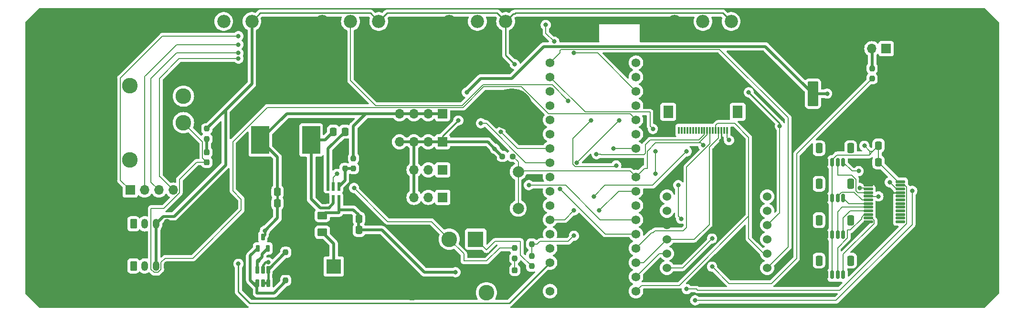
<source format=gbr>
%TF.GenerationSoftware,KiCad,Pcbnew,7.0.1-0*%
%TF.CreationDate,2023-07-02T18:57:52-05:00*%
%TF.ProjectId,Segway V3,53656777-6179-4205-9633-2e6b69636164,V1*%
%TF.SameCoordinates,Original*%
%TF.FileFunction,Copper,L1,Top*%
%TF.FilePolarity,Positive*%
%FSLAX46Y46*%
G04 Gerber Fmt 4.6, Leading zero omitted, Abs format (unit mm)*
G04 Created by KiCad (PCBNEW 7.0.1-0) date 2023-07-02 18:57:52*
%MOMM*%
%LPD*%
G01*
G04 APERTURE LIST*
G04 Aperture macros list*
%AMRoundRect*
0 Rectangle with rounded corners*
0 $1 Rounding radius*
0 $2 $3 $4 $5 $6 $7 $8 $9 X,Y pos of 4 corners*
0 Add a 4 corners polygon primitive as box body*
4,1,4,$2,$3,$4,$5,$6,$7,$8,$9,$2,$3,0*
0 Add four circle primitives for the rounded corners*
1,1,$1+$1,$2,$3*
1,1,$1+$1,$4,$5*
1,1,$1+$1,$6,$7*
1,1,$1+$1,$8,$9*
0 Add four rect primitives between the rounded corners*
20,1,$1+$1,$2,$3,$4,$5,0*
20,1,$1+$1,$4,$5,$6,$7,0*
20,1,$1+$1,$6,$7,$8,$9,0*
20,1,$1+$1,$8,$9,$2,$3,0*%
G04 Aperture macros list end*
%TA.AperFunction,ComponentPad*%
%ADD10C,2.340000*%
%TD*%
%TA.AperFunction,SMDPad,CuDef*%
%ADD11RoundRect,0.237500X0.237500X-0.250000X0.237500X0.250000X-0.237500X0.250000X-0.237500X-0.250000X0*%
%TD*%
%TA.AperFunction,SMDPad,CuDef*%
%ADD12RoundRect,0.250000X0.700000X-1.950000X0.700000X1.950000X-0.700000X1.950000X-0.700000X-1.950000X0*%
%TD*%
%TA.AperFunction,ComponentPad*%
%ADD13R,1.700000X1.700000*%
%TD*%
%TA.AperFunction,ComponentPad*%
%ADD14O,1.700000X1.700000*%
%TD*%
%TA.AperFunction,SMDPad,CuDef*%
%ADD15RoundRect,0.250000X0.337500X0.475000X-0.337500X0.475000X-0.337500X-0.475000X0.337500X-0.475000X0*%
%TD*%
%TA.AperFunction,SMDPad,CuDef*%
%ADD16RoundRect,0.237500X0.250000X0.237500X-0.250000X0.237500X-0.250000X-0.237500X0.250000X-0.237500X0*%
%TD*%
%TA.AperFunction,ComponentPad*%
%ADD17C,2.000000*%
%TD*%
%TA.AperFunction,SMDPad,CuDef*%
%ADD18RoundRect,0.237500X0.237500X-0.287500X0.237500X0.287500X-0.237500X0.287500X-0.237500X-0.287500X0*%
%TD*%
%TA.AperFunction,ComponentPad*%
%ADD19C,7.500000*%
%TD*%
%TA.AperFunction,ComponentPad*%
%ADD20C,1.524000*%
%TD*%
%TA.AperFunction,SMDPad,CuDef*%
%ADD21RoundRect,0.250000X-0.337500X-0.475000X0.337500X-0.475000X0.337500X0.475000X-0.337500X0.475000X0*%
%TD*%
%TA.AperFunction,SMDPad,CuDef*%
%ADD22RoundRect,0.150000X-0.150000X-0.625000X0.150000X-0.625000X0.150000X0.625000X-0.150000X0.625000X0*%
%TD*%
%TA.AperFunction,SMDPad,CuDef*%
%ADD23RoundRect,0.250000X-0.350000X-0.650000X0.350000X-0.650000X0.350000X0.650000X-0.350000X0.650000X0*%
%TD*%
%TA.AperFunction,ComponentPad*%
%ADD24RoundRect,0.250000X-0.350000X-0.625000X0.350000X-0.625000X0.350000X0.625000X-0.350000X0.625000X0*%
%TD*%
%TA.AperFunction,ComponentPad*%
%ADD25O,1.200000X1.750000*%
%TD*%
%TA.AperFunction,ComponentPad*%
%ADD26C,2.600000*%
%TD*%
%TA.AperFunction,ComponentPad*%
%ADD27R,2.600000X2.600000*%
%TD*%
%TA.AperFunction,ComponentPad*%
%ADD28C,2.775000*%
%TD*%
%TA.AperFunction,ComponentPad*%
%ADD29R,2.775000X2.775000*%
%TD*%
%TA.AperFunction,ComponentPad*%
%ADD30C,1.574800*%
%TD*%
%TA.AperFunction,ComponentPad*%
%ADD31R,1.473200X1.473200*%
%TD*%
%TA.AperFunction,SMDPad,CuDef*%
%ADD32RoundRect,0.237500X-0.237500X0.250000X-0.237500X-0.250000X0.237500X-0.250000X0.237500X0.250000X0*%
%TD*%
%TA.AperFunction,SMDPad,CuDef*%
%ADD33RoundRect,0.041300X0.253700X-0.683700X0.253700X0.683700X-0.253700X0.683700X-0.253700X-0.683700X0*%
%TD*%
%TA.AperFunction,SMDPad,CuDef*%
%ADD34RoundRect,0.250001X0.624999X-0.462499X0.624999X0.462499X-0.624999X0.462499X-0.624999X-0.462499X0*%
%TD*%
%TA.AperFunction,SMDPad,CuDef*%
%ADD35RoundRect,0.090000X0.210000X-0.585000X0.210000X0.585000X-0.210000X0.585000X-0.210000X-0.585000X0*%
%TD*%
%TA.AperFunction,SMDPad,CuDef*%
%ADD36R,3.175000X4.950000*%
%TD*%
%TA.AperFunction,SMDPad,CuDef*%
%ADD37RoundRect,0.020500X-0.764500X-0.184500X0.764500X-0.184500X0.764500X0.184500X-0.764500X0.184500X0*%
%TD*%
%TA.AperFunction,SMDPad,CuDef*%
%ADD38R,0.300000X1.300000*%
%TD*%
%TA.AperFunction,SMDPad,CuDef*%
%ADD39R,1.800000X2.200000*%
%TD*%
%TA.AperFunction,SMDPad,CuDef*%
%ADD40RoundRect,0.048800X0.256200X-0.541200X0.256200X0.541200X-0.256200X0.541200X-0.256200X-0.541200X0*%
%TD*%
%TA.AperFunction,ViaPad*%
%ADD41C,0.800000*%
%TD*%
%TA.AperFunction,Conductor*%
%ADD42C,0.250000*%
%TD*%
%TA.AperFunction,Conductor*%
%ADD43C,0.200000*%
%TD*%
%TA.AperFunction,Conductor*%
%ADD44C,0.500000*%
%TD*%
%TA.AperFunction,Conductor*%
%ADD45C,0.127000*%
%TD*%
%TA.AperFunction,Conductor*%
%ADD46C,0.400000*%
%TD*%
G04 APERTURE END LIST*
D10*
%TO.P,Ki,1,1*%
%TO.N,+3.3V*%
X136380000Y-96380000D03*
%TO.P,Ki,2,2*%
%TO.N,/A1*%
X131380000Y-96380000D03*
%TO.P,Ki,3,3*%
%TO.N,GND*%
X126380000Y-96380000D03*
%TD*%
D11*
%TO.P,R_LED1,1*%
%TO.N,/WS2812*%
X223880000Y-106555000D03*
%TO.P,R_LED1,2*%
%TO.N,Net-(J2-Pin_2)*%
X223880000Y-104730000D03*
%TD*%
D12*
%TO.P,C_LED1,1*%
%TO.N,/BUCK_5V*%
X213380000Y-109230000D03*
%TO.P,C_LED1,2*%
%TO.N,GND*%
X213380000Y-100530000D03*
%TD*%
D13*
%TO.P,J2,1,Pin_1*%
%TO.N,/BUCK_5V*%
X226380000Y-101230000D03*
D14*
%TO.P,J2,2,Pin_2*%
%TO.N,Net-(J2-Pin_2)*%
X223840000Y-101230000D03*
%TO.P,J2,3,Pin_3*%
%TO.N,GND*%
X221300000Y-101230000D03*
%TD*%
D15*
%TO.P,Cout,2*%
%TO.N,GND*%
X116350000Y-128725000D03*
%TO.P,Cout,1*%
%TO.N,/BUCK_5V*%
X118425000Y-128725000D03*
%TD*%
%TO.P,Cout2,1*%
%TO.N,/BUCK_5V*%
X118425000Y-126725000D03*
%TO.P,Cout2,2*%
%TO.N,GND*%
X116350000Y-126725000D03*
%TD*%
D16*
%TO.P,R_RESET1,1*%
%TO.N,/RST*%
X160137500Y-120380000D03*
%TO.P,R_RESET1,2*%
%TO.N,+3.3V*%
X158312500Y-120380000D03*
%TD*%
D17*
%TO.P,RESET,1,1*%
%TO.N,/RST*%
X161130000Y-123130000D03*
X161130000Y-129630000D03*
%TO.P,RESET,2,2*%
%TO.N,GND*%
X156630000Y-123130000D03*
X156630000Y-129630000D03*
%TD*%
D18*
%TO.P,D2,2,A*%
%TO.N,Net-(D2-A)*%
X160500000Y-140625000D03*
%TO.P,D2,1,K*%
%TO.N,GND*%
X160500000Y-142375000D03*
%TD*%
D19*
%TO.P,REF\u002A\u002A,4*%
%TO.N,GND*%
X240000000Y-136000000D03*
%TD*%
%TO.P,REF\u002A\u002A,3*%
%TO.N,GND*%
X240000000Y-104000000D03*
%TD*%
%TO.P,REF\u002A\u002A,5*%
%TO.N,GND*%
X160000000Y-112000000D03*
%TD*%
%TO.P,REF\u002A\u002A,2*%
%TO.N,GND*%
X80000000Y-136000000D03*
%TD*%
%TO.P,REF\u002A\u002A,2*%
%TO.N,GND*%
X80000000Y-104000000D03*
%TD*%
D18*
%TO.P,LED,1,K*%
%TO.N,/MOTOR_EN*%
X105880000Y-121417500D03*
%TO.P,LED,2,A*%
%TO.N,Net-(D1-A)*%
X105880000Y-119667500D03*
%TD*%
D11*
%TO.P,R_ZVD_2,1*%
%TO.N,Net-(Q1-Pad1)*%
X119880000Y-142452500D03*
%TO.P,R_ZVD_2,2*%
%TO.N,GND*%
X119880000Y-140627500D03*
%TD*%
%TO.P,R_ZVD_1,2*%
%TO.N,GND*%
X119880000Y-135627500D03*
%TO.P,R_ZVD_1,1*%
%TO.N,Net-(Q1-Pad2)*%
X119880000Y-137452500D03*
%TD*%
%TO.P,R_PWR1,1*%
%TO.N,Net-(D2-A)*%
X160500000Y-138500000D03*
%TO.P,R_PWR1,2*%
%TO.N,/PWR_EN*%
X160500000Y-136675000D03*
%TD*%
D20*
%TO.P,A1,1,Vin*%
%TO.N,+3.3V*%
X187490000Y-127530000D03*
%TO.P,A1,2,3Vo*%
%TO.N,unconnected-(A1-3Vo-Pad2)*%
X187490000Y-130070000D03*
%TO.P,A1,3,GND*%
%TO.N,GND*%
X187490000Y-132610000D03*
%TO.P,A1,4,SCL*%
%TO.N,/SCK*%
X187490000Y-135150000D03*
%TO.P,A1,5,SDA*%
%TO.N,/MISO*%
X187490000Y-137690000D03*
%TO.P,A1,6,INT*%
%TO.N,/IMU_INT*%
X187490000Y-140230000D03*
%TO.P,A1,7,BT*%
%TO.N,unconnected-(A1-BT-Pad7)*%
X205270000Y-127530000D03*
%TO.P,A1,8,P0*%
%TO.N,+3.3V*%
X205270000Y-130070000D03*
%TO.P,A1,9,P1*%
X205270000Y-132610000D03*
%TO.P,A1,10,RST*%
%TO.N,/IMU_RST*%
X205270000Y-135150000D03*
%TO.P,A1,11,DI*%
%TO.N,/MOSI*%
X205270000Y-137690000D03*
%TO.P,A1,12,CS*%
%TO.N,/IMU_CS*%
X205270000Y-140230000D03*
%TD*%
D11*
%TO.P,RBAT2,2*%
%TO.N,GND*%
X163500000Y-134175000D03*
%TO.P,RBAT2,1*%
%TO.N,/BAT_READING*%
X163500000Y-136000000D03*
%TD*%
%TO.P,RBAT1,2*%
%TO.N,/BAT_READING*%
X163500000Y-138087500D03*
%TO.P,RBAT1,1*%
%TO.N,/VBAT*%
X163500000Y-139912500D03*
%TD*%
D21*
%TO.P,10uF,1*%
%TO.N,+3.3V*%
X225022500Y-118455000D03*
%TO.P,10uF,2*%
%TO.N,GND*%
X227097500Y-118455000D03*
%TD*%
D22*
%TO.P,Qw4,1,GND*%
%TO.N,GND*%
X215760000Y-141455000D03*
%TO.P,Qw4,2,3.3V*%
%TO.N,+3.3V*%
X216760000Y-141455000D03*
%TO.P,Qw4,3,SDA*%
%TO.N,/SD3*%
X217760000Y-141455000D03*
%TO.P,Qw4,4,SCL*%
%TO.N,/SC3*%
X218760000Y-141455000D03*
D23*
%TO.P,Qw4,MP*%
%TO.N,N/C*%
X214460000Y-138930000D03*
X220060000Y-138930000D03*
%TD*%
D15*
%TO.P,Cin2,1*%
%TO.N,/VBAT*%
X132855000Y-131475000D03*
%TO.P,Cin2,2*%
%TO.N,GND*%
X130780000Y-131475000D03*
%TD*%
D10*
%TO.P,Kp,3,3*%
%TO.N,GND*%
X148880000Y-96380000D03*
%TO.P,Kp,2,2*%
%TO.N,/A3*%
X153880000Y-96380000D03*
%TO.P,Kp,1,1*%
%TO.N,+3.3V*%
X158880000Y-96380000D03*
%TD*%
D24*
%TO.P,E2,1,A*%
%TO.N,/HALL_R_A*%
X92880000Y-139880000D03*
D25*
%TO.P,E2,2,B*%
%TO.N,/HALL_R_B*%
X94880000Y-139880000D03*
%TO.P,E2,3,VCC*%
%TO.N,+3.3V*%
X96880000Y-139880000D03*
%TO.P,E2,4,GND*%
%TO.N,GND*%
X98880000Y-139880000D03*
%TD*%
D26*
%TO.P,J9,2,Pin_2*%
%TO.N,GND*%
X133387500Y-139975000D03*
D27*
%TO.P,J9,1,Pin_1*%
%TO.N,Net-(J9-Pin_1)*%
X128387500Y-139975000D03*
%TD*%
D22*
%TO.P,Qw2,1,GND*%
%TO.N,GND*%
X215760000Y-127780000D03*
%TO.P,Qw2,2,3.3V*%
%TO.N,+3.3V*%
X216760000Y-127780000D03*
%TO.P,Qw2,3,SDA*%
%TO.N,/SD1*%
X217760000Y-127780000D03*
%TO.P,Qw2,4,SCL*%
%TO.N,/SC1*%
X218760000Y-127780000D03*
D23*
%TO.P,Qw2,MP*%
%TO.N,N/C*%
X214460000Y-125255000D03*
X220060000Y-125255000D03*
%TD*%
D13*
%TO.P,5V,1,Pin_1*%
%TO.N,/BUCK_5V*%
X147680000Y-112780000D03*
D14*
%TO.P,5V,2,Pin_2*%
X145140000Y-112780000D03*
%TO.P,5V,3,Pin_3*%
X142600000Y-112780000D03*
%TO.P,5V,4,Pin_4*%
X140060000Y-112780000D03*
%TD*%
D28*
%TO.P,SW2,S2*%
%TO.N,N/C*%
X92215000Y-107775000D03*
%TO.P,SW2,S1*%
X92215000Y-120985000D03*
%TO.P,SW2,3*%
X101745000Y-109680000D03*
%TO.P,SW2,2,B*%
%TO.N,/MOTOR_EN*%
X101745000Y-114380000D03*
D29*
%TO.P,SW2,1,A*%
%TO.N,GND*%
X101745000Y-119080000D03*
%TD*%
D13*
%TO.P,i2C,1,Pin_1*%
%TO.N,/SCL*%
X147720000Y-122780000D03*
D14*
%TO.P,i2C,2,Pin_2*%
%TO.N,/SDA*%
X145180000Y-122780000D03*
%TO.P,i2C,3,Pin_3*%
%TO.N,+3.3V*%
X142640000Y-122780000D03*
%TO.P,i2C,4,Pin_4*%
%TO.N,GND*%
X140100000Y-122780000D03*
%TD*%
D30*
%TO.P,ESP32 ProS3,34,IO35*%
%TO.N,/MOSI*%
X182000000Y-144360000D03*
%TO.P,ESP32 ProS3,33,IO37*%
%TO.N,/MISO*%
X182000000Y-141820000D03*
%TO.P,ESP32 ProS3,32,IO36*%
%TO.N,/SCK*%
X182000000Y-139280000D03*
%TO.P,ESP32 ProS3,31,IO34*%
%TO.N,/TFT_D{slash}C*%
X182000000Y-136740000D03*
%TO.P,ESP32 ProS3,30,IO9*%
%TO.N,/SCL*%
X182000000Y-134200000D03*
%TO.P,ESP32 ProS3,29,IO8*%
%TO.N,/SDA*%
X182000000Y-131660000D03*
%TO.P,ESP32 ProS3,28,IO7*%
%TO.N,/WS2812*%
X182000000Y-129120000D03*
%TO.P,ESP32 ProS3,27,IO6*%
%TO.N,/BAT_READING*%
X182000000Y-126580000D03*
%TO.P,ESP32 ProS3,26,RST*%
%TO.N,/RST*%
X182000000Y-124040000D03*
D31*
%TO.P,ESP32 ProS3,25,GND*%
%TO.N,GND*%
X182000000Y-121500000D03*
D30*
%TO.P,ESP32 ProS3,24,TX*%
%TO.N,/TX*%
X182000000Y-118960000D03*
%TO.P,ESP32 ProS3,23,RX*%
%TO.N,/RX*%
X182000000Y-116420000D03*
%TO.P,ESP32 ProS3,22,IO38*%
%TO.N,/MOTOR_EN*%
X182000000Y-113880000D03*
%TO.P,ESP32 ProS3,21,IO39*%
%TO.N,/DIR1*%
X182000000Y-111340000D03*
%TO.P,ESP32 ProS3,20,IO40*%
%TO.N,/DIR2*%
X182000000Y-108800000D03*
%TO.P,ESP32 ProS3,19,IO41*%
%TO.N,/PWM1*%
X182000000Y-106260000D03*
%TO.P,ESP32 ProS3,18,IO42*%
%TO.N,/PWM2*%
X182000000Y-103720000D03*
%TO.P,ESP32 ProS3,17,IO12*%
%TO.N,/IMU_CS*%
X166760000Y-103720000D03*
%TO.P,ESP32 ProS3,16,IO13*%
%TO.N,/IMU_INT*%
X166760000Y-106260000D03*
%TO.P,ESP32 ProS3,15,IO14*%
%TO.N,/IMU_RST*%
X166760000Y-108800000D03*
%TO.P,ESP32 ProS3,14,IO15*%
%TO.N,/HALL_R_B*%
X166760000Y-111340000D03*
%TO.P,ESP32 ProS3,13,IO16*%
%TO.N,/HALL_R_A*%
X166760000Y-113880000D03*
%TO.P,ESP32 ProS3,12,LDO2_OUT*%
%TO.N,+3.3V*%
X166760000Y-116420000D03*
%TO.P,ESP32 ProS3,11,IO0*%
%TO.N,/HALL_L_B*%
X166760000Y-118960000D03*
%TO.P,ESP32 ProS3,10,IO21*%
%TO.N,/HALL_L_A*%
X166760000Y-121500000D03*
%TO.P,ESP32 ProS3,9,IO5*%
%TO.N,/A4*%
X166760000Y-124040000D03*
%TO.P,ESP32 ProS3,8,IO4*%
%TO.N,/A3*%
X166760000Y-126580000D03*
%TO.P,ESP32 ProS3,7,IO3*%
%TO.N,/TFT_CS*%
X166760000Y-129120000D03*
%TO.P,ESP32 ProS3,6,IO2*%
%TO.N,/A1*%
X166760000Y-131660000D03*
%TO.P,ESP32 ProS3,5,IO1*%
%TO.N,/A0*%
X166760000Y-134200000D03*
%TO.P,ESP32 ProS3,4,3V3*%
%TO.N,Net-(U1-3V3)*%
X166760000Y-136740000D03*
%TO.P,ESP32 ProS3,3,5V*%
%TO.N,+5V*%
X166760000Y-139280000D03*
D31*
%TO.P,ESP32 ProS3,2,GND*%
%TO.N,GND*%
X166760000Y-141820000D03*
D30*
%TO.P,ESP32 ProS3,1,VBAT*%
%TO.N,unconnected-(U1-VBAT-Pad1)*%
X166760000Y-144360000D03*
%TD*%
D10*
%TO.P,POT4,3,3*%
%TO.N,GND*%
X188880000Y-96380000D03*
%TO.P,POT4,2,2*%
%TO.N,/A4*%
X193880000Y-96380000D03*
%TO.P,POT4,1,1*%
%TO.N,+3.3V*%
X198880000Y-96380000D03*
%TD*%
D32*
%TO.P,Rfbt1,2*%
%TO.N,Net-(U3-VFB)*%
X131887500Y-122550000D03*
%TO.P,Rfbt1,1*%
%TO.N,/BUCK_5V*%
X131887500Y-120725000D03*
%TD*%
D33*
%TO.P,U3,6,VBST*%
%TO.N,Net-(U3-VBST)*%
X127387500Y-125725000D03*
%TO.P,U3,5,EN*%
%TO.N,/PWR_EN*%
X128337500Y-125725000D03*
%TO.P,U3,4,VFB*%
%TO.N,Net-(U3-VFB)*%
X129287500Y-125725000D03*
%TO.P,U3,3,VIN*%
%TO.N,/VBAT*%
X129287500Y-128035000D03*
%TO.P,U3,2,SW*%
%TO.N,Net-(U3-SW)*%
X128337500Y-128035000D03*
%TO.P,U3,1,GND*%
%TO.N,GND*%
X127387500Y-128035000D03*
%TD*%
D13*
%TO.P,J8,1,Pin_1*%
%TO.N,/DIR1*%
X92305000Y-126380000D03*
D14*
%TO.P,J8,2,Pin_2*%
%TO.N,/PWM1*%
X94845000Y-126380000D03*
%TO.P,J8,3,Pin_3*%
%TO.N,/DIR2*%
X97385000Y-126380000D03*
%TO.P,J8,4,Pin_4*%
%TO.N,/PWM2*%
X99925000Y-126380000D03*
%TO.P,J8,5,Pin_5*%
%TO.N,GND*%
X102465000Y-126380000D03*
%TD*%
D13*
%TO.P,UART,1,Pin_1*%
%TO.N,/TX*%
X147720000Y-127680000D03*
D14*
%TO.P,UART,2,Pin_2*%
%TO.N,/RX*%
X145180000Y-127680000D03*
%TO.P,UART,3,Pin_3*%
%TO.N,+3.3V*%
X142640000Y-127680000D03*
%TO.P,UART,4,Pin_4*%
%TO.N,GND*%
X140100000Y-127680000D03*
%TD*%
D34*
%TO.P,2A FUSE,1*%
%TO.N,Net-(J9-Pin_1)*%
X126380000Y-133885000D03*
%TO.P,2A FUSE,2*%
%TO.N,/VBAT*%
X126380000Y-130910000D03*
%TD*%
D35*
%TO.P,Q1,6*%
%TO.N,+5V*%
X114880000Y-140540000D03*
%TO.P,Q1,5*%
%TO.N,/BUCK_5V*%
X115830000Y-140540000D03*
%TO.P,Q1,4*%
%TO.N,Net-(Q1-Pad2)*%
X116780000Y-140540000D03*
%TO.P,Q1,3*%
X116780000Y-142910000D03*
%TO.P,Q1,2*%
X115830000Y-142910000D03*
%TO.P,Q1,1*%
%TO.N,Net-(Q1-Pad1)*%
X114880000Y-142910000D03*
%TD*%
D22*
%TO.P,Qw3,1,GND*%
%TO.N,GND*%
X215760000Y-134280000D03*
%TO.P,Qw3,2,3.3V*%
%TO.N,+3.3V*%
X216760000Y-134280000D03*
%TO.P,Qw3,3,SDA*%
%TO.N,/SD2*%
X217760000Y-134280000D03*
%TO.P,Qw3,4,SCL*%
%TO.N,/SC2*%
X218760000Y-134280000D03*
D23*
%TO.P,Qw3,MP*%
%TO.N,N/C*%
X214460000Y-131755000D03*
X220060000Y-131755000D03*
%TD*%
D15*
%TO.P,Cin,2*%
%TO.N,GND*%
X130817500Y-133475000D03*
%TO.P,Cin,1*%
%TO.N,/VBAT*%
X132892500Y-133475000D03*
%TD*%
D13*
%TO.P,3.3V,1,Pin_1*%
%TO.N,+3.3V*%
X147680000Y-117780000D03*
D14*
%TO.P,3.3V,2,Pin_2*%
X145140000Y-117780000D03*
%TO.P,3.3V,3,Pin_3*%
X142600000Y-117780000D03*
%TO.P,3.3V,4,Pin_4*%
X140060000Y-117780000D03*
%TD*%
D11*
%TO.P,Rfbb1,2*%
%TO.N,GND*%
X130387500Y-120725000D03*
%TO.P,Rfbb1,1*%
%TO.N,Net-(U3-VFB)*%
X130387500Y-122550000D03*
%TD*%
D21*
%TO.P,Cbst,2*%
%TO.N,Net-(U3-VBST)*%
X130387500Y-116000000D03*
%TO.P,Cbst,1*%
%TO.N,Net-(U3-SW)*%
X128312500Y-116000000D03*
%TD*%
D32*
%TO.P,R_MOTOR1,1*%
%TO.N,+3.3V*%
X105880000Y-115467500D03*
%TO.P,R_MOTOR1,2*%
%TO.N,Net-(D1-A)*%
X105880000Y-117292500D03*
%TD*%
D24*
%TO.P,E1,1,A*%
%TO.N,/HALL_L_A*%
X92880000Y-132380000D03*
D25*
%TO.P,E1,2,B*%
%TO.N,/HALL_L_B*%
X94880000Y-132380000D03*
%TO.P,E1,3,VCC*%
%TO.N,+3.3V*%
X96880000Y-132380000D03*
%TO.P,E1,4,GND*%
%TO.N,GND*%
X98880000Y-132380000D03*
%TD*%
D21*
%TO.P,C_i2C2,1*%
%TO.N,+3.3V*%
X225022500Y-121455000D03*
%TO.P,C_i2C2,2*%
%TO.N,GND*%
X227097500Y-121455000D03*
%TD*%
D36*
%TO.P,L1,2,2*%
%TO.N,/BUCK_5V*%
X115372500Y-117475000D03*
%TO.P,L1,1,1*%
%TO.N,Net-(U3-SW)*%
X124387500Y-117475000D03*
%TD*%
D14*
%TO.P,GND,4,Pin_4*%
%TO.N,GND*%
X140060000Y-107780000D03*
%TO.P,GND,3,Pin_3*%
X142600000Y-107780000D03*
%TO.P,GND,2,Pin_2*%
X145140000Y-107780000D03*
D13*
%TO.P,GND,1,Pin_1*%
X147680000Y-107780000D03*
%TD*%
D28*
%TO.P,S1,S2*%
%TO.N,GND*%
X142275000Y-144645000D03*
%TO.P,S1,S1*%
%TO.N,N/C*%
X155485000Y-144645000D03*
%TO.P,S1,3*%
%TO.N,GND*%
X144180000Y-135115000D03*
%TO.P,S1,2*%
%TO.N,/PWR_EN*%
X148880000Y-135115000D03*
D29*
%TO.P,S1,1*%
%TO.N,/VBAT*%
X153580000Y-135115000D03*
%TD*%
D37*
%TO.P,U2,1,A0*%
%TO.N,GND*%
X223190000Y-124880000D03*
%TO.P,U2,2,A1*%
X223190000Y-125530000D03*
%TO.P,U2,3,~{RESET}*%
%TO.N,/RST*%
X223190000Y-126180000D03*
%TO.P,U2,4,SD0*%
%TO.N,/SD0*%
X223190000Y-126830000D03*
%TO.P,U2,5,SC0*%
%TO.N,/SC0*%
X223190000Y-127480000D03*
%TO.P,U2,6,SD1*%
%TO.N,/SD1*%
X223190000Y-128130000D03*
%TO.P,U2,7,SC1*%
%TO.N,/SC1*%
X223190000Y-128780000D03*
%TO.P,U2,8,SD2*%
%TO.N,/SD2*%
X223190000Y-129430000D03*
%TO.P,U2,9,SC2*%
%TO.N,/SC2*%
X223190000Y-130080000D03*
%TO.P,U2,10,SD3*%
%TO.N,/SD3*%
X223190000Y-130730000D03*
%TO.P,U2,11,SC3*%
%TO.N,/SC3*%
X223190000Y-131380000D03*
%TO.P,U2,12,GND*%
%TO.N,GND*%
X223190000Y-132030000D03*
%TO.P,U2,13,SD4*%
%TO.N,unconnected-(U2-SD4-Pad13)*%
X228930000Y-132030000D03*
%TO.P,U2,14,SC4*%
%TO.N,unconnected-(U2-SC4-Pad14)*%
X228930000Y-131380000D03*
%TO.P,U2,15,SD5*%
%TO.N,unconnected-(U2-SD5-Pad15)*%
X228930000Y-130730000D03*
%TO.P,U2,16,SC5*%
%TO.N,unconnected-(U2-SC5-Pad16)*%
X228930000Y-130080000D03*
%TO.P,U2,17,SD6*%
%TO.N,unconnected-(U2-SD6-Pad17)*%
X228930000Y-129430000D03*
%TO.P,U2,18,SC6*%
%TO.N,unconnected-(U2-SC6-Pad18)*%
X228930000Y-128780000D03*
%TO.P,U2,19,SD7*%
%TO.N,unconnected-(U2-SD7-Pad19)*%
X228930000Y-128130000D03*
%TO.P,U2,20,SC7*%
%TO.N,unconnected-(U2-SC7-Pad20)*%
X228930000Y-127480000D03*
%TO.P,U2,21,A2*%
%TO.N,GND*%
X228930000Y-126830000D03*
%TO.P,U2,22,SCL*%
%TO.N,/SCL*%
X228930000Y-126180000D03*
%TO.P,U2,23,SDA*%
%TO.N,/SDA*%
X228930000Y-125530000D03*
%TO.P,U2,24,VCC*%
%TO.N,+3.3V*%
X228930000Y-124880000D03*
%TD*%
D22*
%TO.P,Qw1,1,GND*%
%TO.N,GND*%
X215760000Y-121455000D03*
%TO.P,Qw1,2,3.3V*%
%TO.N,+3.3V*%
X216760000Y-121455000D03*
%TO.P,Qw1,3,SDA*%
%TO.N,/SD0*%
X217760000Y-121455000D03*
%TO.P,Qw1,4,SCL*%
%TO.N,/SC0*%
X218760000Y-121455000D03*
D23*
%TO.P,Qw1,MP*%
%TO.N,N/C*%
X214460000Y-118930000D03*
X220060000Y-118930000D03*
%TD*%
D10*
%TO.P,Kd,3,3*%
%TO.N,GND*%
X103880000Y-96380000D03*
%TO.P,Kd,2,2*%
%TO.N,/A0*%
X108880000Y-96380000D03*
%TO.P,Kd,1,1*%
%TO.N,+3.3V*%
X113880000Y-96380000D03*
%TD*%
D38*
%TO.P,U4,1,VCC*%
%TO.N,+3.3V*%
X198130000Y-115730000D03*
%TO.P,U4,2,BACKLITE*%
%TO.N,unconnected-(U4-BACKLITE-Pad2)*%
X197630000Y-115730000D03*
%TO.P,U4,3,GND*%
%TO.N,GND*%
X197130000Y-115730000D03*
%TO.P,U4,4,SCK*%
%TO.N,/SCK*%
X196630000Y-115730000D03*
%TO.P,U4,5,MOSI*%
%TO.N,/MOSI*%
X196130000Y-115730000D03*
%TO.P,U4,6,MISO*%
%TO.N,unconnected-(U4-MISO-Pad6)*%
X195630000Y-115730000D03*
%TO.P,U4,7,DC*%
%TO.N,/TFT_D{slash}C*%
X195130000Y-115730000D03*
%TO.P,U4,8,RESET*%
%TO.N,/RST*%
X194630000Y-115730000D03*
%TO.P,U4,9,DISP_CS*%
%TO.N,/TFT_CS*%
X194130000Y-115730000D03*
%TO.P,U4,10,SD_CS*%
%TO.N,unconnected-(U4-SD_CS-Pad10)*%
X193630000Y-115730000D03*
%TO.P,U4,11,MEM_CS*%
%TO.N,unconnected-(U4-MEM_CS-Pad11)*%
X193130000Y-115730000D03*
%TO.P,U4,12,TS_CS*%
%TO.N,unconnected-(U4-TS_CS-Pad12)*%
X192630000Y-115730000D03*
%TO.P,U4,13,SCL*%
%TO.N,unconnected-(U4-SCL-Pad13)*%
X192130000Y-115730000D03*
%TO.P,U4,14,SDA*%
%TO.N,unconnected-(U4-SDA-Pad14)*%
X191630000Y-115730000D03*
%TO.P,U4,15,INT*%
%TO.N,unconnected-(U4-INT-Pad15)*%
X191130000Y-115730000D03*
%TO.P,U4,16,BUSY/TE*%
%TO.N,unconnected-(U4-BUSY{slash}TE-Pad16)*%
X190630000Y-115730000D03*
%TO.P,U4,17,GPIO1*%
%TO.N,unconnected-(U4-GPIO1-Pad17)*%
X190130000Y-115730000D03*
%TO.P,U4,18,GPIO2*%
%TO.N,unconnected-(U4-GPIO2-Pad18)*%
X189630000Y-115730000D03*
D39*
%TO.P,U4,MP*%
%TO.N,N/C*%
X200030000Y-112480000D03*
X187730000Y-112480000D03*
%TD*%
D40*
%TO.P,Q2,3*%
%TO.N,/BUCK_5V*%
X115830000Y-134700000D03*
%TO.P,Q2,2*%
%TO.N,+5V*%
X116745000Y-136750000D03*
%TO.P,Q2,1*%
%TO.N,Net-(Q1-Pad1)*%
X114915000Y-136750000D03*
%TD*%
D41*
%TO.N,GND*%
X218000000Y-101000000D03*
X140500000Y-120500000D03*
X144500000Y-120500000D03*
X85000000Y-145000000D03*
X82500000Y-142500000D03*
X82500000Y-145000000D03*
X80000000Y-142500000D03*
X80000000Y-145000000D03*
X77500000Y-145000000D03*
X75000000Y-145000000D03*
X75000000Y-142500000D03*
X77500000Y-142500000D03*
X77500000Y-140000000D03*
X75000000Y-140000000D03*
X75000000Y-137500000D03*
X75000000Y-135000000D03*
X75000000Y-132500000D03*
X90000000Y-105000000D03*
X92500000Y-102500000D03*
X90000000Y-102500000D03*
X90000000Y-100000000D03*
X92500000Y-100000000D03*
X95000000Y-100000000D03*
X95000000Y-97500000D03*
X95000000Y-95000000D03*
X92500000Y-95000000D03*
X90000000Y-95000000D03*
X90000000Y-97500000D03*
X92500000Y-97500000D03*
X87500000Y-97500000D03*
X87500000Y-95000000D03*
X85000000Y-95000000D03*
X82500000Y-95000000D03*
X80000000Y-95000000D03*
X77500000Y-95000000D03*
X75000000Y-105000000D03*
X75000000Y-102500000D03*
X75000000Y-100000000D03*
X77500000Y-100000000D03*
X75000000Y-97500000D03*
X77500000Y-97500000D03*
X80000000Y-97500000D03*
X82500000Y-97500000D03*
X85000000Y-97500000D03*
X85000000Y-100000000D03*
X87500000Y-100000000D03*
X87500000Y-102500000D03*
X85000000Y-102500000D03*
X85000000Y-105000000D03*
X87500000Y-105000000D03*
X87500000Y-107500000D03*
X87500000Y-110000000D03*
X85000000Y-107500000D03*
X75000000Y-107500000D03*
X75000000Y-110000000D03*
X77500000Y-110000000D03*
X80000000Y-110000000D03*
X82500000Y-110000000D03*
X85000000Y-110000000D03*
X85000000Y-120000000D03*
X85000000Y-117500000D03*
X85000000Y-115000000D03*
X85000000Y-112500000D03*
X82500000Y-112500000D03*
X80000000Y-112500000D03*
X77500000Y-112500000D03*
X75000000Y-112500000D03*
X75000000Y-115000000D03*
X75000000Y-117500000D03*
X75000000Y-120000000D03*
X75000000Y-122500000D03*
X75000000Y-125000000D03*
X75000000Y-127500000D03*
X75000000Y-130000000D03*
X77500000Y-130000000D03*
X80000000Y-130000000D03*
X82500000Y-130000000D03*
X82500000Y-127500000D03*
X80000000Y-127500000D03*
X77500000Y-127500000D03*
X137500000Y-137500000D03*
X137500000Y-140000000D03*
X137500000Y-142500000D03*
X137500000Y-145000000D03*
X122500000Y-137500000D03*
X122500000Y-135000000D03*
X122500000Y-140000000D03*
X122500000Y-142500000D03*
X122500000Y-145000000D03*
X135000000Y-125000000D03*
X135000000Y-122500000D03*
X177500000Y-137500000D03*
X175000000Y-137500000D03*
X172500000Y-137500000D03*
X200000000Y-137500000D03*
X200000000Y-140000000D03*
X195000000Y-142500000D03*
X197500000Y-132500000D03*
X197500000Y-122500000D03*
X200000000Y-125000000D03*
X200000000Y-122500000D03*
X200000000Y-120000000D03*
X205000000Y-120000000D03*
X205000000Y-122500000D03*
X205000000Y-125000000D03*
X205000000Y-115000000D03*
X202500000Y-112500000D03*
X202500000Y-115000000D03*
X192500000Y-105000000D03*
X195000000Y-105000000D03*
X195000000Y-107500000D03*
X192500000Y-107500000D03*
X190000000Y-107500000D03*
X187500000Y-105000000D03*
X190000000Y-102500000D03*
X187500000Y-102500000D03*
X185000000Y-102500000D03*
X185000000Y-105000000D03*
X185000000Y-107500000D03*
X180000000Y-145000000D03*
X177500000Y-145000000D03*
X175000000Y-145000000D03*
X172500000Y-145000000D03*
X170000000Y-145000000D03*
X170000000Y-142500000D03*
X172500000Y-142500000D03*
X175000000Y-142500000D03*
X177500000Y-142500000D03*
X180000000Y-142500000D03*
X180000000Y-140000000D03*
X177500000Y-140000000D03*
X175000000Y-140000000D03*
X172500000Y-140000000D03*
X170000000Y-140000000D03*
X106750000Y-104750000D03*
X108150000Y-104750000D03*
X109400000Y-104750000D03*
X126500000Y-106100000D03*
X126250000Y-106950000D03*
X125500000Y-107800000D03*
X124650000Y-108500000D03*
X123600000Y-108500000D03*
X122500000Y-108400000D03*
X121500000Y-108200000D03*
X120600000Y-107700000D03*
X120250000Y-106650000D03*
X124000000Y-104000000D03*
X124000000Y-105050000D03*
X123950000Y-106150000D03*
X122200000Y-106100000D03*
X122250000Y-105050000D03*
X122250000Y-104050000D03*
X142000000Y-96000000D03*
X186000000Y-98000000D03*
X186000000Y-96000000D03*
X77500000Y-115000000D03*
X82500000Y-115000000D03*
X80000000Y-115000000D03*
X77500000Y-125000000D03*
X80000000Y-125000000D03*
X82500000Y-125000000D03*
X82500000Y-122500000D03*
X80000000Y-122500000D03*
X77500000Y-122500000D03*
X77500000Y-120000000D03*
X80000000Y-120000000D03*
X82500000Y-120000000D03*
X82500000Y-117500000D03*
X80000000Y-117500000D03*
X77500000Y-117500000D03*
X99000000Y-135000000D03*
X106000000Y-127000000D03*
X104000000Y-129000000D03*
X104000000Y-136000000D03*
X107000000Y-133000000D03*
X112000000Y-119000000D03*
X112000000Y-121000000D03*
X114000000Y-128000000D03*
X108000000Y-125000000D03*
X110000000Y-130000000D03*
X216000000Y-97000000D03*
X216000000Y-96000000D03*
X215000000Y-96000000D03*
X215000000Y-97000000D03*
X214000000Y-97000000D03*
X214000000Y-96000000D03*
X213000000Y-96000000D03*
X213000000Y-97000000D03*
X212000000Y-97000000D03*
X212000000Y-96000000D03*
X211000000Y-96000000D03*
X211000000Y-97000000D03*
X210000000Y-97000000D03*
X210000000Y-96000000D03*
X213000000Y-124000000D03*
X213000000Y-134000000D03*
X211000000Y-142000000D03*
X224500000Y-135500000D03*
X226500000Y-128000000D03*
X225000000Y-123500000D03*
X222500000Y-121500000D03*
X126000000Y-126500000D03*
X126000000Y-125500000D03*
X126000000Y-124500000D03*
X126000000Y-123500000D03*
X129000000Y-120000000D03*
%TO.N,+5V*%
X111500000Y-139500000D03*
%TO.N,+3.3V*%
X202000000Y-109000000D03*
%TO.N,+5V*%
X115000000Y-139000000D03*
%TO.N,/SDA*%
X191000000Y-144000000D03*
%TO.N,/SCL*%
X231000000Y-126500000D03*
%TO.N,/SC0*%
X221500000Y-123000000D03*
%TO.N,/SCL*%
X227000000Y-125000000D03*
%TO.N,/SC0*%
X225000000Y-127500000D03*
%TO.N,/BUCK_5V*%
X152000000Y-109000000D03*
%TO.N,/SCL*%
X192500000Y-146000000D03*
%TO.N,/IMU_RST*%
X185500000Y-119500000D03*
X185500000Y-123500000D03*
%TO.N,/A1*%
X174000000Y-114000000D03*
X171000000Y-130000000D03*
X170000000Y-110500000D03*
X178500000Y-122000000D03*
%TO.N,+3.3V*%
X156966250Y-119033750D03*
X150500000Y-114000000D03*
X160500000Y-104000000D03*
%TO.N,/A0*%
X174500000Y-127500000D03*
X191000000Y-119500000D03*
%TO.N,/A3*%
X167500000Y-99973500D03*
X166000000Y-97000000D03*
%TO.N,/A4*%
X171500000Y-121500000D03*
X179000000Y-114000000D03*
%TO.N,/BAT_READING*%
X171000000Y-134500000D03*
X175500000Y-130000000D03*
%TO.N,/VBAT*%
X150000000Y-141000000D03*
%TO.N,+3.3V*%
X222500000Y-118500000D03*
X207500000Y-115000000D03*
%TO.N,/IMU_INT*%
X195500000Y-135000000D03*
X190000000Y-131500000D03*
X185000000Y-115500000D03*
X189500000Y-125500000D03*
%TO.N,/RST*%
X193930798Y-118430798D03*
X221663000Y-126000000D03*
%TO.N,GND*%
X222000000Y-133000000D03*
%TO.N,/HALL_L_B*%
X158000000Y-116000000D03*
%TO.N,/HALL_L_A*%
X154500000Y-114500000D03*
%TO.N,/DIR2*%
X171000000Y-102000000D03*
%TO.N,/DIR1*%
X111500000Y-99000000D03*
%TO.N,/PWM2*%
X111500000Y-103000000D03*
%TO.N,/PWM1*%
X111500000Y-100500000D03*
%TO.N,/DIR2*%
X111500000Y-102000000D03*
%TO.N,/SDA*%
X163000000Y-125500000D03*
%TO.N,/TX*%
X178000000Y-119000000D03*
%TO.N,/SCL*%
X168500000Y-126163000D03*
%TO.N,/TFT_CS*%
X175000000Y-120000000D03*
%TO.N,/PWR_EN*%
X129000000Y-123500000D03*
X132000000Y-126000000D03*
%TO.N,/WS2812*%
X195500000Y-140000000D03*
%TO.N,+3.3V*%
X198500000Y-117500000D03*
%TO.N,GND*%
X197100000Y-117600000D03*
%TO.N,/BUCK_5V*%
X215900000Y-109220000D03*
%TO.N,GND*%
X130400000Y-119600000D03*
X116300000Y-125300000D03*
X119900000Y-139600000D03*
X119900000Y-134600000D03*
%TO.N,/BUCK_5V*%
X116756350Y-139256350D03*
X116200000Y-133600000D03*
%TD*%
D42*
%TO.N,GND*%
X227170000Y-126830000D02*
X227000000Y-127000000D01*
X228930000Y-126830000D02*
X227170000Y-126830000D01*
D43*
%TO.N,+3.3V*%
X225022500Y-121455000D02*
X228447500Y-124880000D01*
X228447500Y-124880000D02*
X228930000Y-124880000D01*
D42*
X202000000Y-109000000D02*
X207500000Y-114500000D01*
%TO.N,+5V*%
X159540000Y-146500000D02*
X159500000Y-146500000D01*
X166760000Y-139280000D02*
X159540000Y-146500000D01*
X113500000Y-146500000D02*
X111500000Y-144500000D01*
D44*
%TO.N,/BUCK_5V*%
X160000000Y-106500000D02*
X154500000Y-106500000D01*
%TO.N,+5V*%
X115000000Y-139000000D02*
X115705000Y-138295000D01*
X114880000Y-139120000D02*
X115000000Y-139000000D01*
%TO.N,/BUCK_5V*%
X213380000Y-109230000D02*
X204973000Y-100823000D01*
D42*
%TO.N,+5V*%
X159500000Y-146500000D02*
X115786827Y-146500000D01*
D45*
%TO.N,/SCL*%
X227000000Y-125000000D02*
X228180000Y-126180000D01*
%TO.N,/SDA*%
X192710277Y-144000000D02*
X192883777Y-144173500D01*
D42*
%TO.N,+3.3V*%
X207500000Y-114500000D02*
X207500000Y-115000000D01*
D45*
%TO.N,/SDA*%
X191000000Y-144000000D02*
X192710277Y-144000000D01*
%TO.N,/SCL*%
X231000000Y-132500000D02*
X231000000Y-126500000D01*
X182000000Y-134200000D02*
X182000000Y-134462448D01*
D42*
%TO.N,+5V*%
X115786827Y-146500000D02*
X113500000Y-146500000D01*
D45*
%TO.N,/SD0*%
X217760000Y-123760000D02*
X220291199Y-123760000D01*
%TO.N,/SDA*%
X228930000Y-125530000D02*
X229630637Y-125530000D01*
X229630637Y-125530000D02*
X229978500Y-125877863D01*
%TO.N,/SD3*%
X222489363Y-130730000D02*
X223190000Y-130730000D01*
%TO.N,/SDA*%
X229978500Y-132332137D02*
X218137137Y-144173500D01*
X218137137Y-144173500D02*
X192883777Y-144173500D01*
X229978500Y-125877863D02*
X229978500Y-132332137D01*
%TO.N,/SC0*%
X220305000Y-123000000D02*
X221500000Y-123000000D01*
%TO.N,/SD0*%
X221000000Y-124468801D02*
X221000000Y-126500000D01*
X220291199Y-123760000D02*
X221000000Y-124468801D01*
%TO.N,/SC0*%
X225000000Y-127500000D02*
X223210000Y-127500000D01*
%TO.N,/SD0*%
X221000000Y-126500000D02*
X221330000Y-126830000D01*
%TO.N,/SC3*%
X224238500Y-132332137D02*
X224238500Y-131727863D01*
%TO.N,/SD3*%
X219500000Y-134899777D02*
X219500000Y-133500000D01*
D43*
%TO.N,GND*%
X227097500Y-117877500D02*
X227097500Y-118455000D01*
D45*
%TO.N,/SD3*%
X219500000Y-133500000D02*
X220041199Y-133500000D01*
X222000000Y-131541199D02*
X222000000Y-131219363D01*
D44*
%TO.N,/BUCK_5V*%
X204973000Y-100823000D02*
X165677000Y-100823000D01*
D45*
%TO.N,/SCL*%
X228180000Y-126180000D02*
X228930000Y-126180000D01*
%TO.N,/SC1*%
X218760000Y-127780000D02*
X219760000Y-128780000D01*
%TO.N,/SCL*%
X217500000Y-146000000D02*
X231000000Y-132500000D01*
D43*
%TO.N,+3.3V*%
X225022500Y-121455000D02*
X225022500Y-118455000D01*
D45*
%TO.N,/SC2*%
X218760000Y-134280000D02*
X218760000Y-131328801D01*
%TO.N,/SC3*%
X218760000Y-141455000D02*
X218760000Y-137810637D01*
%TO.N,/SC2*%
X220008801Y-130080000D02*
X223190000Y-130080000D01*
%TO.N,/SD2*%
X217760000Y-134280000D02*
X217760000Y-130220000D01*
%TO.N,/SD3*%
X220041199Y-133500000D02*
X222000000Y-131541199D01*
D44*
%TO.N,/BUCK_5V*%
X165677000Y-100823000D02*
X160000000Y-106500000D01*
D43*
%TO.N,+3.3V*%
X216760000Y-121455000D02*
X216760000Y-121043604D01*
D45*
%TO.N,/SC2*%
X218760000Y-131328801D02*
X220008801Y-130080000D01*
%TO.N,/SCL*%
X231000000Y-126500000D02*
X231000000Y-126436915D01*
D43*
%TO.N,+3.3V*%
X216760000Y-121455000D02*
X216760000Y-127780000D01*
D45*
%TO.N,/SC1*%
X219760000Y-128780000D02*
X223190000Y-128780000D01*
%TO.N,/SD1*%
X222110000Y-128130000D02*
X223190000Y-128130000D01*
X220721500Y-126741500D02*
X222110000Y-128130000D01*
%TO.N,/SD0*%
X221330000Y-126830000D02*
X223190000Y-126830000D01*
%TO.N,GND*%
X223672500Y-124880000D02*
X223190000Y-124880000D01*
%TO.N,/SD2*%
X217760000Y-130220000D02*
X218550000Y-129430000D01*
%TO.N,/SC3*%
X224238500Y-131727863D02*
X223890637Y-131380000D01*
X218760000Y-137810637D02*
X224238500Y-132332137D01*
%TO.N,/SD1*%
X218438723Y-126741500D02*
X220721500Y-126741500D01*
D43*
%TO.N,GND*%
X215760000Y-121455000D02*
X215760000Y-121043604D01*
D45*
%TO.N,/SD3*%
X217760000Y-136639777D02*
X219500000Y-134899777D01*
D44*
%TO.N,Net-(J2-Pin_2)*%
X223880000Y-101270000D02*
X223840000Y-101230000D01*
D43*
%TO.N,+3.3V*%
X216760000Y-121043604D02*
X217673604Y-120130000D01*
D45*
%TO.N,GND*%
X223190000Y-124880000D02*
X223190000Y-125530000D01*
%TO.N,/SD1*%
X217760000Y-127780000D02*
X217760000Y-127420223D01*
%TO.N,/SC3*%
X223890637Y-131380000D02*
X223190000Y-131380000D01*
D43*
%TO.N,+3.3V*%
X217673604Y-120130000D02*
X223347500Y-120130000D01*
X216760000Y-134280000D02*
X216760000Y-141455000D01*
D45*
%TO.N,/SCL*%
X192500000Y-146000000D02*
X217500000Y-146000000D01*
D43*
%TO.N,GND*%
X227097500Y-118455000D02*
X227097500Y-121455000D01*
D45*
%TO.N,/SC0*%
X218760000Y-121455000D02*
X220305000Y-123000000D01*
D43*
%TO.N,+3.3V*%
X216760000Y-127780000D02*
X216760000Y-134280000D01*
D45*
%TO.N,/SD2*%
X218550000Y-129430000D02*
X223190000Y-129430000D01*
%TO.N,/SD3*%
X217760000Y-141455000D02*
X217760000Y-136639777D01*
D44*
%TO.N,/BUCK_5V*%
X154500000Y-106500000D02*
X152000000Y-109000000D01*
D45*
%TO.N,/SD0*%
X217760000Y-121455000D02*
X217760000Y-123760000D01*
%TO.N,/SC0*%
X223210000Y-127500000D02*
X223190000Y-127480000D01*
%TO.N,/SD3*%
X222000000Y-131219363D02*
X222489363Y-130730000D01*
%TO.N,/SD1*%
X217760000Y-127420223D02*
X218438723Y-126741500D01*
D43*
%TO.N,GND*%
X215760000Y-134280000D02*
X215760000Y-141455000D01*
D42*
%TO.N,+5V*%
X111500000Y-144500000D02*
X111500000Y-139500000D01*
D44*
%TO.N,Net-(J2-Pin_2)*%
X223880000Y-104730000D02*
X223880000Y-101270000D01*
%TO.N,Net-(D1-A)*%
X105880000Y-119667500D02*
X105880000Y-117292500D01*
D45*
%TO.N,/MOTOR_EN*%
X105880000Y-121417500D02*
X105141500Y-120679000D01*
X105141500Y-117776500D02*
X101745000Y-114380000D01*
X105141500Y-120679000D02*
X105141500Y-117776500D01*
X110500000Y-126500000D02*
X112000000Y-128000000D01*
X97743500Y-139247327D02*
X97743500Y-140512673D01*
X96522327Y-141018500D02*
X96000000Y-140496173D01*
X98227000Y-129652727D02*
X101038500Y-126841227D01*
X98490827Y-138500000D02*
X97743500Y-139247327D01*
X96000000Y-140496173D02*
X96000000Y-129652727D01*
X112000000Y-128000000D02*
X112000000Y-129938331D01*
X103438331Y-138500000D02*
X98490827Y-138500000D01*
X112000000Y-129938331D02*
X103438331Y-138500000D01*
X97743500Y-140512673D02*
X97237673Y-141018500D01*
X97237673Y-141018500D02*
X96522327Y-141018500D01*
X101038500Y-124461500D02*
X104082500Y-121417500D01*
X96000000Y-129652727D02*
X98227000Y-129652727D01*
X101038500Y-126841227D02*
X101038500Y-124461500D01*
X104082500Y-121417500D02*
X105880000Y-121417500D01*
%TO.N,/IMU_RST*%
X185500000Y-119500000D02*
X185500000Y-123500000D01*
%TO.N,/A1*%
X131380000Y-106880000D02*
X135839500Y-111339500D01*
X167159500Y-107659500D02*
X170000000Y-110500000D01*
X154878052Y-107659500D02*
X167159500Y-107659500D01*
X131380000Y-96380000D02*
X131380000Y-106880000D01*
X135839500Y-111339500D02*
X151198052Y-111339500D01*
X170836500Y-121774831D02*
X171225169Y-122163500D01*
X178336500Y-122163500D02*
X178500000Y-122000000D01*
X174000000Y-114000000D02*
X170836500Y-117163500D01*
X170836500Y-117163500D02*
X170836500Y-121774831D01*
X151198052Y-111339500D02*
X154878052Y-107659500D01*
X171225169Y-122163500D02*
X178336500Y-122163500D01*
X169340000Y-131660000D02*
X166760000Y-131660000D01*
X171000000Y-130000000D02*
X169340000Y-131660000D01*
D44*
%TO.N,+3.3V*%
X158312500Y-120380000D02*
X156966250Y-119033750D01*
X156966250Y-119033750D02*
X155712500Y-117780000D01*
D42*
X150500000Y-114000000D02*
X147680000Y-116820000D01*
X147680000Y-116820000D02*
X147680000Y-117780000D01*
X158880000Y-102380000D02*
X160500000Y-104000000D01*
X158880000Y-96380000D02*
X158880000Y-102380000D01*
D45*
%TO.N,/A0*%
X176470900Y-125529100D02*
X174500000Y-127500000D01*
X191000000Y-119500000D02*
X184970900Y-125529100D01*
X184970900Y-125529100D02*
X176470900Y-125529100D01*
%TO.N,/A3*%
X166000000Y-98473500D02*
X167500000Y-99973500D01*
X166000000Y-97000000D02*
X166000000Y-98473500D01*
%TO.N,/A4*%
X179000000Y-114000000D02*
X171500000Y-121500000D01*
%TO.N,/BAT_READING*%
X165000000Y-135500000D02*
X170000000Y-135500000D01*
X170000000Y-135500000D02*
X171000000Y-134500000D01*
X163500000Y-136000000D02*
X164500000Y-136000000D01*
X164500000Y-136000000D02*
X165000000Y-135500000D01*
X178920000Y-126580000D02*
X175500000Y-130000000D01*
X182000000Y-126580000D02*
X178920000Y-126580000D01*
%TO.N,/RST*%
X161130000Y-123130000D02*
X161130000Y-129630000D01*
X161130000Y-123130000D02*
X161270900Y-122989100D01*
X161270900Y-122989100D02*
X180949100Y-122989100D01*
X180949100Y-122989100D02*
X182000000Y-124040000D01*
%TO.N,GND*%
X163500000Y-134175000D02*
X163325000Y-134000000D01*
%TO.N,/BAT_READING*%
X163500000Y-138087500D02*
X163500000Y-136000000D01*
%TO.N,/VBAT*%
X153580000Y-135115000D02*
X155465000Y-137000000D01*
X161500000Y-135500000D02*
X161500000Y-137912500D01*
X157000000Y-135500000D02*
X161500000Y-135500000D01*
X155500000Y-137000000D02*
X157000000Y-135500000D01*
X155465000Y-137000000D02*
X155500000Y-137000000D01*
X161500000Y-137912500D02*
X163500000Y-139912500D01*
D44*
X136975000Y-133475000D02*
X144500000Y-141000000D01*
X144500000Y-141000000D02*
X150000000Y-141000000D01*
X132792500Y-133475000D02*
X136975000Y-133475000D01*
D45*
%TO.N,+3.3V*%
X223500000Y-119500000D02*
X223500000Y-120000000D01*
X223500000Y-119500000D02*
X223511250Y-119488750D01*
X222500000Y-118500000D02*
X223500000Y-119500000D01*
D43*
X223347500Y-120130000D02*
X223988750Y-119488750D01*
X223988750Y-119488750D02*
X225022500Y-118455000D01*
D45*
X223511250Y-119488750D02*
X223988750Y-119488750D01*
X207500000Y-130500000D02*
X207500000Y-115000000D01*
X205270000Y-132610000D02*
X207380000Y-130500000D01*
X207380000Y-130500000D02*
X207500000Y-130500000D01*
%TO.N,/IMU_INT*%
X195500000Y-135000000D02*
X190270000Y-140230000D01*
X166760000Y-106260000D02*
X173000000Y-112500000D01*
X189500000Y-131000000D02*
X190000000Y-131500000D01*
X173000000Y-112500000D02*
X184500000Y-112500000D01*
X184500000Y-112500000D02*
X184500000Y-115000000D01*
X184500000Y-115000000D02*
X185000000Y-115500000D01*
X189500000Y-125500000D02*
X189500000Y-131000000D01*
X190270000Y-140230000D02*
X187490000Y-140230000D01*
%TO.N,/RST*%
X223190000Y-126180000D02*
X223010000Y-126000000D01*
X223010000Y-126000000D02*
X221663000Y-126000000D01*
X193930798Y-118430798D02*
X193500000Y-118000000D01*
X193500000Y-118000000D02*
X193187000Y-118000000D01*
%TO.N,GND*%
X222220000Y-133000000D02*
X222000000Y-133000000D01*
X223190000Y-132030000D02*
X222220000Y-133000000D01*
X223310000Y-125000000D02*
X223190000Y-124880000D01*
%TO.N,/IMU_CS*%
X205270000Y-140230000D02*
X209000000Y-136500000D01*
X196836500Y-101336500D02*
X168663500Y-101336500D01*
X168663500Y-101336500D02*
X168500000Y-101500000D01*
X168500000Y-101500000D02*
X168500000Y-101980000D01*
X209000000Y-113500000D02*
X196836500Y-101336500D01*
X209000000Y-136500000D02*
X209000000Y-113500000D01*
X168500000Y-101980000D02*
X166760000Y-103720000D01*
%TO.N,/WS2812*%
X223880000Y-106555000D02*
X210500000Y-119935000D01*
X210500000Y-119935000D02*
X210500000Y-138500000D01*
X210500000Y-138500000D02*
X206000000Y-143000000D01*
X206000000Y-143000000D02*
X198500000Y-143000000D01*
X198500000Y-143000000D02*
X195500000Y-140000000D01*
%TO.N,/MOTOR_EN*%
X182000000Y-113880000D02*
X180949100Y-112829100D01*
X180949100Y-112829100D02*
X166505047Y-112829100D01*
X161662447Y-107986500D02*
X155013500Y-107986500D01*
X166505047Y-112829100D02*
X161662447Y-107986500D01*
X155013500Y-107986500D02*
X151333500Y-111666500D01*
X110500000Y-117758000D02*
X110500000Y-126490827D01*
X151333500Y-111666500D02*
X116591500Y-111666500D01*
X116591500Y-111666500D02*
X110500000Y-117758000D01*
%TO.N,/HALL_L_B*%
X158000000Y-116000000D02*
X160960000Y-118960000D01*
X160960000Y-118960000D02*
X166760000Y-118960000D01*
%TO.N,/HALL_L_A*%
X162453521Y-121500000D02*
X166760000Y-121500000D01*
X154500000Y-114500000D02*
X155453521Y-114500000D01*
X155453521Y-114500000D02*
X162453521Y-121500000D01*
%TO.N,/DIR2*%
X175200000Y-102000000D02*
X182000000Y-108800000D01*
X171000000Y-102000000D02*
X175200000Y-102000000D01*
%TO.N,/DIR1*%
X96000000Y-101000000D02*
X98000000Y-99000000D01*
X90564000Y-124639000D02*
X90564000Y-106436000D01*
X98000000Y-99000000D02*
X111500000Y-99000000D01*
X92305000Y-126380000D02*
X90564000Y-124639000D01*
X90564000Y-106436000D02*
X96000000Y-101000000D01*
%TO.N,/PWM2*%
X101000000Y-103000000D02*
X111500000Y-103000000D01*
X97545000Y-124000000D02*
X97500000Y-124000000D01*
X99925000Y-126380000D02*
X97545000Y-124000000D01*
X97500000Y-124000000D02*
X97500000Y-106500000D01*
X97500000Y-106500000D02*
X101000000Y-103000000D01*
%TO.N,/DIR2*%
X100500000Y-102000000D02*
X111500000Y-102000000D01*
X96000000Y-106500000D02*
X100500000Y-102000000D01*
X96000000Y-124995000D02*
X96000000Y-106500000D01*
X97385000Y-126380000D02*
X96000000Y-124995000D01*
%TO.N,/PWM1*%
X95000000Y-106000000D02*
X100500000Y-100500000D01*
X100500000Y-100500000D02*
X111500000Y-100500000D01*
X94845000Y-126380000D02*
X94845000Y-106155000D01*
X94845000Y-106155000D02*
X95000000Y-106000000D01*
D44*
%TO.N,+3.3V*%
X155712500Y-117780000D02*
X147680000Y-117780000D01*
D45*
%TO.N,/RST*%
X160137500Y-120380000D02*
X161130000Y-121372500D01*
X161130000Y-121372500D02*
X161130000Y-123130000D01*
%TO.N,/SDA*%
X175660000Y-131660000D02*
X182000000Y-131660000D01*
X163000000Y-125500000D02*
X169500000Y-125500000D01*
X169500000Y-125500000D02*
X175660000Y-131660000D01*
%TO.N,/TX*%
X178000000Y-119000000D02*
X178040000Y-118960000D01*
X178040000Y-118960000D02*
X182000000Y-118960000D01*
%TO.N,/SCL*%
X176537000Y-134200000D02*
X182000000Y-134200000D01*
X168500000Y-126163000D02*
X176537000Y-134200000D01*
%TO.N,/TFT_CS*%
X175735200Y-120000000D02*
X175000000Y-120000000D01*
X175807600Y-120072400D02*
X175735200Y-120000000D01*
%TO.N,/PWR_EN*%
X128337500Y-124162500D02*
X128337500Y-125725000D01*
X148880000Y-135115000D02*
X145765000Y-132000000D01*
X145765000Y-132000000D02*
X138000000Y-132000000D01*
X138000000Y-132000000D02*
X132000000Y-126000000D01*
X129000000Y-123500000D02*
X128337500Y-124162500D01*
X155500000Y-139000000D02*
X151500000Y-139000000D01*
X160500000Y-136675000D02*
X157825000Y-136675000D01*
X151500000Y-139000000D02*
X151500000Y-137735000D01*
X157825000Y-136675000D02*
X155500000Y-139000000D01*
X151500000Y-137735000D02*
X148880000Y-135115000D01*
%TO.N,Net-(D2-A)*%
X160500000Y-140625000D02*
X160500000Y-138500000D01*
D42*
%TO.N,+3.3V*%
X160260000Y-95000000D02*
X160500000Y-95000000D01*
X158880000Y-96380000D02*
X160260000Y-95000000D01*
X160500000Y-95000000D02*
X160615000Y-94885000D01*
X160615000Y-94885000D02*
X197385000Y-94885000D01*
X197385000Y-94885000D02*
X198880000Y-96380000D01*
D45*
%TO.N,/MOSI*%
X202000000Y-117000000D02*
X202000000Y-131000000D01*
X202000000Y-131000000D02*
X202000000Y-135000000D01*
X182000000Y-144360000D02*
X183023500Y-143336500D01*
X183023500Y-143336500D02*
X189663500Y-143336500D01*
X189663500Y-143336500D02*
X202000000Y-131000000D01*
X196130000Y-115730000D02*
X196130000Y-114870000D01*
X196130000Y-114870000D02*
X196500000Y-114500000D01*
X196500000Y-114500000D02*
X199500000Y-114500000D01*
X199500000Y-114500000D02*
X202000000Y-117000000D01*
X202000000Y-135000000D02*
X204690000Y-137690000D01*
X204690000Y-137690000D02*
X205270000Y-137690000D01*
%TO.N,/TFT_CS*%
X194130000Y-115730000D02*
X194130000Y-116557000D01*
X183427600Y-120072400D02*
X175807600Y-120072400D01*
X194130000Y-116557000D02*
X193187000Y-117500000D01*
X193187000Y-117500000D02*
X184500000Y-117500000D01*
X183673000Y-118327000D02*
X183673000Y-119827000D01*
X183673000Y-119827000D02*
X183427600Y-120072400D01*
X184500000Y-117500000D02*
X183673000Y-118327000D01*
%TO.N,/RST*%
X184000000Y-119500000D02*
X184000000Y-122500000D01*
X185500000Y-118000000D02*
X184000000Y-119500000D01*
X194630000Y-115730000D02*
X194630000Y-116557000D01*
X194630000Y-116557000D02*
X193187000Y-118000000D01*
X193187000Y-118000000D02*
X185500000Y-118000000D01*
X184000000Y-122500000D02*
X183540000Y-122500000D01*
X183540000Y-122500000D02*
X182000000Y-124040000D01*
%TO.N,/SCK*%
X182000000Y-139280000D02*
X183360000Y-139280000D01*
X183360000Y-139280000D02*
X187490000Y-135150000D01*
%TO.N,/MISO*%
X187490000Y-137690000D02*
X186130000Y-137690000D01*
X186130000Y-137690000D02*
X182000000Y-141820000D01*
%TO.N,/TFT_D{slash}C*%
X185364500Y-133635500D02*
X185000000Y-134000000D01*
X191000000Y-133000000D02*
X190364500Y-133635500D01*
X195130000Y-115730000D02*
X195130000Y-118169221D01*
X190364500Y-133635500D02*
X185364500Y-133635500D01*
X195130000Y-118169221D02*
X191000000Y-122299221D01*
X191000000Y-122299221D02*
X191000000Y-133000000D01*
X185000000Y-134000000D02*
X184740000Y-134000000D01*
X184740000Y-134000000D02*
X182000000Y-136740000D01*
%TO.N,+3.3V*%
X198130000Y-117130000D02*
X198500000Y-117500000D01*
X198130000Y-115730000D02*
X198130000Y-117130000D01*
%TO.N,/SCK*%
X195000000Y-118761669D02*
X195000000Y-132500000D01*
X196630000Y-117131669D02*
X195000000Y-118761669D01*
X196630000Y-115730000D02*
X196630000Y-117131669D01*
X195000000Y-132500000D02*
X192350000Y-135150000D01*
X192350000Y-135150000D02*
X187490000Y-135150000D01*
D42*
%TO.N,GND*%
X197130000Y-115730000D02*
X197130000Y-117570000D01*
X197130000Y-117570000D02*
X197100000Y-117600000D01*
D44*
%TO.N,/BUCK_5V*%
X215890000Y-109230000D02*
X215900000Y-109220000D01*
X213380000Y-109230000D02*
X215890000Y-109230000D01*
%TO.N,GND*%
X213380000Y-100530000D02*
X214080000Y-101230000D01*
D46*
%TO.N,/BUCK_5V*%
X115830000Y-140540000D02*
X115830000Y-139721018D01*
X115830000Y-139721018D02*
X116294668Y-139256350D01*
X116294668Y-139256350D02*
X116756350Y-139256350D01*
D44*
%TO.N,+5V*%
X114880000Y-140002035D02*
X114880000Y-139120000D01*
X115705000Y-138295000D02*
X115705000Y-137790000D01*
X115705000Y-137790000D02*
X116745000Y-136750000D01*
%TO.N,+3.3V*%
X100085000Y-131055000D02*
X109220000Y-121920000D01*
X98205000Y-131055000D02*
X100085000Y-131055000D01*
X96880000Y-132380000D02*
X98205000Y-131055000D01*
X105880000Y-115467500D02*
X109403750Y-111943750D01*
X109403750Y-111943750D02*
X113880000Y-107467500D01*
X109220000Y-121920000D02*
X109220000Y-112127500D01*
X109220000Y-112127500D02*
X109403750Y-111943750D01*
X96880000Y-132380000D02*
X96880000Y-139880000D01*
X113880000Y-107467500D02*
X113880000Y-96380000D01*
%TO.N,/MOTOR_EN*%
X101745000Y-114380000D02*
X101745000Y-115532500D01*
%TO.N,+3.3V*%
X142640000Y-122780000D02*
X142640000Y-127680000D01*
X142600000Y-117780000D02*
X142600000Y-122740000D01*
X142600000Y-122740000D02*
X142640000Y-122780000D01*
X145140000Y-117780000D02*
X147680000Y-117780000D01*
X142600000Y-117780000D02*
X145140000Y-117780000D01*
X140060000Y-117780000D02*
X142600000Y-117780000D01*
%TO.N,/BUCK_5V*%
X145140000Y-112780000D02*
X147680000Y-112780000D01*
X142600000Y-112780000D02*
X145140000Y-112780000D01*
X140060000Y-112780000D02*
X142600000Y-112780000D01*
X120067500Y-112780000D02*
X134100000Y-112780000D01*
X134100000Y-112780000D02*
X140060000Y-112780000D01*
X131887500Y-114992500D02*
X134100000Y-112780000D01*
X131887500Y-120725000D02*
X131887500Y-114992500D01*
X115372500Y-117475000D02*
X120067500Y-112780000D01*
%TO.N,Net-(U3-VFB)*%
X130387500Y-122550000D02*
X130387500Y-124625000D01*
X130387500Y-124625000D02*
X129287500Y-125725000D01*
X131887500Y-122550000D02*
X130387500Y-122550000D01*
%TO.N,GND*%
X130387500Y-119612500D02*
X130400000Y-119600000D01*
X130387500Y-120725000D02*
X130387500Y-119612500D01*
%TO.N,/VBAT*%
X132755000Y-130755000D02*
X131900000Y-129900000D01*
X129300000Y-128914949D02*
X129300000Y-129800000D01*
X132755000Y-131475000D02*
X132755000Y-130755000D01*
X129300000Y-129800000D02*
X129300000Y-130400000D01*
X131900000Y-129900000D02*
X129400000Y-129900000D01*
X129400000Y-129900000D02*
X129300000Y-129800000D01*
%TO.N,GND*%
X130680000Y-133437500D02*
X130717500Y-133475000D01*
%TO.N,/VBAT*%
X132755000Y-131475000D02*
X132755000Y-133437500D01*
X132755000Y-133437500D02*
X132792500Y-133475000D01*
X129287500Y-128902449D02*
X129300000Y-128914949D01*
X129287500Y-128035000D02*
X129287500Y-128902449D01*
X129300000Y-130400000D02*
X126890000Y-130400000D01*
X126890000Y-130400000D02*
X126380000Y-130910000D01*
%TO.N,Net-(U3-SW)*%
X124387500Y-127987500D02*
X126000000Y-129600000D01*
X124387500Y-117475000D02*
X124387500Y-127987500D01*
X126000000Y-129600000D02*
X127600000Y-129600000D01*
X127600000Y-129600000D02*
X127600000Y-129454703D01*
X127600000Y-129454703D02*
X128337500Y-128717203D01*
X128337500Y-128717203D02*
X128337500Y-128035000D01*
%TO.N,Net-(U3-VBST)*%
X130387500Y-116000000D02*
X127387500Y-119000000D01*
X127387500Y-119000000D02*
X127387500Y-125725000D01*
%TO.N,Net-(U3-SW)*%
X124387500Y-117475000D02*
X126837500Y-117475000D01*
X126837500Y-117475000D02*
X128312500Y-116000000D01*
%TO.N,Net-(J9-Pin_1)*%
X126380000Y-133885000D02*
X128387500Y-135892500D01*
X128387500Y-135892500D02*
X128387500Y-139975000D01*
%TO.N,Net-(Q1-Pad1)*%
X117800000Y-144700000D02*
X114800000Y-144700000D01*
X114800000Y-144700000D02*
X114800000Y-143600000D01*
X114800000Y-143600000D02*
X113850000Y-142650000D01*
X113600000Y-142400000D02*
X113850000Y-142650000D01*
D46*
X119880000Y-142452500D02*
X119880000Y-142620000D01*
D44*
X119880000Y-142620000D02*
X117800000Y-144700000D01*
D46*
X113850000Y-142650000D02*
X114110000Y-142910000D01*
%TO.N,Net-(Q1-Pad2)*%
X116780000Y-140540000D02*
X116792500Y-140540000D01*
D44*
X116792500Y-140540000D02*
X119880000Y-137452500D01*
D46*
X116780000Y-142910000D02*
X116780000Y-140540000D01*
D44*
X115830000Y-142910000D02*
X116780000Y-142910000D01*
%TO.N,Net-(Q1-Pad1)*%
X113600000Y-138065000D02*
X113600000Y-142400000D01*
D46*
X114110000Y-142910000D02*
X114880000Y-142910000D01*
D44*
X114915000Y-136750000D02*
X113600000Y-138065000D01*
%TO.N,/BUCK_5V*%
X118425000Y-126725000D02*
X118425000Y-120527500D01*
X118425000Y-120527500D02*
X115372500Y-117475000D01*
X118425000Y-128725000D02*
X118425000Y-131375000D01*
X118425000Y-131375000D02*
X116200000Y-133600000D01*
D46*
X118425000Y-126725000D02*
X118425000Y-128725000D01*
%TO.N,GND*%
X116350000Y-125350000D02*
X116300000Y-125300000D01*
D44*
X116350000Y-126725000D02*
X116350000Y-125350000D01*
X116350000Y-126725000D02*
X116350000Y-128725000D01*
D46*
X119880000Y-139620000D02*
X119900000Y-139600000D01*
D44*
X119880000Y-140627500D02*
X119880000Y-139620000D01*
D46*
X119880000Y-134620000D02*
X119900000Y-134600000D01*
D44*
X119880000Y-135627500D02*
X119880000Y-134620000D01*
D46*
%TO.N,/BUCK_5V*%
X116200000Y-133600000D02*
X116200000Y-134330000D01*
X116200000Y-134330000D02*
X115830000Y-134700000D01*
%TO.N,+5V*%
X114880000Y-140540000D02*
X114880000Y-140002035D01*
D42*
%TO.N,+3.3V*%
X136380000Y-96380000D02*
X137875000Y-94885000D01*
X157385000Y-94885000D02*
X158880000Y-96380000D01*
X137875000Y-94885000D02*
X157385000Y-94885000D01*
X113880000Y-96380000D02*
X115375000Y-94885000D01*
X134885000Y-94885000D02*
X136380000Y-96380000D01*
X115375000Y-94885000D02*
X134885000Y-94885000D01*
%TD*%
%TA.AperFunction,Conductor*%
%TO.N,GND*%
G36*
X243836591Y-93989939D02*
G01*
X243876819Y-94016819D01*
X246343181Y-96483181D01*
X246370061Y-96523409D01*
X246379500Y-96570862D01*
X246379500Y-144729137D01*
X246370061Y-144776590D01*
X246343181Y-144816818D01*
X243876818Y-147283181D01*
X243836590Y-147310061D01*
X243789137Y-147319500D01*
X159832538Y-147319500D01*
X159775665Y-147305688D01*
X159731462Y-147267331D01*
X159709775Y-147212971D01*
X159715435Y-147154720D01*
X159747182Y-147105553D01*
X159777744Y-147088014D01*
X159776904Y-147086594D01*
X159790390Y-147078618D01*
X159807629Y-147068422D01*
X159825102Y-147059862D01*
X159843732Y-147052486D01*
X159879064Y-147026814D01*
X159888830Y-147020400D01*
X159906311Y-147010062D01*
X159926420Y-146998170D01*
X159940585Y-146984004D01*
X159955373Y-146971373D01*
X159971587Y-146959594D01*
X159999438Y-146925926D01*
X160007279Y-146917309D01*
X162564589Y-144359999D01*
X165467179Y-144359999D01*
X165486820Y-144584493D01*
X165495761Y-144617860D01*
X165540573Y-144785101D01*
X165545148Y-144802173D01*
X165640382Y-145006406D01*
X165640385Y-145006410D01*
X165769642Y-145191009D01*
X165928991Y-145350358D01*
X166078849Y-145455289D01*
X166113593Y-145479617D01*
X166280418Y-145557407D01*
X166317830Y-145574853D01*
X166535504Y-145633179D01*
X166760000Y-145652820D01*
X166984496Y-145633179D01*
X167202170Y-145574853D01*
X167406410Y-145479615D01*
X167591009Y-145350358D01*
X167750358Y-145191009D01*
X167879615Y-145006410D01*
X167974853Y-144802170D01*
X168033179Y-144584496D01*
X168052820Y-144360000D01*
X168033179Y-144135504D01*
X167974853Y-143917830D01*
X167901932Y-143761449D01*
X167879617Y-143713593D01*
X167857935Y-143682628D01*
X167750358Y-143528991D01*
X167591009Y-143369642D01*
X167406410Y-143240385D01*
X167406406Y-143240382D01*
X167202173Y-143145148D01*
X167202170Y-143145147D01*
X167093332Y-143115983D01*
X166984493Y-143086820D01*
X166759999Y-143067179D01*
X166535506Y-143086820D01*
X166317826Y-143145148D01*
X166113593Y-143240382D01*
X165928987Y-143369645D01*
X165769645Y-143528987D01*
X165769642Y-143528990D01*
X165769642Y-143528991D01*
X165755293Y-143549483D01*
X165640382Y-143713593D01*
X165545148Y-143917826D01*
X165486820Y-144135506D01*
X165467179Y-144359999D01*
X162564589Y-144359999D01*
X166355466Y-140569123D01*
X166411052Y-140537031D01*
X166475239Y-140537031D01*
X166535504Y-140553179D01*
X166760000Y-140572820D01*
X166984496Y-140553179D01*
X167202170Y-140494853D01*
X167406410Y-140399615D01*
X167591009Y-140270358D01*
X167750358Y-140111009D01*
X167879615Y-139926410D01*
X167974853Y-139722170D01*
X168033179Y-139504496D01*
X168052820Y-139280000D01*
X168033179Y-139055504D01*
X167974853Y-138837830D01*
X167917973Y-138715849D01*
X167879617Y-138633593D01*
X167875090Y-138627128D01*
X167750358Y-138448991D01*
X167591009Y-138289642D01*
X167406410Y-138160385D01*
X167406409Y-138160384D01*
X167406407Y-138160383D01*
X167324912Y-138122381D01*
X167272736Y-138076624D01*
X167253317Y-138009998D01*
X167272737Y-137943372D01*
X167324911Y-137897618D01*
X167406410Y-137859615D01*
X167591009Y-137730358D01*
X167750358Y-137571009D01*
X167879615Y-137386410D01*
X167886024Y-137372667D01*
X167912915Y-137314997D01*
X167974853Y-137182170D01*
X168033179Y-136964496D01*
X168052820Y-136740000D01*
X168033179Y-136515504D01*
X167974853Y-136297830D01*
X167958841Y-136263491D01*
X167948075Y-136240403D01*
X167936724Y-136179889D01*
X167955878Y-136121374D01*
X168000816Y-136079286D01*
X168060458Y-136064000D01*
X169954906Y-136064000D01*
X169971089Y-136065060D01*
X170000000Y-136068867D01*
X170147234Y-136049483D01*
X170284433Y-135992653D01*
X170372668Y-135924949D01*
X170372674Y-135924944D01*
X170376557Y-135921965D01*
X170376548Y-135921971D01*
X170395605Y-135907349D01*
X170395606Y-135907347D01*
X170402250Y-135902250D01*
X170420003Y-135879112D01*
X170430690Y-135866925D01*
X170860797Y-135436818D01*
X170901025Y-135409939D01*
X170948478Y-135400500D01*
X171094648Y-135400500D01*
X171226494Y-135372475D01*
X171279803Y-135361144D01*
X171452730Y-135284151D01*
X171581831Y-135190354D01*
X171605870Y-135172889D01*
X171611029Y-135167160D01*
X171732533Y-135032216D01*
X171827179Y-134868284D01*
X171885674Y-134688256D01*
X171905460Y-134500000D01*
X171885674Y-134311744D01*
X171849366Y-134199999D01*
X171827179Y-134131715D01*
X171732533Y-133967783D01*
X171605870Y-133827110D01*
X171452730Y-133715848D01*
X171279802Y-133638855D01*
X171094648Y-133599500D01*
X171094646Y-133599500D01*
X170905354Y-133599500D01*
X170905352Y-133599500D01*
X170720197Y-133638855D01*
X170547269Y-133715848D01*
X170394129Y-133827110D01*
X170267466Y-133967783D01*
X170172820Y-134131715D01*
X170114326Y-134311742D01*
X170094540Y-134500000D01*
X170098614Y-134538766D01*
X170092180Y-134593119D01*
X170062974Y-134639407D01*
X169802699Y-134899683D01*
X169762474Y-134926561D01*
X169715021Y-134936000D01*
X168032479Y-134936000D01*
X167972836Y-134920714D01*
X167927899Y-134878625D01*
X167908745Y-134820110D01*
X167920097Y-134759596D01*
X167947654Y-134700499D01*
X167974853Y-134642170D01*
X168033179Y-134424496D01*
X168052820Y-134200000D01*
X168033179Y-133975504D01*
X167974853Y-133757830D01*
X167947748Y-133699703D01*
X167879617Y-133553593D01*
X167879615Y-133553590D01*
X167750358Y-133368991D01*
X167591009Y-133209642D01*
X167406410Y-133080385D01*
X167406409Y-133080384D01*
X167406407Y-133080383D01*
X167324912Y-133042381D01*
X167272736Y-132996624D01*
X167253317Y-132929998D01*
X167272737Y-132863372D01*
X167324911Y-132817618D01*
X167406410Y-132779615D01*
X167591009Y-132650358D01*
X167750358Y-132491009D01*
X167879615Y-132306410D01*
X167884657Y-132295596D01*
X167930414Y-132243420D01*
X167997040Y-132224000D01*
X169294906Y-132224000D01*
X169311089Y-132225060D01*
X169340000Y-132228867D01*
X169487234Y-132209483D01*
X169624433Y-132152653D01*
X169712668Y-132084949D01*
X169712668Y-132084948D01*
X169713315Y-132084450D01*
X169716804Y-132081775D01*
X169716792Y-132081785D01*
X169735605Y-132067349D01*
X169735606Y-132067347D01*
X169742250Y-132062250D01*
X169760003Y-132039112D01*
X169770690Y-132026925D01*
X170860796Y-130936819D01*
X170901025Y-130909939D01*
X170948478Y-130900500D01*
X171094648Y-130900500D01*
X171243276Y-130868908D01*
X171279803Y-130861144D01*
X171452730Y-130784151D01*
X171516612Y-130737738D01*
X171605870Y-130672889D01*
X171635931Y-130639503D01*
X171732533Y-130532216D01*
X171748413Y-130504711D01*
X171775840Y-130457207D01*
X171814336Y-130416104D01*
X171867041Y-130396267D01*
X171923085Y-130401787D01*
X171970908Y-130431525D01*
X176106299Y-134566915D01*
X176116994Y-134579110D01*
X176134749Y-134602250D01*
X176218167Y-134666257D01*
X176252567Y-134692653D01*
X176389766Y-134749483D01*
X176500032Y-134764000D01*
X176500034Y-134764000D01*
X176537000Y-134768867D01*
X176565910Y-134765060D01*
X176582094Y-134764000D01*
X180762960Y-134764000D01*
X180829586Y-134783420D01*
X180875343Y-134835597D01*
X180880385Y-134846411D01*
X180996333Y-135012002D01*
X181009642Y-135031009D01*
X181168991Y-135190358D01*
X181251190Y-135247914D01*
X181353593Y-135319618D01*
X181435086Y-135357618D01*
X181487262Y-135403375D01*
X181506682Y-135470000D01*
X181487262Y-135536625D01*
X181435086Y-135582382D01*
X181353593Y-135620381D01*
X181168987Y-135749645D01*
X181009645Y-135908987D01*
X181009642Y-135908990D01*
X181009642Y-135908991D01*
X180991415Y-135935022D01*
X180880382Y-136093593D01*
X180785148Y-136297826D01*
X180726820Y-136515506D01*
X180707179Y-136739999D01*
X180726820Y-136964493D01*
X180739667Y-137012438D01*
X180777417Y-137153323D01*
X180785148Y-137182173D01*
X180880382Y-137386406D01*
X180891476Y-137402250D01*
X181009642Y-137571009D01*
X181168991Y-137730358D01*
X181305723Y-137826098D01*
X181353591Y-137859616D01*
X181378466Y-137871215D01*
X181435086Y-137897617D01*
X181487262Y-137943373D01*
X181506682Y-138009998D01*
X181487263Y-138076623D01*
X181435087Y-138122381D01*
X181353592Y-138160383D01*
X181230529Y-138246553D01*
X181202209Y-138266383D01*
X181168987Y-138289645D01*
X181009645Y-138448987D01*
X181009644Y-138448989D01*
X181009642Y-138448991D01*
X180994167Y-138471092D01*
X180880382Y-138633593D01*
X180785148Y-138837826D01*
X180726820Y-139055506D01*
X180707179Y-139280000D01*
X180726820Y-139504493D01*
X180726821Y-139504495D01*
X180726821Y-139504496D01*
X180781383Y-139708124D01*
X180785148Y-139722173D01*
X180880382Y-139926406D01*
X180880385Y-139926410D01*
X181009642Y-140111009D01*
X181168991Y-140270358D01*
X181316670Y-140373763D01*
X181353591Y-140399616D01*
X181396802Y-140419765D01*
X181435086Y-140437617D01*
X181487262Y-140483373D01*
X181506682Y-140549998D01*
X181487263Y-140616623D01*
X181435087Y-140662381D01*
X181353592Y-140700383D01*
X181168987Y-140829645D01*
X181009645Y-140988987D01*
X181009642Y-140988990D01*
X181009642Y-140988991D01*
X180993004Y-141012753D01*
X180880382Y-141173593D01*
X180785148Y-141377826D01*
X180726820Y-141595506D01*
X180707179Y-141820000D01*
X180726820Y-142044493D01*
X180785148Y-142262173D01*
X180880382Y-142466406D01*
X180888557Y-142478081D01*
X181009642Y-142651009D01*
X181168991Y-142810358D01*
X181263408Y-142876469D01*
X181353593Y-142939618D01*
X181435086Y-142977618D01*
X181487262Y-143023375D01*
X181506682Y-143090000D01*
X181487262Y-143156625D01*
X181435086Y-143202382D01*
X181353593Y-143240381D01*
X181168987Y-143369645D01*
X181009645Y-143528987D01*
X181009642Y-143528990D01*
X181009642Y-143528991D01*
X180995293Y-143549483D01*
X180880382Y-143713593D01*
X180785148Y-143917826D01*
X180726820Y-144135506D01*
X180707179Y-144359999D01*
X180726820Y-144584493D01*
X180735761Y-144617860D01*
X180780573Y-144785101D01*
X180785148Y-144802173D01*
X180880382Y-145006406D01*
X180880385Y-145006410D01*
X181009642Y-145191009D01*
X181168991Y-145350358D01*
X181318849Y-145455289D01*
X181353593Y-145479617D01*
X181520418Y-145557407D01*
X181557830Y-145574853D01*
X181775504Y-145633179D01*
X182000000Y-145652820D01*
X182224496Y-145633179D01*
X182442170Y-145574853D01*
X182646410Y-145479615D01*
X182831009Y-145350358D01*
X182990358Y-145191009D01*
X183119615Y-145006410D01*
X183214853Y-144802170D01*
X183273179Y-144584496D01*
X183292820Y-144360000D01*
X183273179Y-144135504D01*
X183252035Y-144056594D01*
X183250193Y-144000309D01*
X183273434Y-143949014D01*
X183316966Y-143913288D01*
X183371810Y-143900500D01*
X189618406Y-143900500D01*
X189634589Y-143901560D01*
X189663500Y-143905367D01*
X189810734Y-143885983D01*
X189927430Y-143837645D01*
X189990260Y-143829164D01*
X190049072Y-143852851D01*
X190088487Y-143902514D01*
X190098200Y-143965167D01*
X190094540Y-144000000D01*
X190100488Y-144056594D01*
X190114326Y-144188257D01*
X190172820Y-144368284D01*
X190267466Y-144532216D01*
X190394129Y-144672889D01*
X190547269Y-144784151D01*
X190720197Y-144861144D01*
X190905352Y-144900500D01*
X190905354Y-144900500D01*
X191094646Y-144900500D01*
X191094648Y-144900500D01*
X191218129Y-144874253D01*
X191279803Y-144861144D01*
X191452730Y-144784151D01*
X191605871Y-144672888D01*
X191666972Y-144605027D01*
X191708686Y-144574720D01*
X191759122Y-144564000D01*
X192424122Y-144564000D01*
X192463979Y-144570580D01*
X192499604Y-144589621D01*
X192504658Y-144593499D01*
X192504667Y-144593507D01*
X192599342Y-144666152D01*
X192599343Y-144666152D01*
X192599344Y-144666153D01*
X192736543Y-144722983D01*
X192866647Y-144740111D01*
X192883776Y-144742367D01*
X192883776Y-144742366D01*
X192883777Y-144742367D01*
X192912687Y-144738560D01*
X192928871Y-144737500D01*
X217665521Y-144737500D01*
X217721816Y-144751015D01*
X217765839Y-144788615D01*
X217787994Y-144842102D01*
X217783452Y-144899818D01*
X217753202Y-144949181D01*
X217302702Y-145399681D01*
X217262474Y-145426561D01*
X217215021Y-145436000D01*
X193259122Y-145436000D01*
X193208686Y-145425280D01*
X193166972Y-145394972D01*
X193157466Y-145384415D01*
X193105871Y-145327112D01*
X193105870Y-145327111D01*
X193105869Y-145327110D01*
X192952730Y-145215848D01*
X192779802Y-145138855D01*
X192594648Y-145099500D01*
X192594646Y-145099500D01*
X192405354Y-145099500D01*
X192405352Y-145099500D01*
X192220197Y-145138855D01*
X192047269Y-145215848D01*
X191894129Y-145327110D01*
X191767466Y-145467783D01*
X191672820Y-145631715D01*
X191614326Y-145811742D01*
X191594540Y-145999999D01*
X191614326Y-146188257D01*
X191672820Y-146368284D01*
X191767466Y-146532216D01*
X191894129Y-146672889D01*
X192047269Y-146784151D01*
X192220197Y-146861144D01*
X192405352Y-146900500D01*
X192405354Y-146900500D01*
X192594646Y-146900500D01*
X192594648Y-146900500D01*
X192718083Y-146874262D01*
X192779803Y-146861144D01*
X192952730Y-146784151D01*
X193105871Y-146672888D01*
X193166972Y-146605027D01*
X193208686Y-146574720D01*
X193259122Y-146564000D01*
X217454906Y-146564000D01*
X217471089Y-146565060D01*
X217500000Y-146568867D01*
X217647234Y-146549483D01*
X217784433Y-146492653D01*
X217872668Y-146424949D01*
X217872668Y-146424948D01*
X217902250Y-146402250D01*
X217920003Y-146379112D01*
X217930690Y-146366925D01*
X231366920Y-132930694D01*
X231379110Y-132920005D01*
X231379114Y-132920002D01*
X231402250Y-132902250D01*
X231492653Y-132784433D01*
X231549483Y-132647234D01*
X231564000Y-132536968D01*
X231568867Y-132500000D01*
X231565060Y-132471089D01*
X231564000Y-132454906D01*
X231564000Y-127266490D01*
X231577522Y-127210181D01*
X231599387Y-127184589D01*
X231597150Y-127182574D01*
X231732533Y-127032216D01*
X231827179Y-126868284D01*
X231839618Y-126830000D01*
X231885674Y-126688256D01*
X231905460Y-126500000D01*
X231885674Y-126311744D01*
X231846772Y-126192017D01*
X231827179Y-126131715D01*
X231732533Y-125967783D01*
X231605870Y-125827110D01*
X231452730Y-125715848D01*
X231279802Y-125638855D01*
X231094648Y-125599500D01*
X231094646Y-125599500D01*
X230905354Y-125599500D01*
X230905352Y-125599500D01*
X230720198Y-125638854D01*
X230642101Y-125673626D01*
X230577628Y-125683549D01*
X230517040Y-125659376D01*
X230477105Y-125607799D01*
X230471154Y-125593430D01*
X230403449Y-125505195D01*
X230403448Y-125505194D01*
X230380750Y-125475613D01*
X230366998Y-125465061D01*
X230357614Y-125457860D01*
X230345419Y-125447165D01*
X230247531Y-125349277D01*
X230223690Y-125315806D01*
X230212097Y-125276385D01*
X230205445Y-125220986D01*
X230205443Y-125220982D01*
X230205300Y-125219786D01*
X230205300Y-125190213D01*
X230205443Y-125189017D01*
X230205445Y-125189014D01*
X230215500Y-125105286D01*
X230215500Y-124654714D01*
X230213595Y-124638855D01*
X230205445Y-124570985D01*
X230162269Y-124461500D01*
X230152904Y-124437752D01*
X230089409Y-124354021D01*
X230066366Y-124323633D01*
X229988380Y-124264496D01*
X229952248Y-124237096D01*
X229952246Y-124237095D01*
X229819014Y-124184554D01*
X229735290Y-124174500D01*
X229735286Y-124174500D01*
X228642598Y-124174500D01*
X228595145Y-124165061D01*
X228554917Y-124138181D01*
X226146818Y-121730083D01*
X226119938Y-121689855D01*
X226110499Y-121642402D01*
X226110499Y-120929991D01*
X226099999Y-120827203D01*
X226091664Y-120802049D01*
X226044814Y-120660666D01*
X225976304Y-120549593D01*
X225952711Y-120511342D01*
X225828657Y-120387288D01*
X225681904Y-120296771D01*
X225638723Y-120251664D01*
X225623000Y-120191232D01*
X225623000Y-119718768D01*
X225638723Y-119658336D01*
X225681904Y-119613229D01*
X225777119Y-119554500D01*
X225828656Y-119522712D01*
X225952712Y-119398656D01*
X226044814Y-119249334D01*
X226099999Y-119082797D01*
X226110500Y-118980009D01*
X226110499Y-117929992D01*
X226104195Y-117868284D01*
X226099999Y-117827203D01*
X226084357Y-117780000D01*
X226044814Y-117660666D01*
X225977588Y-117551674D01*
X225952711Y-117511342D01*
X225828657Y-117387288D01*
X225679334Y-117295186D01*
X225512797Y-117240000D01*
X225410009Y-117229500D01*
X224634991Y-117229500D01*
X224532203Y-117240000D01*
X224365665Y-117295186D01*
X224216342Y-117387288D01*
X224092288Y-117511342D01*
X224000186Y-117660665D01*
X223945000Y-117827202D01*
X223934500Y-117929991D01*
X223934500Y-118642402D01*
X223925061Y-118689855D01*
X223898182Y-118730081D01*
X223841550Y-118786714D01*
X223800621Y-118827643D01*
X223745033Y-118859736D01*
X223680846Y-118859736D01*
X223625259Y-118827642D01*
X223437025Y-118639408D01*
X223407818Y-118593119D01*
X223401385Y-118538767D01*
X223405460Y-118500000D01*
X223385674Y-118311744D01*
X223353110Y-118211523D01*
X223327179Y-118131715D01*
X223232533Y-117967783D01*
X223105870Y-117827110D01*
X222952730Y-117715848D01*
X222779802Y-117638855D01*
X222594648Y-117599500D01*
X222594646Y-117599500D01*
X222405354Y-117599500D01*
X222405352Y-117599500D01*
X222220197Y-117638855D01*
X222047269Y-117715848D01*
X221894129Y-117827110D01*
X221767466Y-117967783D01*
X221672820Y-118131715D01*
X221614326Y-118311742D01*
X221594540Y-118500000D01*
X221614326Y-118688257D01*
X221672820Y-118868284D01*
X221767466Y-119032216D01*
X221894129Y-119172889D01*
X222047269Y-119284151D01*
X222065393Y-119292221D01*
X222116780Y-119334732D01*
X222138712Y-119397714D01*
X222124846Y-119462949D01*
X222079192Y-119511565D01*
X222014957Y-119529500D01*
X221284500Y-119529500D01*
X221222500Y-119512887D01*
X221177113Y-119467500D01*
X221160500Y-119405500D01*
X221160499Y-118229991D01*
X221149999Y-118127203D01*
X221132101Y-118073190D01*
X221094814Y-117960666D01*
X221012438Y-117827112D01*
X221002711Y-117811342D01*
X220878657Y-117687288D01*
X220729334Y-117595186D01*
X220562797Y-117540000D01*
X220460009Y-117529500D01*
X219659991Y-117529500D01*
X219557203Y-117540000D01*
X219390665Y-117595186D01*
X219241342Y-117687288D01*
X219117288Y-117811342D01*
X219025186Y-117960665D01*
X218970000Y-118127202D01*
X218960945Y-118215848D01*
X218959500Y-118229991D01*
X218959500Y-118872331D01*
X218959501Y-119405500D01*
X218942888Y-119467500D01*
X218897501Y-119512887D01*
X218835501Y-119529500D01*
X217721091Y-119529500D01*
X217704906Y-119528439D01*
X217700980Y-119527922D01*
X217673603Y-119524317D01*
X217584293Y-119536076D01*
X217516841Y-119544956D01*
X217370763Y-119605463D01*
X217245320Y-119701718D01*
X217226098Y-119726770D01*
X217215404Y-119738964D01*
X216811188Y-120143181D01*
X216770960Y-120170061D01*
X216723507Y-120179500D01*
X216544306Y-120179500D01*
X216532014Y-120180467D01*
X216507427Y-120182402D01*
X216349602Y-120228255D01*
X216208134Y-120311919D01*
X216091919Y-120428134D01*
X216008255Y-120569602D01*
X215962402Y-120727427D01*
X215960853Y-120747113D01*
X215959808Y-120760400D01*
X215959500Y-120764308D01*
X215959500Y-122145692D01*
X215962402Y-122182572D01*
X216008255Y-122340397D01*
X216091919Y-122481865D01*
X216123181Y-122513127D01*
X216150061Y-122553355D01*
X216159500Y-122600808D01*
X216159500Y-126634192D01*
X216150061Y-126681645D01*
X216123181Y-126721873D01*
X216091919Y-126753134D01*
X216008255Y-126894602D01*
X215962402Y-127052427D01*
X215959500Y-127089308D01*
X215959500Y-128470692D01*
X215962402Y-128507572D01*
X216008255Y-128665397D01*
X216091919Y-128806865D01*
X216123181Y-128838127D01*
X216150061Y-128878355D01*
X216159500Y-128925808D01*
X216159500Y-133134192D01*
X216150061Y-133181645D01*
X216123181Y-133221873D01*
X216091919Y-133253134D01*
X216008255Y-133394602D01*
X215962402Y-133552427D01*
X215959500Y-133589308D01*
X215959500Y-134970692D01*
X215962402Y-135007572D01*
X216008255Y-135165397D01*
X216091919Y-135306865D01*
X216123181Y-135338127D01*
X216150061Y-135378355D01*
X216159500Y-135425808D01*
X216159500Y-140309192D01*
X216150061Y-140356645D01*
X216123181Y-140396873D01*
X216091919Y-140428134D01*
X216008255Y-140569602D01*
X215962402Y-140727427D01*
X215962402Y-140727431D01*
X215959500Y-140764306D01*
X215959500Y-142145694D01*
X215960660Y-142160443D01*
X215962402Y-142182572D01*
X216008255Y-142340397D01*
X216069353Y-142443708D01*
X216091919Y-142481865D01*
X216208135Y-142598081D01*
X216259999Y-142628753D01*
X216349602Y-142681744D01*
X216507427Y-142727597D01*
X216507431Y-142727598D01*
X216544306Y-142730500D01*
X216975692Y-142730500D01*
X216975694Y-142730500D01*
X217012569Y-142727598D01*
X217170398Y-142681744D01*
X217196879Y-142666082D01*
X217260000Y-142648815D01*
X217323120Y-142666082D01*
X217349602Y-142681744D01*
X217349604Y-142681744D01*
X217349605Y-142681745D01*
X217507427Y-142727597D01*
X217507431Y-142727598D01*
X217544306Y-142730500D01*
X217975692Y-142730500D01*
X217975694Y-142730500D01*
X218012569Y-142727598D01*
X218170398Y-142681744D01*
X218196879Y-142666082D01*
X218260000Y-142648815D01*
X218323120Y-142666082D01*
X218349602Y-142681744D01*
X218349604Y-142681744D01*
X218349605Y-142681745D01*
X218519631Y-142731143D01*
X218518521Y-142734961D01*
X218562095Y-142751519D01*
X218603596Y-142807468D01*
X218608383Y-142876965D01*
X218574944Y-142938075D01*
X217939839Y-143573181D01*
X217899611Y-143600061D01*
X217852158Y-143609500D01*
X206494669Y-143609500D01*
X206429190Y-143590802D01*
X206383458Y-143540346D01*
X206371266Y-143473350D01*
X206396290Y-143410017D01*
X206402248Y-143402251D01*
X206402250Y-143402250D01*
X206420010Y-143379103D01*
X206430690Y-143366925D01*
X210167607Y-139630008D01*
X213359500Y-139630008D01*
X213370000Y-139732796D01*
X213425186Y-139899334D01*
X213517288Y-140048657D01*
X213641342Y-140172711D01*
X213683456Y-140198687D01*
X213790666Y-140264814D01*
X213902017Y-140301712D01*
X213957202Y-140319999D01*
X213967702Y-140321071D01*
X214059991Y-140330500D01*
X214860008Y-140330499D01*
X214962797Y-140319999D01*
X215129334Y-140264814D01*
X215278656Y-140172712D01*
X215402712Y-140048656D01*
X215494814Y-139899334D01*
X215549999Y-139732797D01*
X215560500Y-139630009D01*
X215560499Y-138229992D01*
X215549999Y-138127203D01*
X215494814Y-137960666D01*
X215414156Y-137829898D01*
X215402711Y-137811342D01*
X215278657Y-137687288D01*
X215129334Y-137595186D01*
X214962797Y-137540000D01*
X214860009Y-137529500D01*
X214059991Y-137529500D01*
X213957203Y-137540000D01*
X213790665Y-137595186D01*
X213641342Y-137687288D01*
X213517288Y-137811342D01*
X213425186Y-137960665D01*
X213370000Y-138127202D01*
X213359500Y-138229990D01*
X213359500Y-139630008D01*
X210167607Y-139630008D01*
X210866924Y-138930691D01*
X210879114Y-138920002D01*
X210892363Y-138909836D01*
X210902250Y-138902250D01*
X210948394Y-138842114D01*
X210992653Y-138784433D01*
X211049483Y-138647234D01*
X211068867Y-138500000D01*
X211065060Y-138471089D01*
X211064000Y-138454906D01*
X211064000Y-132455008D01*
X213359500Y-132455008D01*
X213370000Y-132557796D01*
X213425186Y-132724334D01*
X213517288Y-132873657D01*
X213641342Y-132997711D01*
X213645053Y-133000000D01*
X213790666Y-133089814D01*
X213902017Y-133126712D01*
X213957202Y-133144999D01*
X213967702Y-133146071D01*
X214059991Y-133155500D01*
X214860008Y-133155499D01*
X214962797Y-133144999D01*
X215129334Y-133089814D01*
X215278656Y-132997712D01*
X215402712Y-132873656D01*
X215494814Y-132724334D01*
X215549999Y-132557797D01*
X215560500Y-132455009D01*
X215560499Y-131054992D01*
X215557538Y-131026010D01*
X215549999Y-130952203D01*
X215532866Y-130900500D01*
X215494814Y-130785666D01*
X215418968Y-130662699D01*
X215402711Y-130636342D01*
X215278657Y-130512288D01*
X215129334Y-130420186D01*
X214962797Y-130365000D01*
X214860009Y-130354500D01*
X214059991Y-130354500D01*
X213957203Y-130365000D01*
X213790665Y-130420186D01*
X213641342Y-130512288D01*
X213517288Y-130636342D01*
X213425186Y-130785665D01*
X213370000Y-130952202D01*
X213359500Y-131054990D01*
X213359500Y-132455008D01*
X211064000Y-132455008D01*
X211064000Y-125955008D01*
X213359500Y-125955008D01*
X213370000Y-126057796D01*
X213425186Y-126224334D01*
X213517288Y-126373657D01*
X213641342Y-126497711D01*
X213654724Y-126505965D01*
X213790666Y-126589814D01*
X213888545Y-126622248D01*
X213957202Y-126644999D01*
X213967703Y-126646071D01*
X214059991Y-126655500D01*
X214860008Y-126655499D01*
X214962797Y-126644999D01*
X215129334Y-126589814D01*
X215278656Y-126497712D01*
X215402712Y-126373656D01*
X215494814Y-126224334D01*
X215549999Y-126057797D01*
X215560500Y-125955009D01*
X215560499Y-124554992D01*
X215557214Y-124522838D01*
X215549999Y-124452203D01*
X215529544Y-124390474D01*
X215494814Y-124285666D01*
X215409429Y-124147234D01*
X215402711Y-124136342D01*
X215278657Y-124012288D01*
X215129334Y-123920186D01*
X214962797Y-123865000D01*
X214860009Y-123854500D01*
X214059991Y-123854500D01*
X213957203Y-123865000D01*
X213790665Y-123920186D01*
X213641342Y-124012288D01*
X213517288Y-124136342D01*
X213425186Y-124285665D01*
X213370000Y-124452202D01*
X213359500Y-124554990D01*
X213359500Y-125955008D01*
X211064000Y-125955008D01*
X211064000Y-120219979D01*
X211073439Y-120172526D01*
X211100319Y-120132298D01*
X212122894Y-119109723D01*
X213153645Y-118078971D01*
X213205416Y-118047966D01*
X213265693Y-118045071D01*
X213320198Y-118070971D01*
X213356023Y-118119533D01*
X213364683Y-118179255D01*
X213359500Y-118229990D01*
X213359500Y-119630008D01*
X213370000Y-119732796D01*
X213425186Y-119899334D01*
X213517288Y-120048657D01*
X213641342Y-120172711D01*
X213684115Y-120199093D01*
X213790666Y-120264814D01*
X213886665Y-120296625D01*
X213957202Y-120319999D01*
X213967703Y-120321071D01*
X214059991Y-120330500D01*
X214860008Y-120330499D01*
X214962797Y-120319999D01*
X215129334Y-120264814D01*
X215278656Y-120172712D01*
X215402712Y-120048656D01*
X215494814Y-119899334D01*
X215549999Y-119732797D01*
X215560500Y-119630009D01*
X215560499Y-118229992D01*
X215558967Y-118214999D01*
X215549999Y-118127203D01*
X215532101Y-118073190D01*
X215494814Y-117960666D01*
X215412438Y-117827112D01*
X215402711Y-117811342D01*
X215278657Y-117687288D01*
X215129334Y-117595186D01*
X214962797Y-117540000D01*
X214860009Y-117529500D01*
X214059988Y-117529500D01*
X214009251Y-117534683D01*
X213949530Y-117526022D01*
X213900969Y-117490197D01*
X213875070Y-117435692D01*
X213877965Y-117375415D01*
X213908968Y-117323647D01*
X223653297Y-107579317D01*
X223693525Y-107552438D01*
X223740978Y-107542999D01*
X224166677Y-107542999D01*
X224248673Y-107534623D01*
X224267753Y-107532674D01*
X224431516Y-107478408D01*
X224578350Y-107387840D01*
X224700340Y-107265850D01*
X224790908Y-107119016D01*
X224845174Y-106955253D01*
X224855500Y-106854177D01*
X224855499Y-106255824D01*
X224845174Y-106154747D01*
X224790908Y-105990984D01*
X224700340Y-105844150D01*
X224700339Y-105844149D01*
X224700338Y-105844147D01*
X224586372Y-105730181D01*
X224554278Y-105674594D01*
X224554278Y-105610406D01*
X224586372Y-105554819D01*
X224700338Y-105440852D01*
X224700340Y-105440850D01*
X224790908Y-105294016D01*
X224845174Y-105130253D01*
X224855500Y-105029177D01*
X224855499Y-104430824D01*
X224845174Y-104329747D01*
X224790908Y-104165984D01*
X224700340Y-104019150D01*
X224700339Y-104019149D01*
X224700338Y-104019147D01*
X224666820Y-103985630D01*
X224639939Y-103945401D01*
X224630500Y-103897948D01*
X224630500Y-102389693D01*
X224644510Y-102332437D01*
X224683375Y-102288119D01*
X224711401Y-102268495D01*
X224833329Y-102146566D01*
X224886072Y-102115273D01*
X224947365Y-102113084D01*
X225002209Y-102140537D01*
X225037189Y-102190916D01*
X225086204Y-102322331D01*
X225172454Y-102437546D01*
X225287669Y-102523796D01*
X225422517Y-102574091D01*
X225482127Y-102580500D01*
X227277872Y-102580499D01*
X227337483Y-102574091D01*
X227472331Y-102523796D01*
X227587546Y-102437546D01*
X227673796Y-102322331D01*
X227724091Y-102187483D01*
X227730500Y-102127873D01*
X227730499Y-100332128D01*
X227724091Y-100272517D01*
X227673796Y-100137669D01*
X227587546Y-100022454D01*
X227472331Y-99936204D01*
X227337483Y-99885909D01*
X227277873Y-99879500D01*
X227277869Y-99879500D01*
X225482130Y-99879500D01*
X225422515Y-99885909D01*
X225287669Y-99936204D01*
X225172454Y-100022454D01*
X225086204Y-100137669D01*
X225037189Y-100269083D01*
X225002209Y-100319462D01*
X224947365Y-100346915D01*
X224886072Y-100344726D01*
X224833326Y-100313430D01*
X224711404Y-100191508D01*
X224711401Y-100191505D01*
X224517830Y-100055965D01*
X224303663Y-99956097D01*
X224242501Y-99939709D01*
X224075407Y-99894936D01*
X223840000Y-99874340D01*
X223604592Y-99894936D01*
X223376336Y-99956097D01*
X223162170Y-100055965D01*
X222968598Y-100191505D01*
X222801505Y-100358598D01*
X222665965Y-100552170D01*
X222566097Y-100766336D01*
X222504936Y-100994592D01*
X222484340Y-101230000D01*
X222504936Y-101465407D01*
X222533900Y-101573500D01*
X222566097Y-101693663D01*
X222665965Y-101907830D01*
X222801505Y-102101401D01*
X222968599Y-102268495D01*
X223045485Y-102322331D01*
X223076623Y-102344134D01*
X223115489Y-102388452D01*
X223129500Y-102445709D01*
X223129500Y-103897948D01*
X223120061Y-103945401D01*
X223093180Y-103985630D01*
X223059661Y-104019147D01*
X222969091Y-104165984D01*
X222914825Y-104329746D01*
X222904500Y-104430823D01*
X222904500Y-105029176D01*
X222914825Y-105130252D01*
X222969091Y-105294015D01*
X223059661Y-105440852D01*
X223173628Y-105554819D01*
X223205722Y-105610406D01*
X223205722Y-105674594D01*
X223173628Y-105730181D01*
X223059661Y-105844147D01*
X222969091Y-105990984D01*
X222914825Y-106154746D01*
X222904500Y-106255823D01*
X222904500Y-106681521D01*
X222895061Y-106728974D01*
X222868181Y-106769202D01*
X210133080Y-119504301D01*
X210120888Y-119514994D01*
X210097749Y-119532750D01*
X210062598Y-119578558D01*
X210062588Y-119578573D01*
X210007347Y-119650566D01*
X209950517Y-119787766D01*
X209931132Y-119934999D01*
X209934939Y-119963908D01*
X209936000Y-119980094D01*
X209936000Y-138215021D01*
X209926561Y-138262474D01*
X209899681Y-138302702D01*
X205802702Y-142399681D01*
X205762474Y-142426561D01*
X205715021Y-142436000D01*
X198784979Y-142436000D01*
X198737526Y-142426561D01*
X198697298Y-142399681D01*
X196437025Y-140139408D01*
X196407818Y-140093119D01*
X196401385Y-140038767D01*
X196405460Y-140000000D01*
X196385674Y-139811744D01*
X196348813Y-139698297D01*
X196327179Y-139631715D01*
X196232533Y-139467783D01*
X196105870Y-139327110D01*
X195952730Y-139215848D01*
X195779802Y-139138855D01*
X195594648Y-139099500D01*
X195594646Y-139099500D01*
X195405354Y-139099500D01*
X195405352Y-139099500D01*
X195220197Y-139138855D01*
X195047269Y-139215848D01*
X194894129Y-139327110D01*
X194767466Y-139467783D01*
X194672820Y-139631715D01*
X194614326Y-139811742D01*
X194594540Y-139999999D01*
X194614326Y-140188257D01*
X194672820Y-140368284D01*
X194767466Y-140532216D01*
X194894129Y-140672889D01*
X195047269Y-140784151D01*
X195220197Y-140861144D01*
X195405352Y-140900500D01*
X195551521Y-140900500D01*
X195598974Y-140909939D01*
X195639202Y-140936819D01*
X198069302Y-143366919D01*
X198079997Y-143379114D01*
X198103707Y-143410014D01*
X198128734Y-143473347D01*
X198116543Y-143540344D01*
X198070811Y-143590801D01*
X198005331Y-143609500D01*
X193169932Y-143609500D01*
X193130075Y-143602920D01*
X193094448Y-143583877D01*
X193076090Y-143569791D01*
X193076088Y-143569790D01*
X192994710Y-143507347D01*
X192959238Y-143492654D01*
X192857511Y-143450517D01*
X192840381Y-143448261D01*
X192710277Y-143431132D01*
X192684796Y-143434487D01*
X192681366Y-143434939D01*
X192665183Y-143436000D01*
X191759122Y-143436000D01*
X191708686Y-143425280D01*
X191666972Y-143394972D01*
X191652694Y-143379115D01*
X191605871Y-143327112D01*
X191605870Y-143327111D01*
X191605869Y-143327110D01*
X191452730Y-143215848D01*
X191279802Y-143138855D01*
X191094648Y-143099500D01*
X191094646Y-143099500D01*
X190997478Y-143099500D01*
X190941183Y-143085985D01*
X190897160Y-143048385D01*
X190875005Y-142994898D01*
X190879547Y-142937182D01*
X190909797Y-142887819D01*
X196023113Y-137774504D01*
X201224318Y-132573298D01*
X201273682Y-132543048D01*
X201331398Y-132538506D01*
X201384885Y-132560661D01*
X201422485Y-132604684D01*
X201436000Y-132660979D01*
X201436000Y-134954906D01*
X201434939Y-134971092D01*
X201431132Y-135000000D01*
X201447897Y-135127331D01*
X201450517Y-135147234D01*
X201507347Y-135284433D01*
X201548547Y-135338127D01*
X201574903Y-135372476D01*
X201574904Y-135372477D01*
X201597749Y-135402249D01*
X201620884Y-135420001D01*
X201633079Y-135430696D01*
X202812367Y-136609984D01*
X203981337Y-137778953D01*
X204006038Y-137814229D01*
X204017184Y-137855827D01*
X204021929Y-137910065D01*
X204079106Y-138123451D01*
X204141138Y-138256478D01*
X204172466Y-138323662D01*
X204299174Y-138504620D01*
X204455380Y-138660826D01*
X204636338Y-138787534D01*
X204721214Y-138827112D01*
X204765189Y-138847618D01*
X204817365Y-138893375D01*
X204836784Y-138960000D01*
X204817365Y-139026625D01*
X204765189Y-139072382D01*
X204636338Y-139132466D01*
X204455379Y-139259174D01*
X204299174Y-139415379D01*
X204172466Y-139596338D01*
X204079106Y-139796548D01*
X204021929Y-140009934D01*
X204002676Y-140229999D01*
X204021929Y-140450065D01*
X204079106Y-140663451D01*
X204142252Y-140798867D01*
X204172466Y-140863662D01*
X204299174Y-141044620D01*
X204455380Y-141200826D01*
X204636338Y-141327534D01*
X204836550Y-141420894D01*
X205049932Y-141478070D01*
X205270000Y-141497323D01*
X205490068Y-141478070D01*
X205703450Y-141420894D01*
X205903662Y-141327534D01*
X206084620Y-141200826D01*
X206240826Y-141044620D01*
X206367534Y-140863662D01*
X206460894Y-140663450D01*
X206518070Y-140450068D01*
X206537323Y-140230000D01*
X206518070Y-140009932D01*
X206487912Y-139897383D01*
X206487912Y-139833197D01*
X206520004Y-139777611D01*
X209366924Y-136930691D01*
X209379114Y-136920002D01*
X209384710Y-136915708D01*
X209402250Y-136902250D01*
X209434831Y-136859789D01*
X209492654Y-136784433D01*
X209549483Y-136647233D01*
X209568868Y-136500000D01*
X209565060Y-136471083D01*
X209564000Y-136454898D01*
X209564000Y-113545101D01*
X209565061Y-113528915D01*
X209568868Y-113500000D01*
X209549483Y-113352766D01*
X209492771Y-113215849D01*
X209492655Y-113215569D01*
X209492654Y-113215568D01*
X209492654Y-113215567D01*
X209424949Y-113127332D01*
X209424948Y-113127331D01*
X209402250Y-113097750D01*
X209379114Y-113079997D01*
X209366919Y-113069302D01*
X198082798Y-101785181D01*
X198052548Y-101735818D01*
X198048006Y-101678102D01*
X198070161Y-101624615D01*
X198114184Y-101587015D01*
X198170479Y-101573500D01*
X204610770Y-101573500D01*
X204658223Y-101582939D01*
X204698451Y-101609819D01*
X211893181Y-108804548D01*
X211920061Y-108844776D01*
X211929500Y-108892229D01*
X211929500Y-111230008D01*
X211940000Y-111332796D01*
X211995186Y-111499334D01*
X212087288Y-111648657D01*
X212211342Y-111772711D01*
X212211344Y-111772712D01*
X212360666Y-111864814D01*
X212472017Y-111901712D01*
X212527202Y-111919999D01*
X212537703Y-111921071D01*
X212629991Y-111930500D01*
X214130008Y-111930499D01*
X214232797Y-111919999D01*
X214399334Y-111864814D01*
X214548656Y-111772712D01*
X214672712Y-111648656D01*
X214764814Y-111499334D01*
X214819999Y-111332797D01*
X214830500Y-111230009D01*
X214830500Y-110104500D01*
X214847113Y-110042500D01*
X214892500Y-109997113D01*
X214954500Y-109980500D01*
X215374427Y-109980500D01*
X215412747Y-109986570D01*
X215447120Y-110004085D01*
X215620197Y-110081144D01*
X215805352Y-110120500D01*
X215805354Y-110120500D01*
X215994646Y-110120500D01*
X215994648Y-110120500D01*
X216118084Y-110094262D01*
X216179803Y-110081144D01*
X216352730Y-110004151D01*
X216385283Y-109980500D01*
X216505870Y-109892889D01*
X216534454Y-109861144D01*
X216632533Y-109752216D01*
X216727179Y-109588284D01*
X216785674Y-109408256D01*
X216805460Y-109220000D01*
X216785674Y-109031744D01*
X216727179Y-108851716D01*
X216727179Y-108851715D01*
X216632533Y-108687783D01*
X216505870Y-108547110D01*
X216352730Y-108435848D01*
X216179802Y-108358855D01*
X215994648Y-108319500D01*
X215994646Y-108319500D01*
X215805354Y-108319500D01*
X215805352Y-108319500D01*
X215620197Y-108358855D01*
X215447273Y-108435846D01*
X215434080Y-108445431D01*
X215419781Y-108455820D01*
X215385218Y-108473431D01*
X215346900Y-108479500D01*
X214954499Y-108479500D01*
X214892499Y-108462887D01*
X214847112Y-108417500D01*
X214830499Y-108355500D01*
X214830499Y-107229991D01*
X214819999Y-107127203D01*
X214803970Y-107078830D01*
X214764814Y-106960666D01*
X214704026Y-106862112D01*
X214672711Y-106811342D01*
X214548657Y-106687288D01*
X214399334Y-106595186D01*
X214232797Y-106540000D01*
X214130009Y-106529500D01*
X212629991Y-106529500D01*
X212527203Y-106540000D01*
X212360665Y-106595186D01*
X212211344Y-106687287D01*
X212142680Y-106755951D01*
X212087092Y-106788044D01*
X212022905Y-106788044D01*
X211967318Y-106755950D01*
X205548728Y-100337360D01*
X205536946Y-100323727D01*
X205522609Y-100304469D01*
X205484666Y-100272631D01*
X205476691Y-100265323D01*
X205472782Y-100261414D01*
X205472782Y-100261413D01*
X205472777Y-100261409D01*
X205448423Y-100242152D01*
X205445647Y-100239890D01*
X205387251Y-100190890D01*
X205370821Y-100180422D01*
X205301691Y-100148186D01*
X205298447Y-100146615D01*
X205230306Y-100112394D01*
X205211903Y-100105997D01*
X205137211Y-100090574D01*
X205133692Y-100089794D01*
X205059490Y-100072208D01*
X205040121Y-100070229D01*
X204963869Y-100072448D01*
X204960263Y-100072500D01*
X182806862Y-100072500D01*
X182750567Y-100058985D01*
X182706544Y-100021385D01*
X182684389Y-99967898D01*
X182688931Y-99910182D01*
X182700000Y-99892119D01*
X182700000Y-96880000D01*
X175500000Y-96880000D01*
X175500000Y-99892119D01*
X175511069Y-99910182D01*
X175515611Y-99967898D01*
X175493456Y-100021385D01*
X175449433Y-100058985D01*
X175393138Y-100072500D01*
X168527515Y-100072500D01*
X168469300Y-100057985D01*
X168424714Y-100017840D01*
X168404194Y-99961463D01*
X168385674Y-99785244D01*
X168327179Y-99605216D01*
X168327179Y-99605215D01*
X168232533Y-99441283D01*
X168105870Y-99300610D01*
X167952730Y-99189348D01*
X167779802Y-99112355D01*
X167594648Y-99073000D01*
X167594646Y-99073000D01*
X167448478Y-99073000D01*
X167401025Y-99063561D01*
X167360797Y-99036681D01*
X166600319Y-98276202D01*
X166573439Y-98235974D01*
X166564000Y-98188521D01*
X166564000Y-97766490D01*
X166577522Y-97710181D01*
X166599387Y-97684589D01*
X166597150Y-97682574D01*
X166732533Y-97532216D01*
X166827179Y-97368284D01*
X166841677Y-97323664D01*
X166885674Y-97188256D01*
X166905460Y-97000000D01*
X166885674Y-96811744D01*
X166827179Y-96631716D01*
X166827179Y-96631715D01*
X166732533Y-96467783D01*
X166605870Y-96327110D01*
X166452730Y-96215848D01*
X166279802Y-96138855D01*
X166094648Y-96099500D01*
X166094646Y-96099500D01*
X165905354Y-96099500D01*
X165905352Y-96099500D01*
X165720197Y-96138855D01*
X165547269Y-96215848D01*
X165394129Y-96327110D01*
X165267466Y-96467783D01*
X165172820Y-96631715D01*
X165114326Y-96811742D01*
X165094540Y-96999999D01*
X165114326Y-97188257D01*
X165172820Y-97368284D01*
X165267466Y-97532216D01*
X165402850Y-97682574D01*
X165400612Y-97684589D01*
X165422478Y-97710181D01*
X165436000Y-97766490D01*
X165436000Y-98428406D01*
X165434939Y-98444592D01*
X165431133Y-98473500D01*
X165436000Y-98510467D01*
X165450517Y-98620734D01*
X165507347Y-98757933D01*
X165597749Y-98875749D01*
X165620887Y-98893503D01*
X165633083Y-98904199D01*
X166562974Y-99834090D01*
X166592180Y-99880378D01*
X166598614Y-99934731D01*
X166595805Y-99961460D01*
X166575285Y-100017839D01*
X166530699Y-100057985D01*
X166472484Y-100072500D01*
X165740706Y-100072500D01*
X165722736Y-100071191D01*
X165708853Y-100069157D01*
X165698977Y-100067711D01*
X165698976Y-100067711D01*
X165649634Y-100072028D01*
X165638827Y-100072500D01*
X165633291Y-100072500D01*
X165602483Y-100076100D01*
X165598900Y-100076466D01*
X165522950Y-100083111D01*
X165503922Y-100087329D01*
X165432270Y-100113407D01*
X165428869Y-100114589D01*
X165356480Y-100138578D01*
X165338927Y-100147076D01*
X165275236Y-100188965D01*
X165272198Y-100190901D01*
X165207277Y-100230947D01*
X165192163Y-100243258D01*
X165139831Y-100298726D01*
X165137319Y-100301312D01*
X161587911Y-103850720D01*
X161533889Y-103882383D01*
X161471283Y-103883613D01*
X161416059Y-103854095D01*
X161382299Y-103801357D01*
X161327179Y-103631715D01*
X161232533Y-103467783D01*
X161105870Y-103327110D01*
X160952730Y-103215848D01*
X160779802Y-103138855D01*
X160594648Y-103099500D01*
X160594646Y-103099500D01*
X160535452Y-103099500D01*
X160487999Y-103090061D01*
X160447771Y-103063181D01*
X159541819Y-102157228D01*
X159514939Y-102117000D01*
X159505500Y-102069547D01*
X159505500Y-98010804D01*
X159524506Y-97944832D01*
X159575699Y-97899084D01*
X159577961Y-97897994D01*
X159717592Y-97830752D01*
X159924460Y-97689712D01*
X160107997Y-97519414D01*
X160264102Y-97323665D01*
X160389289Y-97106835D01*
X160480760Y-96873769D01*
X160536474Y-96629673D01*
X160555184Y-96380000D01*
X160536474Y-96130327D01*
X160480760Y-95886231D01*
X160447735Y-95802084D01*
X160439175Y-95755237D01*
X160448904Y-95708616D01*
X160475487Y-95669101D01*
X160484679Y-95659909D01*
X160523115Y-95633792D01*
X160568462Y-95623656D01*
X160598627Y-95622709D01*
X160617859Y-95617120D01*
X160636918Y-95613174D01*
X160643196Y-95612381D01*
X160656792Y-95610664D01*
X160697407Y-95594582D01*
X160708444Y-95590803D01*
X160750390Y-95578618D01*
X160767629Y-95568422D01*
X160785102Y-95559862D01*
X160803732Y-95552486D01*
X160828921Y-95534184D01*
X160863490Y-95516569D01*
X160901810Y-95510500D01*
X192244829Y-95510500D01*
X192302770Y-95524870D01*
X192347283Y-95564648D01*
X192368049Y-95620616D01*
X192360257Y-95679802D01*
X192279240Y-95886228D01*
X192223525Y-96130329D01*
X192204815Y-96380000D01*
X192223525Y-96629670D01*
X192279240Y-96873771D01*
X192370710Y-97106833D01*
X192495897Y-97323664D01*
X192652002Y-97519413D01*
X192652003Y-97519414D01*
X192835540Y-97689712D01*
X193042408Y-97830752D01*
X193267987Y-97939385D01*
X193507236Y-98013184D01*
X193754813Y-98050500D01*
X194005187Y-98050500D01*
X194252764Y-98013184D01*
X194492013Y-97939385D01*
X194717592Y-97830752D01*
X194924460Y-97689712D01*
X195107997Y-97519414D01*
X195264102Y-97323665D01*
X195389289Y-97106835D01*
X195480760Y-96873769D01*
X195536474Y-96629673D01*
X195555184Y-96380000D01*
X195536474Y-96130327D01*
X195480760Y-95886231D01*
X195399742Y-95679801D01*
X195391951Y-95620616D01*
X195412717Y-95564648D01*
X195457230Y-95524870D01*
X195515171Y-95510500D01*
X197074548Y-95510500D01*
X197122001Y-95519939D01*
X197162228Y-95546818D01*
X197284516Y-95669107D01*
X197311097Y-95708620D01*
X197320824Y-95755239D01*
X197312263Y-95802087D01*
X197279240Y-95886231D01*
X197223525Y-96130329D01*
X197204815Y-96380000D01*
X197223525Y-96629670D01*
X197279240Y-96873771D01*
X197370710Y-97106833D01*
X197495897Y-97323664D01*
X197652002Y-97519413D01*
X197652003Y-97519414D01*
X197835540Y-97689712D01*
X198042408Y-97830752D01*
X198267987Y-97939385D01*
X198507236Y-98013184D01*
X198754813Y-98050500D01*
X199005187Y-98050500D01*
X199252764Y-98013184D01*
X199492013Y-97939385D01*
X199717592Y-97830752D01*
X199924460Y-97689712D01*
X200107997Y-97519414D01*
X200264102Y-97323665D01*
X200389289Y-97106835D01*
X200480760Y-96873769D01*
X200536474Y-96629673D01*
X200555184Y-96380000D01*
X200536474Y-96130327D01*
X200480760Y-95886231D01*
X200389289Y-95653165D01*
X200264102Y-95436335D01*
X200107997Y-95240586D01*
X199924460Y-95070288D01*
X199891137Y-95047569D01*
X199717592Y-94929248D01*
X199717591Y-94929247D01*
X199492013Y-94820615D01*
X199368711Y-94782581D01*
X199252763Y-94746815D01*
X199005187Y-94709500D01*
X198754813Y-94709500D01*
X198507234Y-94746816D01*
X198291402Y-94813391D01*
X198225005Y-94815254D01*
X198167172Y-94782581D01*
X197885802Y-94501211D01*
X197872906Y-94485113D01*
X197821775Y-94437098D01*
X197818978Y-94434387D01*
X197799470Y-94414879D01*
X197796290Y-94412412D01*
X197787424Y-94404839D01*
X197755582Y-94374938D01*
X197738024Y-94365285D01*
X197721764Y-94354604D01*
X197705936Y-94342327D01*
X197665851Y-94324980D01*
X197655361Y-94319841D01*
X197617091Y-94298802D01*
X197597691Y-94293821D01*
X197579284Y-94287519D01*
X197560897Y-94279562D01*
X197517758Y-94272729D01*
X197506324Y-94270361D01*
X197464019Y-94259500D01*
X197443984Y-94259500D01*
X197424586Y-94257973D01*
X197417162Y-94256797D01*
X197404805Y-94254840D01*
X197404804Y-94254840D01*
X197378495Y-94257327D01*
X197361325Y-94258950D01*
X197349656Y-94259500D01*
X160697744Y-94259500D01*
X160677236Y-94257235D01*
X160607113Y-94259439D01*
X160603219Y-94259500D01*
X160575650Y-94259500D01*
X160571671Y-94260002D01*
X160560041Y-94260917D01*
X160516372Y-94262289D01*
X160497128Y-94267880D01*
X160478084Y-94271824D01*
X160458208Y-94274335D01*
X160417600Y-94290413D01*
X160406554Y-94294194D01*
X160364617Y-94306380D01*
X160364607Y-94306383D01*
X160347365Y-94316579D01*
X160329904Y-94325133D01*
X160311270Y-94332512D01*
X160286072Y-94350819D01*
X160251505Y-94368431D01*
X160228205Y-94372121D01*
X160228383Y-94373524D01*
X160220652Y-94374500D01*
X160220650Y-94374500D01*
X160216671Y-94375002D01*
X160205041Y-94375917D01*
X160161372Y-94377289D01*
X160142128Y-94382880D01*
X160123084Y-94386824D01*
X160103208Y-94389335D01*
X160062600Y-94405413D01*
X160051554Y-94409194D01*
X160009610Y-94421382D01*
X160009607Y-94421383D01*
X159992365Y-94431579D01*
X159974904Y-94440133D01*
X159956267Y-94447512D01*
X159920931Y-94473185D01*
X159911174Y-94479595D01*
X159873580Y-94501829D01*
X159859413Y-94515996D01*
X159844624Y-94528626D01*
X159828413Y-94540404D01*
X159800572Y-94574058D01*
X159792711Y-94582697D01*
X159592827Y-94782581D01*
X159534994Y-94815254D01*
X159468597Y-94813391D01*
X159252765Y-94746816D01*
X159005187Y-94709500D01*
X158754813Y-94709500D01*
X158507234Y-94746816D01*
X158291402Y-94813391D01*
X158225005Y-94815254D01*
X158167172Y-94782581D01*
X157885802Y-94501211D01*
X157872906Y-94485113D01*
X157821775Y-94437098D01*
X157818978Y-94434387D01*
X157799470Y-94414879D01*
X157796290Y-94412412D01*
X157787424Y-94404839D01*
X157755582Y-94374938D01*
X157738024Y-94365285D01*
X157721764Y-94354604D01*
X157705936Y-94342327D01*
X157665851Y-94324980D01*
X157655361Y-94319841D01*
X157617091Y-94298802D01*
X157597691Y-94293821D01*
X157579284Y-94287519D01*
X157560897Y-94279562D01*
X157517758Y-94272729D01*
X157506324Y-94270361D01*
X157464019Y-94259500D01*
X157443984Y-94259500D01*
X157424586Y-94257973D01*
X157417162Y-94256797D01*
X157404805Y-94254840D01*
X157404804Y-94254840D01*
X157378495Y-94257327D01*
X157361325Y-94258950D01*
X157349656Y-94259500D01*
X137957740Y-94259500D01*
X137937236Y-94257236D01*
X137867144Y-94259439D01*
X137863250Y-94259500D01*
X137835648Y-94259500D01*
X137831653Y-94260004D01*
X137820029Y-94260918D01*
X137776368Y-94262290D01*
X137757128Y-94267880D01*
X137738081Y-94271825D01*
X137718209Y-94274335D01*
X137677599Y-94290413D01*
X137666554Y-94294194D01*
X137624611Y-94306380D01*
X137607369Y-94316578D01*
X137589897Y-94325138D01*
X137571266Y-94332514D01*
X137535938Y-94358181D01*
X137526180Y-94364591D01*
X137488579Y-94386829D01*
X137474410Y-94400998D01*
X137459622Y-94413628D01*
X137443413Y-94425405D01*
X137415572Y-94459058D01*
X137407711Y-94467696D01*
X137092826Y-94782581D01*
X137034993Y-94815254D01*
X136968595Y-94813391D01*
X136752763Y-94746815D01*
X136505187Y-94709500D01*
X136254813Y-94709500D01*
X136007234Y-94746816D01*
X135791402Y-94813391D01*
X135725005Y-94815254D01*
X135667172Y-94782581D01*
X135385802Y-94501211D01*
X135372906Y-94485113D01*
X135321775Y-94437098D01*
X135318978Y-94434387D01*
X135299470Y-94414879D01*
X135296290Y-94412412D01*
X135287424Y-94404839D01*
X135255582Y-94374938D01*
X135238024Y-94365285D01*
X135221764Y-94354604D01*
X135205936Y-94342327D01*
X135165851Y-94324980D01*
X135155361Y-94319841D01*
X135117091Y-94298802D01*
X135097691Y-94293821D01*
X135079284Y-94287519D01*
X135060897Y-94279562D01*
X135017758Y-94272729D01*
X135006324Y-94270361D01*
X134964019Y-94259500D01*
X134943984Y-94259500D01*
X134924586Y-94257973D01*
X134917162Y-94256797D01*
X134904805Y-94254840D01*
X134904804Y-94254840D01*
X134878495Y-94257327D01*
X134861325Y-94258950D01*
X134849656Y-94259500D01*
X115457740Y-94259500D01*
X115437236Y-94257236D01*
X115367144Y-94259439D01*
X115363250Y-94259500D01*
X115335648Y-94259500D01*
X115331653Y-94260004D01*
X115320029Y-94260918D01*
X115276368Y-94262290D01*
X115257128Y-94267880D01*
X115238081Y-94271825D01*
X115218209Y-94274335D01*
X115177599Y-94290413D01*
X115166554Y-94294194D01*
X115124611Y-94306380D01*
X115107369Y-94316578D01*
X115089897Y-94325138D01*
X115071266Y-94332514D01*
X115035938Y-94358181D01*
X115026180Y-94364591D01*
X114988579Y-94386829D01*
X114974410Y-94400998D01*
X114959622Y-94413628D01*
X114943413Y-94425405D01*
X114915572Y-94459058D01*
X114907711Y-94467696D01*
X114592826Y-94782581D01*
X114534993Y-94815254D01*
X114468595Y-94813391D01*
X114252763Y-94746815D01*
X114005187Y-94709500D01*
X113754813Y-94709500D01*
X113507236Y-94746815D01*
X113267987Y-94820615D01*
X113042407Y-94929248D01*
X112835540Y-95070287D01*
X112652003Y-95240585D01*
X112495897Y-95436335D01*
X112370710Y-95653166D01*
X112279240Y-95886228D01*
X112223525Y-96130329D01*
X112204815Y-96380000D01*
X112223525Y-96629670D01*
X112279240Y-96873771D01*
X112370710Y-97106833D01*
X112495897Y-97323664D01*
X112652002Y-97519413D01*
X112652003Y-97519414D01*
X112835540Y-97689712D01*
X113042408Y-97830752D01*
X113059301Y-97838887D01*
X113110493Y-97884634D01*
X113129500Y-97950607D01*
X113129500Y-107105271D01*
X113120061Y-107152724D01*
X113093181Y-107192951D01*
X112049117Y-108237015D01*
X108917653Y-111368478D01*
X108917652Y-111368479D01*
X108734359Y-111551771D01*
X108720728Y-111563551D01*
X108701472Y-111577886D01*
X108669632Y-111615832D01*
X108662324Y-111623806D01*
X105842949Y-114443181D01*
X105802721Y-114470061D01*
X105755269Y-114479500D01*
X105593323Y-114479500D01*
X105492247Y-114489825D01*
X105328484Y-114544091D01*
X105181647Y-114634661D01*
X105059661Y-114756647D01*
X104969091Y-114903484D01*
X104914825Y-115067246D01*
X104904500Y-115168323D01*
X104904500Y-115766676D01*
X104914825Y-115867752D01*
X104969091Y-116031515D01*
X105059661Y-116178352D01*
X105173628Y-116292319D01*
X105205722Y-116347906D01*
X105205722Y-116412094D01*
X105173628Y-116467681D01*
X105059660Y-116581648D01*
X105021665Y-116643247D01*
X104982751Y-116682730D01*
X104930522Y-116701311D01*
X104875415Y-116695275D01*
X104828446Y-116665830D01*
X103483722Y-115321106D01*
X103455221Y-115276757D01*
X103447719Y-115224575D01*
X103462572Y-115173997D01*
X103466772Y-115166307D01*
X103561150Y-114913270D01*
X103618557Y-114649377D01*
X103637823Y-114380000D01*
X103618557Y-114110623D01*
X103561150Y-113846730D01*
X103466772Y-113593693D01*
X103381662Y-113437826D01*
X103337345Y-113356664D01*
X103250313Y-113240404D01*
X103175500Y-113140465D01*
X102984535Y-112949500D01*
X102876436Y-112868578D01*
X102768335Y-112787654D01*
X102598859Y-112695114D01*
X102531307Y-112658228D01*
X102278270Y-112563850D01*
X102278265Y-112563848D01*
X102014377Y-112506443D01*
X101745000Y-112487176D01*
X101475622Y-112506443D01*
X101211734Y-112563848D01*
X101085211Y-112611038D01*
X100958693Y-112658228D01*
X100958690Y-112658229D01*
X100958689Y-112658230D01*
X100721664Y-112787654D01*
X100505462Y-112949502D01*
X100314502Y-113140462D01*
X100152654Y-113356664D01*
X100023230Y-113593689D01*
X100023228Y-113593693D01*
X99988246Y-113687483D01*
X99928848Y-113846734D01*
X99871443Y-114110622D01*
X99852176Y-114379999D01*
X99871443Y-114649377D01*
X99928848Y-114913265D01*
X99928850Y-114913270D01*
X100023228Y-115166307D01*
X100035213Y-115188256D01*
X100152654Y-115403335D01*
X100223939Y-115498560D01*
X100314500Y-115619535D01*
X100505465Y-115810500D01*
X100667613Y-115931883D01*
X100721664Y-115972345D01*
X100806401Y-116018614D01*
X100958693Y-116101772D01*
X101211730Y-116196150D01*
X101211733Y-116196150D01*
X101211734Y-116196151D01*
X101249291Y-116204321D01*
X101475623Y-116253557D01*
X101542271Y-116258323D01*
X101568988Y-116263216D01*
X101613790Y-116276630D01*
X101769653Y-116285708D01*
X101788933Y-116286831D01*
X101788933Y-116286830D01*
X101788935Y-116286831D01*
X101946267Y-116259087D01*
X101958950Y-116257520D01*
X102014377Y-116253557D01*
X102278270Y-116196150D01*
X102531307Y-116101772D01*
X102538997Y-116097572D01*
X102589575Y-116082719D01*
X102641757Y-116090221D01*
X102686106Y-116118722D01*
X104541181Y-117973797D01*
X104568061Y-118014025D01*
X104577500Y-118061478D01*
X104577500Y-120633906D01*
X104576439Y-120650092D01*
X104573438Y-120672889D01*
X104572633Y-120679000D01*
X104577150Y-120713314D01*
X104566595Y-120781904D01*
X104520838Y-120834080D01*
X104454212Y-120853500D01*
X104127594Y-120853500D01*
X104111410Y-120852439D01*
X104082500Y-120848633D01*
X104082499Y-120848633D01*
X104064015Y-120851066D01*
X104045532Y-120853500D01*
X103990399Y-120860758D01*
X103935265Y-120868017D01*
X103798066Y-120924847D01*
X103680248Y-121015250D01*
X103662493Y-121038389D01*
X103651800Y-121050582D01*
X100671580Y-124030801D01*
X100659388Y-124041494D01*
X100636249Y-124059250D01*
X100601098Y-124105058D01*
X100601088Y-124105073D01*
X100545847Y-124177066D01*
X100489017Y-124314266D01*
X100469632Y-124461499D01*
X100473439Y-124490408D01*
X100474500Y-124506594D01*
X100474500Y-124967497D01*
X100461712Y-125022341D01*
X100425986Y-125065873D01*
X100374691Y-125089114D01*
X100318407Y-125087272D01*
X100160407Y-125044936D01*
X99925000Y-125024340D01*
X99689593Y-125044936D01*
X99581540Y-125073889D01*
X99520532Y-125090236D01*
X99456345Y-125090236D01*
X99400758Y-125058142D01*
X98758347Y-124415731D01*
X98100319Y-123757702D01*
X98073439Y-123717474D01*
X98064000Y-123670021D01*
X98064000Y-109680000D01*
X99852176Y-109680000D01*
X99871443Y-109949377D01*
X99928848Y-110213265D01*
X99928850Y-110213270D01*
X100023228Y-110466307D01*
X100023230Y-110466310D01*
X100152654Y-110703335D01*
X100233578Y-110811436D01*
X100314500Y-110919535D01*
X100505465Y-111110500D01*
X100588806Y-111172888D01*
X100721664Y-111272345D01*
X100771542Y-111299580D01*
X100958693Y-111401772D01*
X101211730Y-111496150D01*
X101211733Y-111496150D01*
X101211734Y-111496151D01*
X101226366Y-111499334D01*
X101475623Y-111553557D01*
X101745000Y-111572823D01*
X102014377Y-111553557D01*
X102278270Y-111496150D01*
X102531307Y-111401772D01*
X102768337Y-111272344D01*
X102984535Y-111110500D01*
X103175500Y-110919535D01*
X103337344Y-110703337D01*
X103466772Y-110466307D01*
X103561150Y-110213270D01*
X103618557Y-109949377D01*
X103637823Y-109680000D01*
X103618557Y-109410623D01*
X103561150Y-109146730D01*
X103466772Y-108893693D01*
X103383614Y-108741401D01*
X103337345Y-108656664D01*
X103285059Y-108586819D01*
X103175500Y-108440465D01*
X102984535Y-108249500D01*
X102876436Y-108168578D01*
X102768335Y-108087654D01*
X102562048Y-107975014D01*
X102531307Y-107958228D01*
X102278270Y-107863850D01*
X102278265Y-107863848D01*
X102014377Y-107806443D01*
X101745000Y-107787176D01*
X101475622Y-107806443D01*
X101211734Y-107863848D01*
X101085211Y-107911038D01*
X100958693Y-107958228D01*
X100958690Y-107958229D01*
X100958689Y-107958230D01*
X100721664Y-108087654D01*
X100505462Y-108249502D01*
X100314502Y-108440462D01*
X100152654Y-108656664D01*
X100046149Y-108851716D01*
X100023228Y-108893693D01*
X99976534Y-109018884D01*
X99928848Y-109146734D01*
X99871443Y-109410622D01*
X99852176Y-109680000D01*
X98064000Y-109680000D01*
X98064000Y-106784979D01*
X98073439Y-106737526D01*
X98100319Y-106697298D01*
X101197297Y-103600319D01*
X101237525Y-103573439D01*
X101284978Y-103564000D01*
X110740878Y-103564000D01*
X110791314Y-103574720D01*
X110833028Y-103605028D01*
X110894130Y-103672889D01*
X111047269Y-103784151D01*
X111220197Y-103861144D01*
X111405352Y-103900500D01*
X111405354Y-103900500D01*
X111594646Y-103900500D01*
X111594648Y-103900500D01*
X111718083Y-103874262D01*
X111779803Y-103861144D01*
X111952730Y-103784151D01*
X112105871Y-103672888D01*
X112232533Y-103532216D01*
X112327179Y-103368284D01*
X112385674Y-103188256D01*
X112405460Y-103000000D01*
X112385674Y-102811744D01*
X112327179Y-102631716D01*
X112286927Y-102561999D01*
X112270315Y-102500000D01*
X112286928Y-102438000D01*
X112293175Y-102427180D01*
X112327179Y-102368284D01*
X112385674Y-102188256D01*
X112405460Y-102000000D01*
X112385674Y-101811744D01*
X112327179Y-101631716D01*
X112327179Y-101631715D01*
X112232535Y-101467786D01*
X112191745Y-101422485D01*
X112111145Y-101332969D01*
X112082980Y-101279999D01*
X112082980Y-101220001D01*
X112111145Y-101167030D01*
X112232533Y-101032216D01*
X112327179Y-100868284D01*
X112385674Y-100688256D01*
X112405460Y-100500000D01*
X112385674Y-100311744D01*
X112355332Y-100218363D01*
X112327179Y-100131715D01*
X112232535Y-99967786D01*
X112194262Y-99925280D01*
X112111145Y-99832969D01*
X112082980Y-99779999D01*
X112082980Y-99720001D01*
X112111145Y-99667030D01*
X112232533Y-99532216D01*
X112327179Y-99368284D01*
X112385674Y-99188256D01*
X112405460Y-99000000D01*
X112385674Y-98811744D01*
X112327179Y-98631716D01*
X112327179Y-98631715D01*
X112232533Y-98467783D01*
X112105870Y-98327110D01*
X111952730Y-98215848D01*
X111779802Y-98138855D01*
X111594648Y-98099500D01*
X111594646Y-98099500D01*
X111405354Y-98099500D01*
X111405352Y-98099500D01*
X111220197Y-98138855D01*
X111047269Y-98215848D01*
X110894130Y-98327110D01*
X110833028Y-98394972D01*
X110791314Y-98425280D01*
X110740878Y-98436000D01*
X98045094Y-98436000D01*
X98028910Y-98434939D01*
X98000000Y-98431133D01*
X97999999Y-98431133D01*
X97981516Y-98433566D01*
X97963032Y-98436000D01*
X97907899Y-98443258D01*
X97852765Y-98450517D01*
X97715566Y-98507347D01*
X97597748Y-98597750D01*
X97579993Y-98620889D01*
X97569300Y-98633082D01*
X95609890Y-100592492D01*
X90197080Y-106005301D01*
X90184888Y-106015994D01*
X90161749Y-106033750D01*
X90126598Y-106079558D01*
X90126588Y-106079573D01*
X90071347Y-106151566D01*
X90014517Y-106288766D01*
X89995132Y-106435999D01*
X89998939Y-106464908D01*
X90000000Y-106481094D01*
X90000000Y-124593906D01*
X89998939Y-124610092D01*
X89995132Y-124639000D01*
X90009283Y-124746479D01*
X90014517Y-124786234D01*
X90071347Y-124923433D01*
X90126260Y-124994999D01*
X90138525Y-125010983D01*
X90157651Y-125035909D01*
X90161750Y-125041250D01*
X90184884Y-125059001D01*
X90197079Y-125069696D01*
X90918181Y-125790798D01*
X90945061Y-125831026D01*
X90954500Y-125878479D01*
X90954500Y-127277869D01*
X90960909Y-127337484D01*
X90985126Y-127402413D01*
X91011204Y-127472331D01*
X91097454Y-127587546D01*
X91212669Y-127673796D01*
X91347517Y-127724091D01*
X91407127Y-127730500D01*
X93202872Y-127730499D01*
X93262483Y-127724091D01*
X93397331Y-127673796D01*
X93512546Y-127587546D01*
X93598796Y-127472331D01*
X93647810Y-127340916D01*
X93682789Y-127290537D01*
X93737634Y-127263084D01*
X93798927Y-127265273D01*
X93851673Y-127296569D01*
X93973599Y-127418495D01*
X94167170Y-127554035D01*
X94381337Y-127653903D01*
X94609592Y-127715063D01*
X94845000Y-127735659D01*
X95080408Y-127715063D01*
X95308663Y-127653903D01*
X95522830Y-127554035D01*
X95716401Y-127418495D01*
X95883495Y-127251401D01*
X96013426Y-127065839D01*
X96057743Y-127026975D01*
X96115000Y-127012964D01*
X96172257Y-127026975D01*
X96216573Y-127065839D01*
X96346505Y-127251401D01*
X96513599Y-127418495D01*
X96707170Y-127554035D01*
X96921337Y-127653903D01*
X97149592Y-127715063D01*
X97385000Y-127735659D01*
X97620408Y-127715063D01*
X97848663Y-127653903D01*
X98062830Y-127554035D01*
X98256401Y-127418495D01*
X98423495Y-127251401D01*
X98553426Y-127065839D01*
X98597743Y-127026975D01*
X98655000Y-127012964D01*
X98712257Y-127026975D01*
X98756573Y-127065839D01*
X98886505Y-127251401D01*
X99053599Y-127418495D01*
X99247170Y-127554035D01*
X99278244Y-127568525D01*
X99324216Y-127605420D01*
X99347956Y-127659374D01*
X99344101Y-127718194D01*
X99313521Y-127768588D01*
X98029702Y-129052408D01*
X97989474Y-129079288D01*
X97942021Y-129088727D01*
X96045094Y-129088727D01*
X96028910Y-129087666D01*
X96000000Y-129083860D01*
X95999999Y-129083860D01*
X95981515Y-129086293D01*
X95963032Y-129088727D01*
X95907899Y-129095985D01*
X95852765Y-129103244D01*
X95715566Y-129160074D01*
X95597749Y-129250476D01*
X95507346Y-129368293D01*
X95450517Y-129505491D01*
X95431132Y-129652726D01*
X95434939Y-129681635D01*
X95436000Y-129697821D01*
X95436000Y-130958750D01*
X95422216Y-131015570D01*
X95383927Y-131059757D01*
X95329647Y-131081488D01*
X95271443Y-131075930D01*
X95251646Y-131069078D01*
X95140633Y-131030655D01*
X94932603Y-131000746D01*
X94932602Y-131000746D01*
X94853794Y-131004500D01*
X94722669Y-131010746D01*
X94518419Y-131060297D01*
X94327247Y-131147602D01*
X94156049Y-131269512D01*
X94058249Y-131372082D01*
X94011301Y-131402893D01*
X93955576Y-131409836D01*
X93902503Y-131391487D01*
X93862967Y-131351608D01*
X93822711Y-131286342D01*
X93698657Y-131162288D01*
X93549334Y-131070186D01*
X93382797Y-131015000D01*
X93280009Y-131004500D01*
X92479991Y-131004500D01*
X92377203Y-131015000D01*
X92210665Y-131070186D01*
X92061342Y-131162288D01*
X91937288Y-131286342D01*
X91845186Y-131435665D01*
X91790000Y-131602202D01*
X91779500Y-131704990D01*
X91779500Y-133055008D01*
X91790000Y-133157796D01*
X91845186Y-133324334D01*
X91937288Y-133473657D01*
X92061342Y-133597711D01*
X92091934Y-133616580D01*
X92210666Y-133689814D01*
X92294033Y-133717439D01*
X92377202Y-133744999D01*
X92387703Y-133746071D01*
X92479991Y-133755500D01*
X93280008Y-133755499D01*
X93382797Y-133744999D01*
X93549334Y-133689814D01*
X93698656Y-133597712D01*
X93822712Y-133473656D01*
X93861815Y-133410258D01*
X93903867Y-133368841D01*
X93960306Y-133351556D01*
X94018341Y-133362324D01*
X94064821Y-133398701D01*
X94079908Y-133417886D01*
X94183151Y-133507347D01*
X94238745Y-133555520D01*
X94383087Y-133638856D01*
X94420756Y-133660604D01*
X94489799Y-133684500D01*
X94619366Y-133729344D01*
X94654298Y-133734366D01*
X94827398Y-133759254D01*
X95037330Y-133749254D01*
X95241576Y-133699704D01*
X95260488Y-133691066D01*
X95320845Y-133680177D01*
X95379039Y-133699545D01*
X95420832Y-133744434D01*
X95436000Y-133803861D01*
X95436000Y-138458750D01*
X95422216Y-138515570D01*
X95383927Y-138559757D01*
X95329647Y-138581488D01*
X95271443Y-138575930D01*
X95233247Y-138562710D01*
X95140633Y-138530655D01*
X94932603Y-138500746D01*
X94932602Y-138500746D01*
X94827635Y-138505746D01*
X94722669Y-138510746D01*
X94518419Y-138560297D01*
X94327247Y-138647602D01*
X94156049Y-138769512D01*
X94058249Y-138872082D01*
X94011301Y-138902893D01*
X93955576Y-138909836D01*
X93902503Y-138891487D01*
X93862967Y-138851608D01*
X93822711Y-138786342D01*
X93698657Y-138662288D01*
X93549334Y-138570186D01*
X93382797Y-138515000D01*
X93280009Y-138504500D01*
X92479991Y-138504500D01*
X92377203Y-138515000D01*
X92210665Y-138570186D01*
X92061342Y-138662288D01*
X91937288Y-138786342D01*
X91845186Y-138935665D01*
X91790000Y-139102202D01*
X91779500Y-139204990D01*
X91779500Y-140555008D01*
X91790000Y-140657796D01*
X91845186Y-140824334D01*
X91937288Y-140973657D01*
X92061342Y-141097711D01*
X92085154Y-141112398D01*
X92210666Y-141189814D01*
X92321422Y-141226515D01*
X92377202Y-141244999D01*
X92387703Y-141246071D01*
X92479991Y-141255500D01*
X93280008Y-141255499D01*
X93382797Y-141244999D01*
X93549334Y-141189814D01*
X93698656Y-141097712D01*
X93822712Y-140973656D01*
X93861815Y-140910258D01*
X93903867Y-140868841D01*
X93960306Y-140851556D01*
X94018341Y-140862324D01*
X94064821Y-140898701D01*
X94079908Y-140917886D01*
X94174672Y-141000000D01*
X94238745Y-141055520D01*
X94337261Y-141112398D01*
X94420756Y-141160604D01*
X94500651Y-141188256D01*
X94619366Y-141229344D01*
X94654298Y-141234366D01*
X94827398Y-141259254D01*
X95037330Y-141249254D01*
X95241576Y-141199704D01*
X95432753Y-141112396D01*
X95572685Y-141012750D01*
X95625987Y-140991166D01*
X95683300Y-140995951D01*
X95732289Y-141026079D01*
X96091629Y-141385419D01*
X96102324Y-141397614D01*
X96120077Y-141420750D01*
X96126722Y-141425849D01*
X96143206Y-141438497D01*
X96143216Y-141438506D01*
X96237892Y-141511152D01*
X96237893Y-141511152D01*
X96237894Y-141511153D01*
X96375093Y-141567983D01*
X96522327Y-141587367D01*
X96551238Y-141583561D01*
X96567423Y-141582500D01*
X97192579Y-141582500D01*
X97208762Y-141583560D01*
X97237673Y-141587367D01*
X97384907Y-141567983D01*
X97522106Y-141511153D01*
X97610341Y-141443449D01*
X97610341Y-141443448D01*
X97639923Y-141420750D01*
X97657677Y-141397610D01*
X97668363Y-141385425D01*
X98110424Y-140943364D01*
X98122600Y-140932685D01*
X98145750Y-140914923D01*
X98236153Y-140797106D01*
X98292983Y-140659907D01*
X98307500Y-140549641D01*
X98307500Y-140549639D01*
X98312367Y-140512673D01*
X98308560Y-140483762D01*
X98307500Y-140467579D01*
X98307500Y-139532306D01*
X98316939Y-139484853D01*
X98343819Y-139444625D01*
X98688125Y-139100319D01*
X98728353Y-139073439D01*
X98775806Y-139064000D01*
X103393237Y-139064000D01*
X103409420Y-139065060D01*
X103438331Y-139068867D01*
X103585565Y-139049483D01*
X103722764Y-138992653D01*
X103810999Y-138924949D01*
X103810999Y-138924948D01*
X103811007Y-138924942D01*
X103814984Y-138921891D01*
X103814973Y-138921900D01*
X103833936Y-138907349D01*
X103833937Y-138907347D01*
X103840581Y-138902250D01*
X103858334Y-138879112D01*
X103869021Y-138866925D01*
X112366920Y-130369025D01*
X112379110Y-130358336D01*
X112384109Y-130354500D01*
X112402250Y-130340581D01*
X112492653Y-130222764D01*
X112549483Y-130085565D01*
X112564000Y-129975299D01*
X112564000Y-129975297D01*
X112568867Y-129938331D01*
X112565060Y-129909420D01*
X112564000Y-129893237D01*
X112564000Y-128045094D01*
X112565061Y-128028908D01*
X112568867Y-127999999D01*
X112564055Y-127963450D01*
X112549483Y-127852766D01*
X112492653Y-127715567D01*
X112456657Y-127668656D01*
X112449941Y-127659904D01*
X112423366Y-127625270D01*
X112402250Y-127597750D01*
X112379104Y-127579989D01*
X112366912Y-127569296D01*
X111100319Y-126302702D01*
X111073439Y-126262474D01*
X111064000Y-126215021D01*
X111064000Y-118042979D01*
X111073439Y-117995526D01*
X111100319Y-117955298D01*
X112078994Y-116976623D01*
X113072819Y-115982796D01*
X113122182Y-115952547D01*
X113179898Y-115948005D01*
X113233385Y-115970160D01*
X113270985Y-116014183D01*
X113284500Y-116070478D01*
X113284500Y-119997869D01*
X113290909Y-120057484D01*
X113313338Y-120117618D01*
X113341204Y-120192331D01*
X113427454Y-120307546D01*
X113542669Y-120393796D01*
X113677517Y-120444091D01*
X113737127Y-120450500D01*
X117007872Y-120450499D01*
X117067483Y-120444091D01*
X117147768Y-120414146D01*
X117194050Y-120406364D01*
X117239912Y-120416341D01*
X117278780Y-120442648D01*
X117638181Y-120802049D01*
X117665061Y-120842277D01*
X117674500Y-120889730D01*
X117674500Y-125553752D01*
X117658777Y-125614184D01*
X117628189Y-125646136D01*
X117629092Y-125647039D01*
X117494788Y-125781342D01*
X117402686Y-125930665D01*
X117347500Y-126097202D01*
X117337000Y-126199990D01*
X117337000Y-127250008D01*
X117347500Y-127352796D01*
X117402686Y-127519334D01*
X117489389Y-127659904D01*
X117507850Y-127725000D01*
X117489389Y-127790096D01*
X117402686Y-127930665D01*
X117347500Y-128097202D01*
X117337000Y-128199990D01*
X117337000Y-129250008D01*
X117347500Y-129352796D01*
X117402686Y-129519334D01*
X117494788Y-129668657D01*
X117629092Y-129802961D01*
X117628189Y-129803863D01*
X117658777Y-129835816D01*
X117674500Y-129896248D01*
X117674500Y-131012770D01*
X117665061Y-131060223D01*
X117638181Y-131100451D01*
X116047228Y-132691402D01*
X116018715Y-132712694D01*
X115985330Y-132725011D01*
X115920197Y-132738856D01*
X115747267Y-132815849D01*
X115594129Y-132927110D01*
X115467466Y-133067783D01*
X115372820Y-133231715D01*
X115314326Y-133411742D01*
X115294539Y-133600003D01*
X115295136Y-133605678D01*
X115285604Y-133667909D01*
X115246741Y-133717439D01*
X115181733Y-133766736D01*
X115090495Y-133887053D01*
X115035100Y-134027522D01*
X115024500Y-134115795D01*
X115024500Y-135284196D01*
X115035101Y-135372477D01*
X115081450Y-135490010D01*
X115089333Y-135549233D01*
X115068607Y-135605268D01*
X115024082Y-135645107D01*
X114966096Y-135659500D01*
X114615803Y-135659500D01*
X114527520Y-135670101D01*
X114387053Y-135725495D01*
X114266734Y-135816734D01*
X114175495Y-135937053D01*
X114120100Y-136077522D01*
X114109500Y-136165795D01*
X114109500Y-136442770D01*
X114100061Y-136490223D01*
X114073181Y-136530451D01*
X113114359Y-137489271D01*
X113100728Y-137501051D01*
X113081469Y-137515389D01*
X113049633Y-137553329D01*
X113042341Y-137561289D01*
X113038411Y-137565219D01*
X113019182Y-137589539D01*
X113016905Y-137592334D01*
X112967894Y-137650743D01*
X112957418Y-137667187D01*
X112925192Y-137736294D01*
X112923622Y-137739536D01*
X112889393Y-137807692D01*
X112882996Y-137826098D01*
X112867573Y-137900788D01*
X112866793Y-137904305D01*
X112849208Y-137978505D01*
X112847229Y-137997878D01*
X112849448Y-138074131D01*
X112849500Y-138077737D01*
X112849500Y-142336294D01*
X112848191Y-142354264D01*
X112844711Y-142378023D01*
X112849028Y-142427369D01*
X112849500Y-142438176D01*
X112849500Y-142443708D01*
X112853098Y-142474496D01*
X112853464Y-142478081D01*
X112860110Y-142554041D01*
X112864329Y-142573071D01*
X112864758Y-142574251D01*
X112864759Y-142574255D01*
X112890413Y-142644742D01*
X112891582Y-142648107D01*
X112915580Y-142720524D01*
X112924075Y-142738072D01*
X112965979Y-142801784D01*
X112967889Y-142804782D01*
X112997479Y-142852753D01*
X113007952Y-142869732D01*
X113020253Y-142884831D01*
X113075712Y-142937154D01*
X113078299Y-142939667D01*
X114013181Y-143874549D01*
X114040061Y-143914777D01*
X114049500Y-143962230D01*
X114049500Y-144674554D01*
X114049290Y-144681764D01*
X114045668Y-144743935D01*
X114056482Y-144805262D01*
X114057527Y-144812396D01*
X114064758Y-144874253D01*
X114068593Y-144884789D01*
X114074188Y-144905667D01*
X114076135Y-144916713D01*
X114100796Y-144973884D01*
X114103459Y-144980585D01*
X114124763Y-145039118D01*
X114130923Y-145048483D01*
X114141180Y-145067505D01*
X114145621Y-145077801D01*
X114182815Y-145127761D01*
X114186952Y-145133670D01*
X114221168Y-145185694D01*
X114221169Y-145185695D01*
X114221170Y-145185696D01*
X114229325Y-145193390D01*
X114243689Y-145209530D01*
X114250388Y-145218528D01*
X114250389Y-145218529D01*
X114250390Y-145218530D01*
X114292690Y-145254024D01*
X114298103Y-145258566D01*
X114303490Y-145263361D01*
X114348782Y-145306092D01*
X114358493Y-145311699D01*
X114376199Y-145324097D01*
X114382215Y-145329144D01*
X114384786Y-145331302D01*
X114429723Y-145353869D01*
X114440438Y-145359251D01*
X114446779Y-145362669D01*
X114469745Y-145375929D01*
X114500719Y-145393812D01*
X114511458Y-145397027D01*
X114531544Y-145405007D01*
X114541566Y-145410040D01*
X114602174Y-145424405D01*
X114609136Y-145426270D01*
X114610107Y-145426561D01*
X114668786Y-145444129D01*
X114668790Y-145444130D01*
X114679985Y-145444781D01*
X114701366Y-145447913D01*
X114712279Y-145450500D01*
X114774554Y-145450500D01*
X114781764Y-145450710D01*
X114843934Y-145454331D01*
X114843934Y-145454330D01*
X114843935Y-145454331D01*
X114854976Y-145452384D01*
X114876510Y-145450500D01*
X117736294Y-145450500D01*
X117754264Y-145451809D01*
X117758191Y-145452384D01*
X117778023Y-145455289D01*
X117827368Y-145450972D01*
X117838176Y-145450500D01*
X117843706Y-145450500D01*
X117843709Y-145450500D01*
X117874550Y-145446894D01*
X117878031Y-145446539D01*
X117952797Y-145439999D01*
X117952797Y-145439998D01*
X117954052Y-145439889D01*
X117973062Y-145435674D01*
X117974250Y-145435241D01*
X117974255Y-145435241D01*
X118044820Y-145409557D01*
X118048095Y-145408419D01*
X118119334Y-145384814D01*
X118119336Y-145384812D01*
X118120536Y-145384415D01*
X118138063Y-145375929D01*
X118139112Y-145375238D01*
X118139117Y-145375237D01*
X118201806Y-145334005D01*
X118204798Y-145332099D01*
X118268656Y-145292712D01*
X118268656Y-145292711D01*
X118269729Y-145292050D01*
X118284824Y-145279753D01*
X118285692Y-145278832D01*
X118285696Y-145278830D01*
X118337185Y-145224253D01*
X118339631Y-145221735D01*
X120084549Y-143476817D01*
X120124777Y-143449938D01*
X120160563Y-143442819D01*
X120160392Y-143441141D01*
X120221106Y-143434939D01*
X120267753Y-143430174D01*
X120431516Y-143375908D01*
X120578350Y-143285340D01*
X120700340Y-143163350D01*
X120790908Y-143016516D01*
X120845174Y-142852753D01*
X120855500Y-142751677D01*
X120855499Y-142153324D01*
X120845174Y-142052247D01*
X120790908Y-141888484D01*
X120700340Y-141741650D01*
X120700339Y-141741649D01*
X120700338Y-141741647D01*
X120578352Y-141619661D01*
X120431515Y-141529091D01*
X120267753Y-141474825D01*
X120176044Y-141465457D01*
X120166676Y-141464500D01*
X119593323Y-141464500D01*
X119492247Y-141474825D01*
X119328484Y-141529091D01*
X119181647Y-141619661D01*
X119059661Y-141741647D01*
X118969091Y-141888484D01*
X118914825Y-142052246D01*
X118904500Y-142153323D01*
X118904500Y-142482769D01*
X118895061Y-142530222D01*
X118868181Y-142570450D01*
X117789612Y-143649019D01*
X117737148Y-143680232D01*
X117676149Y-143682628D01*
X117621398Y-143655627D01*
X117586166Y-143605773D01*
X117578992Y-143545152D01*
X117580500Y-143533701D01*
X117580499Y-142286300D01*
X117580499Y-142286296D01*
X117565302Y-142170850D01*
X117516174Y-142052247D01*
X117505800Y-142027202D01*
X117505798Y-142027200D01*
X117505459Y-142026380D01*
X117487081Y-141991996D01*
X117480500Y-141952138D01*
X117480500Y-141497862D01*
X117487081Y-141458004D01*
X117505459Y-141423619D01*
X117505797Y-141422800D01*
X117505800Y-141422798D01*
X117565301Y-141279151D01*
X117580500Y-141163701D01*
X117580499Y-140864728D01*
X117589938Y-140817276D01*
X117616816Y-140777050D01*
X119917048Y-138476817D01*
X119957276Y-138449938D01*
X120004729Y-138440499D01*
X120166677Y-138440499D01*
X120243328Y-138432669D01*
X120267753Y-138430174D01*
X120431516Y-138375908D01*
X120578350Y-138285340D01*
X120700340Y-138163350D01*
X120790908Y-138016516D01*
X120845174Y-137852753D01*
X120855500Y-137751677D01*
X120855499Y-137153324D01*
X120855124Y-137149657D01*
X120845174Y-137052247D01*
X120790908Y-136888484D01*
X120700338Y-136741647D01*
X120578352Y-136619661D01*
X120431515Y-136529091D01*
X120267753Y-136474825D01*
X120176044Y-136465457D01*
X120166676Y-136464500D01*
X119593323Y-136464500D01*
X119492247Y-136474825D01*
X119328484Y-136529091D01*
X119181647Y-136619661D01*
X119059661Y-136741647D01*
X118969091Y-136888484D01*
X118914825Y-137052246D01*
X118904500Y-137153323D01*
X118904500Y-137315270D01*
X118895061Y-137362723D01*
X118868181Y-137402951D01*
X117608814Y-138662317D01*
X117551131Y-138694953D01*
X117484879Y-138693218D01*
X117428983Y-138657608D01*
X117362220Y-138583460D01*
X117209080Y-138472198D01*
X117036152Y-138395205D01*
X116850998Y-138355850D01*
X116850996Y-138355850D01*
X116661704Y-138355850D01*
X116661703Y-138355850D01*
X116605281Y-138367843D01*
X116550553Y-138367127D01*
X116501464Y-138342919D01*
X116467579Y-138299936D01*
X116455500Y-138246553D01*
X116455500Y-138152231D01*
X116464939Y-138104779D01*
X116491818Y-138064550D01*
X116629806Y-137926561D01*
X116679548Y-137876817D01*
X116719777Y-137849938D01*
X116767230Y-137840499D01*
X117044197Y-137840499D01*
X117044200Y-137840499D01*
X117132477Y-137829899D01*
X117272948Y-137774504D01*
X117393265Y-137683265D01*
X117484504Y-137562948D01*
X117539899Y-137422477D01*
X117550500Y-137334201D01*
X117550499Y-136165800D01*
X117539899Y-136077523D01*
X117538288Y-136073439D01*
X117506430Y-135992652D01*
X117484504Y-135937052D01*
X117429965Y-135865131D01*
X117393265Y-135816734D01*
X117304789Y-135749642D01*
X117272948Y-135725496D01*
X117272946Y-135725495D01*
X117132477Y-135670100D01*
X117044205Y-135659500D01*
X116693903Y-135659500D01*
X116635917Y-135645107D01*
X116591392Y-135605268D01*
X116570666Y-135549232D01*
X116578548Y-135490012D01*
X116624899Y-135372477D01*
X116635500Y-135284201D01*
X116635499Y-134936517D01*
X116644938Y-134889065D01*
X116671815Y-134848840D01*
X116677731Y-134842924D01*
X116683150Y-134837823D01*
X116728183Y-134797929D01*
X116762355Y-134748420D01*
X116766775Y-134742413D01*
X116803878Y-134695057D01*
X116808035Y-134685819D01*
X116819060Y-134666270D01*
X116824818Y-134657930D01*
X116846152Y-134601673D01*
X116848996Y-134594808D01*
X116873695Y-134539932D01*
X116875522Y-134529958D01*
X116881552Y-134508331D01*
X116884600Y-134500297D01*
X116885140Y-134498872D01*
X116892387Y-134439181D01*
X116893514Y-134431778D01*
X116894765Y-134424950D01*
X116899794Y-134397508D01*
X125004500Y-134397508D01*
X125015000Y-134500297D01*
X125070186Y-134666836D01*
X125162288Y-134816155D01*
X125286344Y-134940211D01*
X125435663Y-135032313D01*
X125602202Y-135087499D01*
X125704992Y-135098000D01*
X126480270Y-135098000D01*
X126527723Y-135107439D01*
X126567951Y-135134319D01*
X127600681Y-136167049D01*
X127627561Y-136207277D01*
X127637000Y-136254730D01*
X127637000Y-138050501D01*
X127620387Y-138112501D01*
X127575000Y-138157888D01*
X127513000Y-138174501D01*
X127039628Y-138174501D01*
X127009822Y-138177704D01*
X126980015Y-138180909D01*
X126845169Y-138231204D01*
X126729954Y-138317454D01*
X126643704Y-138432668D01*
X126593409Y-138567516D01*
X126587000Y-138627130D01*
X126587000Y-141322869D01*
X126593409Y-141382484D01*
X126608752Y-141423619D01*
X126643704Y-141517331D01*
X126729954Y-141632546D01*
X126845169Y-141718796D01*
X126980017Y-141769091D01*
X127039627Y-141775500D01*
X129735372Y-141775499D01*
X129794983Y-141769091D01*
X129929831Y-141718796D01*
X130045046Y-141632546D01*
X130131296Y-141517331D01*
X130181591Y-141382483D01*
X130188000Y-141322873D01*
X130187999Y-138627128D01*
X130181591Y-138567517D01*
X130131296Y-138432669D01*
X130045046Y-138317454D01*
X129929831Y-138231204D01*
X129794983Y-138180909D01*
X129735373Y-138174500D01*
X129735369Y-138174500D01*
X129262000Y-138174500D01*
X129200000Y-138157887D01*
X129154613Y-138112500D01*
X129138000Y-138050500D01*
X129138000Y-135956206D01*
X129139309Y-135938236D01*
X129139838Y-135934618D01*
X129142789Y-135914477D01*
X129138472Y-135865131D01*
X129138000Y-135854324D01*
X129138000Y-135848789D01*
X129134403Y-135818021D01*
X129134036Y-135814429D01*
X129131387Y-135784151D01*
X129127499Y-135739703D01*
X129127498Y-135739701D01*
X129127389Y-135738449D01*
X129123172Y-135719430D01*
X129122585Y-135717818D01*
X129097091Y-135647773D01*
X129095908Y-135644368D01*
X129087961Y-135620385D01*
X129072314Y-135573166D01*
X129072312Y-135573163D01*
X129071915Y-135571964D01*
X129063429Y-135554436D01*
X129062737Y-135553384D01*
X129062737Y-135553383D01*
X129021501Y-135490688D01*
X129019586Y-135487681D01*
X128987699Y-135435984D01*
X128980212Y-135423845D01*
X128980211Y-135423844D01*
X128979548Y-135422769D01*
X128967248Y-135407670D01*
X128911772Y-135355331D01*
X128909185Y-135352818D01*
X127791819Y-134235451D01*
X127764939Y-134195223D01*
X127755500Y-134147770D01*
X127755500Y-133372491D01*
X127744999Y-133269702D01*
X127689813Y-133103163D01*
X127597711Y-132953844D01*
X127473655Y-132829788D01*
X127324336Y-132737686D01*
X127157797Y-132682500D01*
X127055008Y-132672000D01*
X125704992Y-132672000D01*
X125602202Y-132682500D01*
X125435663Y-132737686D01*
X125286344Y-132829788D01*
X125162288Y-132953844D01*
X125070186Y-133103163D01*
X125015000Y-133269702D01*
X125004500Y-133372491D01*
X125004500Y-134397508D01*
X116899794Y-134397508D01*
X116904358Y-134372606D01*
X116900726Y-134312566D01*
X116900500Y-134305079D01*
X116900500Y-134215392D01*
X116908736Y-134170955D01*
X116932350Y-134132420D01*
X116932533Y-134132216D01*
X117027179Y-133968284D01*
X117048635Y-133902250D01*
X117082522Y-133797955D01*
X117112769Y-133748597D01*
X118910638Y-131950727D01*
X118924256Y-131938957D01*
X118943530Y-131924610D01*
X118975382Y-131886649D01*
X118982668Y-131878697D01*
X118986590Y-131874777D01*
X119005863Y-131850399D01*
X119008030Y-131847739D01*
X119056302Y-131790214D01*
X119056303Y-131790210D01*
X119057119Y-131789239D01*
X119067575Y-131772825D01*
X119068109Y-131771679D01*
X119068111Y-131771677D01*
X119099816Y-131703682D01*
X119101369Y-131700475D01*
X119135040Y-131633433D01*
X119135040Y-131633429D01*
X119135610Y-131632296D01*
X119141999Y-131613917D01*
X119143782Y-131605283D01*
X119157431Y-131539171D01*
X119158186Y-131535767D01*
X119175500Y-131462721D01*
X119175500Y-131462719D01*
X119175790Y-131461495D01*
X119177769Y-131442123D01*
X119177732Y-131440859D01*
X119177733Y-131440856D01*
X119175552Y-131365889D01*
X119175500Y-131362284D01*
X119175500Y-129896248D01*
X119191223Y-129835816D01*
X119221810Y-129803863D01*
X119220908Y-129802961D01*
X119355211Y-129668657D01*
X119363458Y-129655287D01*
X119447314Y-129519334D01*
X119502499Y-129352797D01*
X119513000Y-129250009D01*
X119512999Y-128199992D01*
X119502499Y-128097203D01*
X119447314Y-127930666D01*
X119378563Y-127819202D01*
X119360610Y-127790095D01*
X119342149Y-127724999D01*
X119360608Y-127659906D01*
X119447314Y-127519334D01*
X119502499Y-127352797D01*
X119513000Y-127250009D01*
X119512999Y-126199992D01*
X119512275Y-126192909D01*
X119502499Y-126097203D01*
X119495049Y-126074720D01*
X119447314Y-125930666D01*
X119361043Y-125790798D01*
X119355211Y-125781342D01*
X119220908Y-125647039D01*
X119221810Y-125646136D01*
X119191223Y-125614184D01*
X119175500Y-125553752D01*
X119175500Y-120591206D01*
X119176809Y-120573236D01*
X119177341Y-120569602D01*
X119180289Y-120549477D01*
X119175972Y-120500131D01*
X119175500Y-120489324D01*
X119175500Y-120483789D01*
X119171903Y-120453021D01*
X119171536Y-120449429D01*
X119168599Y-120415852D01*
X119164999Y-120374703D01*
X119164998Y-120374701D01*
X119164889Y-120373449D01*
X119160672Y-120354430D01*
X119156287Y-120342383D01*
X119134591Y-120282773D01*
X119133408Y-120279368D01*
X119116471Y-120228256D01*
X119109814Y-120208166D01*
X119109812Y-120208163D01*
X119109415Y-120206964D01*
X119100929Y-120189436D01*
X119100237Y-120188384D01*
X119100237Y-120188383D01*
X119059001Y-120125688D01*
X119057086Y-120122681D01*
X119053963Y-120117617D01*
X119017712Y-120058845D01*
X119017711Y-120058844D01*
X119017048Y-120057769D01*
X119004748Y-120042670D01*
X118949272Y-119990331D01*
X118946685Y-119987818D01*
X117496818Y-118537951D01*
X117469938Y-118497723D01*
X117460499Y-118450270D01*
X117460499Y-116499730D01*
X117469938Y-116452277D01*
X117496818Y-116412049D01*
X120342048Y-113566819D01*
X120382276Y-113539939D01*
X120429729Y-113530500D01*
X131988770Y-113530500D01*
X132045065Y-113544015D01*
X132089088Y-113581615D01*
X132111243Y-113635102D01*
X132106701Y-113692818D01*
X132076451Y-113742181D01*
X131401859Y-114416771D01*
X131388228Y-114428551D01*
X131368969Y-114442889D01*
X131337133Y-114480829D01*
X131329841Y-114488789D01*
X131325908Y-114492722D01*
X131306676Y-114517045D01*
X131304402Y-114519837D01*
X131255394Y-114578244D01*
X131244918Y-114594687D01*
X131212692Y-114663794D01*
X131211122Y-114667036D01*
X131176893Y-114735193D01*
X131169559Y-114756294D01*
X131165551Y-114764889D01*
X131128177Y-114811224D01*
X131073516Y-114834802D01*
X131014165Y-114830189D01*
X130877797Y-114785000D01*
X130775009Y-114774500D01*
X129999991Y-114774500D01*
X129897203Y-114785000D01*
X129730665Y-114840186D01*
X129581342Y-114932288D01*
X129457284Y-115056346D01*
X129455533Y-115059186D01*
X129410424Y-115102363D01*
X129349993Y-115118082D01*
X129289563Y-115102357D01*
X129244459Y-115059176D01*
X129242711Y-115056342D01*
X129118657Y-114932288D01*
X128969334Y-114840186D01*
X128802797Y-114785000D01*
X128700009Y-114774500D01*
X127924991Y-114774500D01*
X127822203Y-114785000D01*
X127655665Y-114840186D01*
X127506342Y-114932288D01*
X127382288Y-115056342D01*
X127290186Y-115205665D01*
X127235000Y-115372202D01*
X127224500Y-115474991D01*
X127224500Y-115975269D01*
X127215061Y-116022722D01*
X127188180Y-116062950D01*
X126889988Y-116361144D01*
X126687180Y-116563952D01*
X126637817Y-116594202D01*
X126580101Y-116598744D01*
X126526614Y-116576589D01*
X126489014Y-116532566D01*
X126475499Y-116476271D01*
X126475499Y-114952130D01*
X126473366Y-114932288D01*
X126469091Y-114892517D01*
X126418796Y-114757669D01*
X126332546Y-114642454D01*
X126217331Y-114556204D01*
X126082483Y-114505909D01*
X126022873Y-114499500D01*
X126022869Y-114499500D01*
X122752130Y-114499500D01*
X122692515Y-114505909D01*
X122557669Y-114556204D01*
X122442454Y-114642454D01*
X122356204Y-114757668D01*
X122305909Y-114892516D01*
X122299500Y-114952130D01*
X122299500Y-119997869D01*
X122305909Y-120057484D01*
X122328338Y-120117618D01*
X122356204Y-120192331D01*
X122442454Y-120307546D01*
X122557669Y-120393796D01*
X122692517Y-120444091D01*
X122752127Y-120450500D01*
X123513000Y-120450500D01*
X123575000Y-120467113D01*
X123620387Y-120512500D01*
X123637000Y-120574500D01*
X123637000Y-127923794D01*
X123635691Y-127941764D01*
X123632211Y-127965523D01*
X123636528Y-128014869D01*
X123637000Y-128025676D01*
X123637000Y-128031208D01*
X123640598Y-128061996D01*
X123640964Y-128065581D01*
X123647610Y-128141541D01*
X123651829Y-128160571D01*
X123652258Y-128161751D01*
X123652259Y-128161755D01*
X123677913Y-128232242D01*
X123679082Y-128235607D01*
X123703080Y-128308024D01*
X123711575Y-128325572D01*
X123753479Y-128389284D01*
X123755389Y-128392282D01*
X123784215Y-128439014D01*
X123795452Y-128457232D01*
X123807753Y-128472330D01*
X123808668Y-128473193D01*
X123808670Y-128473196D01*
X123860674Y-128522259D01*
X123863209Y-128524651D01*
X123865796Y-128527164D01*
X125152201Y-129813569D01*
X125184262Y-129869033D01*
X125184361Y-129933096D01*
X125166416Y-129964362D01*
X125169897Y-129966509D01*
X125070186Y-130128163D01*
X125015000Y-130294702D01*
X125004500Y-130397492D01*
X125004500Y-131422508D01*
X125015000Y-131525297D01*
X125070186Y-131691836D01*
X125162288Y-131841155D01*
X125286344Y-131965211D01*
X125435663Y-132057313D01*
X125602202Y-132112499D01*
X125704992Y-132123000D01*
X127055008Y-132123000D01*
X127157797Y-132112499D01*
X127157797Y-132112498D01*
X127324334Y-132057314D01*
X127455616Y-131976338D01*
X127473655Y-131965211D01*
X127597711Y-131841155D01*
X127689813Y-131691836D01*
X127690746Y-131689022D01*
X127744999Y-131525297D01*
X127755500Y-131422508D01*
X127755500Y-131274500D01*
X127772113Y-131212500D01*
X127817500Y-131167113D01*
X127879500Y-131150500D01*
X129274554Y-131150500D01*
X129281764Y-131150710D01*
X129284367Y-131150861D01*
X129343935Y-131154331D01*
X129405304Y-131143508D01*
X129412384Y-131142471D01*
X129474255Y-131135241D01*
X129484790Y-131131405D01*
X129505661Y-131125812D01*
X129516711Y-131123865D01*
X129573899Y-131099196D01*
X129580580Y-131096541D01*
X129639117Y-131075237D01*
X129646796Y-131070186D01*
X129648481Y-131069078D01*
X129667517Y-131058814D01*
X129677804Y-131054377D01*
X129727786Y-131017165D01*
X129733648Y-131013061D01*
X129785696Y-130978830D01*
X129793391Y-130970673D01*
X129809534Y-130956306D01*
X129818530Y-130949610D01*
X129858567Y-130901893D01*
X129863333Y-130896537D01*
X129906092Y-130851218D01*
X129911699Y-130841504D01*
X129924097Y-130823800D01*
X129929708Y-130817113D01*
X129931302Y-130815214D01*
X129959255Y-130759551D01*
X129962668Y-130753222D01*
X129986180Y-130712499D01*
X130031568Y-130667113D01*
X130093567Y-130650500D01*
X131537770Y-130650500D01*
X131585222Y-130659939D01*
X131625448Y-130686816D01*
X131736610Y-130797977D01*
X131765754Y-130844093D01*
X131772285Y-130898258D01*
X131767000Y-130949990D01*
X131767000Y-132000008D01*
X131777500Y-132102796D01*
X131832686Y-132269334D01*
X131932397Y-132430993D01*
X131931679Y-132431435D01*
X131950888Y-132461913D01*
X131957256Y-132516392D01*
X131939500Y-132568288D01*
X131870186Y-132680665D01*
X131815000Y-132847202D01*
X131804500Y-132949990D01*
X131804500Y-134000008D01*
X131815000Y-134102796D01*
X131870186Y-134269334D01*
X131962288Y-134418657D01*
X132086342Y-134542711D01*
X132128748Y-134568867D01*
X132235666Y-134634814D01*
X132330555Y-134666257D01*
X132402202Y-134689999D01*
X132412702Y-134691071D01*
X132504991Y-134700500D01*
X133280008Y-134700499D01*
X133382797Y-134689999D01*
X133549334Y-134634814D01*
X133698656Y-134542712D01*
X133822712Y-134418656D01*
X133882950Y-134320994D01*
X133905519Y-134284404D01*
X133950626Y-134241223D01*
X134011058Y-134225500D01*
X136612770Y-134225500D01*
X136660223Y-134234939D01*
X136700451Y-134261819D01*
X143924269Y-141485637D01*
X143936051Y-141499270D01*
X143950389Y-141518529D01*
X143988337Y-141550372D01*
X143996311Y-141557680D01*
X144000221Y-141561590D01*
X144024537Y-141580816D01*
X144027336Y-141583096D01*
X144085752Y-141632113D01*
X144102179Y-141642578D01*
X144171320Y-141674819D01*
X144174567Y-141676391D01*
X144242699Y-141710609D01*
X144261087Y-141717000D01*
X144262323Y-141717255D01*
X144262327Y-141717257D01*
X144335895Y-141732447D01*
X144339242Y-141733189D01*
X144412279Y-141750500D01*
X144412281Y-141750500D01*
X144413509Y-141750791D01*
X144432878Y-141752770D01*
X144434140Y-141752733D01*
X144434144Y-141752734D01*
X144506533Y-141750627D01*
X144509131Y-141750552D01*
X144512737Y-141750500D01*
X149460663Y-141750500D01*
X149498982Y-141756569D01*
X149533550Y-141774183D01*
X149547271Y-141784152D01*
X149720197Y-141861144D01*
X149905352Y-141900500D01*
X149905354Y-141900500D01*
X150094646Y-141900500D01*
X150094648Y-141900500D01*
X150218084Y-141874262D01*
X150279803Y-141861144D01*
X150452730Y-141784151D01*
X150494951Y-141753476D01*
X150605870Y-141672889D01*
X150732533Y-141532216D01*
X150827179Y-141368284D01*
X150834137Y-141346870D01*
X150885674Y-141188256D01*
X150905460Y-141000000D01*
X150885674Y-140811744D01*
X150840557Y-140672888D01*
X150827179Y-140631715D01*
X150732533Y-140467783D01*
X150605870Y-140327110D01*
X150452730Y-140215848D01*
X150279802Y-140138855D01*
X150094648Y-140099500D01*
X150094646Y-140099500D01*
X149905354Y-140099500D01*
X149905352Y-140099500D01*
X149720197Y-140138855D01*
X149547271Y-140215847D01*
X149533550Y-140225817D01*
X149498982Y-140243431D01*
X149460663Y-140249500D01*
X144862230Y-140249500D01*
X144814777Y-140240061D01*
X144774549Y-140213181D01*
X137550728Y-132989360D01*
X137538946Y-132975727D01*
X137535489Y-132971084D01*
X137524610Y-132956470D01*
X137521480Y-132953844D01*
X137486666Y-132924631D01*
X137478691Y-132917323D01*
X137474782Y-132913414D01*
X137474777Y-132913409D01*
X137450423Y-132894152D01*
X137447647Y-132891890D01*
X137389251Y-132842890D01*
X137372821Y-132832422D01*
X137303691Y-132800186D01*
X137300447Y-132798615D01*
X137232306Y-132764394D01*
X137213903Y-132757997D01*
X137139211Y-132742574D01*
X137135692Y-132741794D01*
X137061490Y-132724208D01*
X137042121Y-132722229D01*
X136965869Y-132724448D01*
X136962263Y-132724500D01*
X134011058Y-132724500D01*
X133950626Y-132708777D01*
X133905519Y-132665596D01*
X133815103Y-132519007D01*
X133815820Y-132518564D01*
X133796610Y-132488086D01*
X133790243Y-132433607D01*
X133807997Y-132381714D01*
X133877314Y-132269334D01*
X133932499Y-132102797D01*
X133943000Y-132000009D01*
X133942999Y-130949992D01*
X133940604Y-130926551D01*
X133932499Y-130847203D01*
X133921899Y-130815214D01*
X133877314Y-130680666D01*
X133810481Y-130572312D01*
X133785211Y-130531342D01*
X133661157Y-130407288D01*
X133511834Y-130315186D01*
X133338517Y-130257754D01*
X133292428Y-130230243D01*
X133279274Y-130217833D01*
X133276686Y-130215319D01*
X132475728Y-129414360D01*
X132463946Y-129400727D01*
X132449609Y-129381469D01*
X132411666Y-129349631D01*
X132403691Y-129342323D01*
X132399782Y-129338414D01*
X132399781Y-129338413D01*
X132399777Y-129338409D01*
X132375423Y-129319152D01*
X132372647Y-129316890D01*
X132314251Y-129267890D01*
X132297821Y-129257422D01*
X132228691Y-129225186D01*
X132225447Y-129223615D01*
X132157306Y-129189394D01*
X132138903Y-129182997D01*
X132137673Y-129182743D01*
X132064206Y-129167572D01*
X132060692Y-129166794D01*
X131986490Y-129149208D01*
X131967121Y-129147229D01*
X131890869Y-129149448D01*
X131887263Y-129149500D01*
X130174500Y-129149500D01*
X130112500Y-129132887D01*
X130067113Y-129087500D01*
X130050500Y-129025500D01*
X130050500Y-128978655D01*
X130051809Y-128960685D01*
X130052802Y-128953902D01*
X130055289Y-128936926D01*
X130054614Y-128929217D01*
X130062788Y-128872923D01*
X130072544Y-128848185D01*
X130076748Y-128813181D01*
X130083000Y-128761122D01*
X130083000Y-127308878D01*
X130072544Y-127221814D01*
X130017907Y-127083265D01*
X130017906Y-127083262D01*
X129927912Y-126964588D01*
X129927909Y-126964586D01*
X129920584Y-126954926D01*
X129898277Y-126906609D01*
X129898277Y-126853391D01*
X129920584Y-126805074D01*
X129927909Y-126795413D01*
X129927912Y-126795412D01*
X130017906Y-126676738D01*
X130072544Y-126538185D01*
X130073261Y-126532216D01*
X130083000Y-126451122D01*
X130083000Y-126042230D01*
X130092439Y-125994777D01*
X130119319Y-125954549D01*
X130292526Y-125781342D01*
X130873142Y-125200724D01*
X130886760Y-125188954D01*
X130906030Y-125174610D01*
X130937876Y-125136656D01*
X130945162Y-125128704D01*
X130949091Y-125124777D01*
X130968345Y-125100425D01*
X130970590Y-125097670D01*
X131003759Y-125058141D01*
X131018802Y-125040214D01*
X131018803Y-125040211D01*
X131019615Y-125039244D01*
X131030073Y-125022827D01*
X131030606Y-125021682D01*
X131030611Y-125021677D01*
X131062333Y-124953646D01*
X131063862Y-124950488D01*
X131097540Y-124883433D01*
X131097540Y-124883432D01*
X131098112Y-124882294D01*
X131104500Y-124863914D01*
X131104755Y-124862675D01*
X131104757Y-124862673D01*
X131119947Y-124789103D01*
X131120686Y-124785770D01*
X131138000Y-124712721D01*
X131138000Y-124712717D01*
X131138291Y-124711489D01*
X131140270Y-124692121D01*
X131140233Y-124690859D01*
X131140234Y-124690856D01*
X131138052Y-124615869D01*
X131138000Y-124612263D01*
X131138000Y-123573465D01*
X131155067Y-123510686D01*
X131201569Y-123465187D01*
X131264705Y-123449495D01*
X131327097Y-123467927D01*
X131335981Y-123473407D01*
X131499746Y-123527674D01*
X131509114Y-123528631D01*
X131600823Y-123538000D01*
X132174176Y-123537999D01*
X132275253Y-123527674D01*
X132439016Y-123473408D01*
X132585850Y-123382840D01*
X132707840Y-123260850D01*
X132798408Y-123114016D01*
X132852674Y-122950253D01*
X132863000Y-122849177D01*
X132862999Y-122250824D01*
X132860869Y-122229977D01*
X132852674Y-122149747D01*
X132798408Y-121985984D01*
X132758982Y-121922064D01*
X132707840Y-121839150D01*
X132707839Y-121839149D01*
X132707838Y-121839147D01*
X132593872Y-121725181D01*
X132561778Y-121669594D01*
X132561778Y-121605406D01*
X132593872Y-121549819D01*
X132707838Y-121435852D01*
X132707837Y-121435852D01*
X132707840Y-121435850D01*
X132798408Y-121289016D01*
X132852674Y-121125253D01*
X132863000Y-121024177D01*
X132862999Y-120425824D01*
X132858520Y-120381981D01*
X132852674Y-120324747D01*
X132798408Y-120160984D01*
X132775724Y-120124208D01*
X132707840Y-120014150D01*
X132707839Y-120014149D01*
X132707838Y-120014147D01*
X132674320Y-119980630D01*
X132647439Y-119940401D01*
X132638000Y-119892948D01*
X132638000Y-115354730D01*
X132647439Y-115307277D01*
X132674319Y-115267049D01*
X134374548Y-113566819D01*
X134414776Y-113539939D01*
X134462229Y-113530500D01*
X138872299Y-113530500D01*
X138929556Y-113544511D01*
X138973872Y-113583374D01*
X139021505Y-113651401D01*
X139188599Y-113818495D01*
X139382170Y-113954035D01*
X139596337Y-114053903D01*
X139824592Y-114115063D01*
X140060000Y-114135659D01*
X140295408Y-114115063D01*
X140523663Y-114053903D01*
X140737830Y-113954035D01*
X140931401Y-113818495D01*
X141098495Y-113651401D01*
X141146127Y-113583374D01*
X141190444Y-113544511D01*
X141247701Y-113530500D01*
X141412299Y-113530500D01*
X141469556Y-113544511D01*
X141513872Y-113583374D01*
X141561505Y-113651401D01*
X141728599Y-113818495D01*
X141922170Y-113954035D01*
X142136337Y-114053903D01*
X142364592Y-114115063D01*
X142600000Y-114135659D01*
X142835408Y-114115063D01*
X143063663Y-114053903D01*
X143277830Y-113954035D01*
X143471401Y-113818495D01*
X143638495Y-113651401D01*
X143686127Y-113583374D01*
X143730444Y-113544511D01*
X143787701Y-113530500D01*
X143952299Y-113530500D01*
X144009556Y-113544511D01*
X144053872Y-113583374D01*
X144101505Y-113651401D01*
X144268599Y-113818495D01*
X144462170Y-113954035D01*
X144676337Y-114053903D01*
X144904592Y-114115063D01*
X145140000Y-114135659D01*
X145375408Y-114115063D01*
X145603663Y-114053903D01*
X145817830Y-113954035D01*
X146011401Y-113818495D01*
X146133329Y-113696566D01*
X146186072Y-113665273D01*
X146247365Y-113663084D01*
X146302209Y-113690537D01*
X146337189Y-113740916D01*
X146386204Y-113872331D01*
X146472454Y-113987546D01*
X146587669Y-114073796D01*
X146722517Y-114124091D01*
X146782127Y-114130500D01*
X148577872Y-114130499D01*
X148637483Y-114124091D01*
X148772331Y-114073796D01*
X148887546Y-113987546D01*
X148973796Y-113872331D01*
X149024091Y-113737483D01*
X149030500Y-113677873D01*
X149030499Y-112354499D01*
X149047112Y-112292500D01*
X149092499Y-112247113D01*
X149154499Y-112230500D01*
X151288406Y-112230500D01*
X151304589Y-112231560D01*
X151333500Y-112235367D01*
X151480734Y-112215983D01*
X151617933Y-112159153D01*
X151706168Y-112091449D01*
X151706168Y-112091448D01*
X151735750Y-112068750D01*
X151753503Y-112045612D01*
X151764190Y-112033425D01*
X155210797Y-108586819D01*
X155251026Y-108559939D01*
X155298479Y-108550500D01*
X161377468Y-108550500D01*
X161424921Y-108559939D01*
X161465149Y-108586819D01*
X165761006Y-112882676D01*
X165791031Y-112931353D01*
X165796016Y-112988328D01*
X165774900Y-113041480D01*
X165640383Y-113233590D01*
X165545148Y-113437826D01*
X165486820Y-113655506D01*
X165467179Y-113879999D01*
X165486820Y-114104493D01*
X165494480Y-114133079D01*
X165542353Y-114311744D01*
X165545148Y-114322173D01*
X165640382Y-114526406D01*
X165640385Y-114526410D01*
X165769642Y-114711009D01*
X165928991Y-114870358D01*
X166017437Y-114932288D01*
X166113593Y-114999618D01*
X166195086Y-115037618D01*
X166247262Y-115083375D01*
X166266682Y-115150000D01*
X166247262Y-115216625D01*
X166195086Y-115262382D01*
X166113593Y-115300381D01*
X165928987Y-115429645D01*
X165769645Y-115588987D01*
X165769642Y-115588990D01*
X165769642Y-115588991D01*
X165748255Y-115619535D01*
X165640382Y-115773593D01*
X165545148Y-115977826D01*
X165486820Y-116195506D01*
X165467179Y-116420000D01*
X165486820Y-116644493D01*
X165505940Y-116715849D01*
X165534521Y-116822515D01*
X165545148Y-116862173D01*
X165640382Y-117066406D01*
X165640385Y-117066410D01*
X165769642Y-117251009D01*
X165928991Y-117410358D01*
X166019263Y-117473567D01*
X166113593Y-117539618D01*
X166195086Y-117577618D01*
X166247262Y-117623375D01*
X166266682Y-117690000D01*
X166247262Y-117756625D01*
X166195086Y-117802382D01*
X166113593Y-117840381D01*
X165928987Y-117969645D01*
X165769642Y-118128990D01*
X165640385Y-118313588D01*
X165635343Y-118324403D01*
X165589586Y-118376580D01*
X165522960Y-118396000D01*
X161244978Y-118396000D01*
X161197525Y-118386561D01*
X161157297Y-118359681D01*
X158937025Y-116139408D01*
X158907818Y-116093119D01*
X158901385Y-116038767D01*
X158905460Y-116000000D01*
X158885674Y-115811744D01*
X158850441Y-115703309D01*
X158827179Y-115631715D01*
X158732533Y-115467783D01*
X158605870Y-115327110D01*
X158452730Y-115215848D01*
X158279802Y-115138855D01*
X158094648Y-115099500D01*
X158094646Y-115099500D01*
X157905354Y-115099500D01*
X157905352Y-115099500D01*
X157720197Y-115138855D01*
X157547269Y-115215848D01*
X157394129Y-115327110D01*
X157331901Y-115396223D01*
X157276005Y-115431833D01*
X157209753Y-115433568D01*
X157152070Y-115400932D01*
X155884217Y-114133079D01*
X155873521Y-114120883D01*
X155869971Y-114116257D01*
X155855771Y-114097750D01*
X155855557Y-114097586D01*
X155824318Y-114073616D01*
X155792867Y-114049483D01*
X155737954Y-114007347D01*
X155720214Y-113999999D01*
X155671085Y-113979649D01*
X155600755Y-113950517D01*
X155583625Y-113948261D01*
X155453521Y-113931132D01*
X155428040Y-113934487D01*
X155424610Y-113934939D01*
X155408427Y-113936000D01*
X155259122Y-113936000D01*
X155208686Y-113925280D01*
X155166972Y-113894972D01*
X155155940Y-113882720D01*
X155105871Y-113827112D01*
X155105870Y-113827111D01*
X155105869Y-113827110D01*
X154952730Y-113715848D01*
X154779802Y-113638855D01*
X154594648Y-113599500D01*
X154594646Y-113599500D01*
X154405354Y-113599500D01*
X154405352Y-113599500D01*
X154220197Y-113638855D01*
X154047269Y-113715848D01*
X153894129Y-113827110D01*
X153767466Y-113967783D01*
X153672820Y-114131715D01*
X153614326Y-114311742D01*
X153594540Y-114500000D01*
X153614326Y-114688257D01*
X153672820Y-114868284D01*
X153767466Y-115032216D01*
X153894129Y-115172889D01*
X154047269Y-115284151D01*
X154220197Y-115361144D01*
X154405352Y-115400500D01*
X154405354Y-115400500D01*
X154594646Y-115400500D01*
X154594648Y-115400500D01*
X154727779Y-115372202D01*
X154779803Y-115361144D01*
X154952730Y-115284151D01*
X155105871Y-115172888D01*
X155124056Y-115152691D01*
X155179948Y-115117082D01*
X155246202Y-115115346D01*
X155303886Y-115147982D01*
X159494452Y-119338548D01*
X159523897Y-119385517D01*
X159529933Y-119440624D01*
X159511352Y-119492853D01*
X159471870Y-119531767D01*
X159426647Y-119559661D01*
X159312681Y-119673628D01*
X159257094Y-119705722D01*
X159192906Y-119705722D01*
X159137319Y-119673628D01*
X159023352Y-119559661D01*
X158876515Y-119469091D01*
X158712753Y-119414825D01*
X158611677Y-119404500D01*
X158449730Y-119404500D01*
X158402277Y-119395061D01*
X158362049Y-119368181D01*
X157879021Y-118885153D01*
X157848771Y-118835790D01*
X157793429Y-118665465D01*
X157698783Y-118501533D01*
X157572120Y-118360860D01*
X157418980Y-118249598D01*
X157246052Y-118172605D01*
X157180920Y-118158761D01*
X157147533Y-118146444D01*
X157119020Y-118125152D01*
X156288228Y-117294360D01*
X156276446Y-117280727D01*
X156274565Y-117278201D01*
X156262110Y-117261470D01*
X156224167Y-117229631D01*
X156216191Y-117222323D01*
X156212282Y-117218414D01*
X156212282Y-117218413D01*
X156212277Y-117218409D01*
X156187923Y-117199152D01*
X156185147Y-117196890D01*
X156126751Y-117147890D01*
X156110321Y-117137422D01*
X156041191Y-117105186D01*
X156037947Y-117103615D01*
X155969806Y-117069394D01*
X155951403Y-117062997D01*
X155876711Y-117047574D01*
X155873192Y-117046794D01*
X155798990Y-117029208D01*
X155779621Y-117027229D01*
X155703369Y-117029448D01*
X155699763Y-117029500D01*
X149154499Y-117029500D01*
X149092499Y-117012887D01*
X149047112Y-116967500D01*
X149030499Y-116905500D01*
X149030499Y-116882130D01*
X149029635Y-116874090D01*
X149024091Y-116822517D01*
X148973796Y-116687669D01*
X148919651Y-116615340D01*
X148896636Y-116561595D01*
X148900807Y-116503276D01*
X148931236Y-116453353D01*
X150447771Y-114936819D01*
X150488000Y-114909939D01*
X150535453Y-114900500D01*
X150594648Y-114900500D01*
X150736473Y-114870354D01*
X150779803Y-114861144D01*
X150952730Y-114784151D01*
X150979242Y-114764889D01*
X151105870Y-114672889D01*
X151136515Y-114638855D01*
X151232533Y-114532216D01*
X151327179Y-114368284D01*
X151385674Y-114188256D01*
X151405460Y-114000000D01*
X151385674Y-113811744D01*
X151345299Y-113687482D01*
X151327179Y-113631715D01*
X151232533Y-113467783D01*
X151105870Y-113327110D01*
X150952730Y-113215848D01*
X150779802Y-113138855D01*
X150594648Y-113099500D01*
X150594646Y-113099500D01*
X150405354Y-113099500D01*
X150405352Y-113099500D01*
X150220197Y-113138855D01*
X150047269Y-113215848D01*
X149894129Y-113327110D01*
X149767466Y-113467783D01*
X149672820Y-113631715D01*
X149614326Y-113811742D01*
X149596679Y-113979649D01*
X149585279Y-114020070D01*
X149561039Y-114054368D01*
X147296208Y-116319199D01*
X147280110Y-116332096D01*
X147232096Y-116383225D01*
X147229393Y-116386014D01*
X147222233Y-116393175D01*
X147182003Y-116420059D01*
X147134546Y-116429500D01*
X146782130Y-116429500D01*
X146722515Y-116435909D01*
X146587669Y-116486204D01*
X146472454Y-116572454D01*
X146386204Y-116687669D01*
X146337189Y-116819083D01*
X146302209Y-116869462D01*
X146247365Y-116896915D01*
X146186072Y-116894726D01*
X146133326Y-116863430D01*
X146011404Y-116741508D01*
X146011403Y-116741507D01*
X146011401Y-116741505D01*
X145817830Y-116605965D01*
X145603663Y-116506097D01*
X145542502Y-116489709D01*
X145375407Y-116444936D01*
X145140000Y-116424340D01*
X144904592Y-116444936D01*
X144676336Y-116506097D01*
X144462170Y-116605965D01*
X144268597Y-116741506D01*
X144101505Y-116908598D01*
X144053874Y-116976623D01*
X144009556Y-117015489D01*
X143952299Y-117029500D01*
X143787701Y-117029500D01*
X143730444Y-117015489D01*
X143686126Y-116976623D01*
X143638494Y-116908598D01*
X143471404Y-116741508D01*
X143471403Y-116741507D01*
X143471401Y-116741505D01*
X143277830Y-116605965D01*
X143063663Y-116506097D01*
X143002502Y-116489709D01*
X142835407Y-116444936D01*
X142600000Y-116424340D01*
X142364592Y-116444936D01*
X142136336Y-116506097D01*
X141922170Y-116605965D01*
X141728597Y-116741506D01*
X141561505Y-116908598D01*
X141513874Y-116976623D01*
X141469556Y-117015489D01*
X141412299Y-117029500D01*
X141247701Y-117029500D01*
X141190444Y-117015489D01*
X141146126Y-116976623D01*
X141098494Y-116908598D01*
X140931404Y-116741508D01*
X140931403Y-116741507D01*
X140931401Y-116741505D01*
X140737830Y-116605965D01*
X140523663Y-116506097D01*
X140462502Y-116489709D01*
X140295407Y-116444936D01*
X140060000Y-116424340D01*
X139824592Y-116444936D01*
X139596336Y-116506097D01*
X139382170Y-116605965D01*
X139188598Y-116741505D01*
X139021505Y-116908598D01*
X138885965Y-117102170D01*
X138786097Y-117316336D01*
X138724936Y-117544592D01*
X138704340Y-117780000D01*
X138724936Y-118015407D01*
X138761302Y-118151125D01*
X138786097Y-118243663D01*
X138885965Y-118457830D01*
X139021505Y-118651401D01*
X139188599Y-118818495D01*
X139382170Y-118954035D01*
X139596337Y-119053903D01*
X139824592Y-119115063D01*
X140060000Y-119135659D01*
X140295408Y-119115063D01*
X140523663Y-119053903D01*
X140737830Y-118954035D01*
X140931401Y-118818495D01*
X141098495Y-118651401D01*
X141146127Y-118583374D01*
X141190444Y-118544511D01*
X141247701Y-118530500D01*
X141412299Y-118530500D01*
X141469556Y-118544511D01*
X141513872Y-118583374D01*
X141561505Y-118651401D01*
X141728599Y-118818495D01*
X141796625Y-118866127D01*
X141835489Y-118910444D01*
X141849500Y-118967701D01*
X141849500Y-121620307D01*
X141835489Y-121677564D01*
X141796623Y-121721882D01*
X141768597Y-121741505D01*
X141601506Y-121908597D01*
X141465965Y-122102170D01*
X141366097Y-122316336D01*
X141304936Y-122544592D01*
X141284340Y-122780000D01*
X141304936Y-123015407D01*
X141349705Y-123182485D01*
X141366097Y-123243663D01*
X141465965Y-123457830D01*
X141601505Y-123651401D01*
X141768599Y-123818495D01*
X141836625Y-123866127D01*
X141875489Y-123910444D01*
X141889500Y-123967701D01*
X141889500Y-126492299D01*
X141875489Y-126549556D01*
X141836623Y-126593874D01*
X141768598Y-126641505D01*
X141601506Y-126808597D01*
X141465965Y-127002170D01*
X141366097Y-127216336D01*
X141304936Y-127444592D01*
X141284340Y-127679999D01*
X141304936Y-127915407D01*
X141339686Y-128045094D01*
X141366097Y-128143663D01*
X141465965Y-128357830D01*
X141601505Y-128551401D01*
X141768599Y-128718495D01*
X141962170Y-128854035D01*
X142176337Y-128953903D01*
X142404592Y-129015063D01*
X142640000Y-129035659D01*
X142875408Y-129015063D01*
X143103663Y-128953903D01*
X143317830Y-128854035D01*
X143511401Y-128718495D01*
X143678495Y-128551401D01*
X143808426Y-128365839D01*
X143852743Y-128326975D01*
X143910000Y-128312964D01*
X143967257Y-128326975D01*
X144011573Y-128365839D01*
X144141505Y-128551401D01*
X144308599Y-128718495D01*
X144502170Y-128854035D01*
X144716337Y-128953903D01*
X144944592Y-129015063D01*
X145180000Y-129035659D01*
X145415408Y-129015063D01*
X145643663Y-128953903D01*
X145857830Y-128854035D01*
X146051401Y-128718495D01*
X146173329Y-128596566D01*
X146226072Y-128565273D01*
X146287365Y-128563084D01*
X146342209Y-128590537D01*
X146377189Y-128640916D01*
X146390956Y-128677826D01*
X146426204Y-128772331D01*
X146512454Y-128887546D01*
X146627669Y-128973796D01*
X146762517Y-129024091D01*
X146822127Y-129030500D01*
X148617872Y-129030499D01*
X148677483Y-129024091D01*
X148812331Y-128973796D01*
X148927546Y-128887546D01*
X149013796Y-128772331D01*
X149064091Y-128637483D01*
X149070500Y-128577873D01*
X149070499Y-126782128D01*
X149064091Y-126722517D01*
X149013796Y-126587669D01*
X148927546Y-126472454D01*
X148812331Y-126386204D01*
X148677483Y-126335909D01*
X148617873Y-126329500D01*
X148617869Y-126329500D01*
X146822130Y-126329500D01*
X146762515Y-126335909D01*
X146627669Y-126386204D01*
X146512454Y-126472454D01*
X146426204Y-126587669D01*
X146377189Y-126719083D01*
X146342209Y-126769462D01*
X146287365Y-126796915D01*
X146226072Y-126794726D01*
X146173326Y-126763430D01*
X146051404Y-126641508D01*
X146051401Y-126641505D01*
X145857830Y-126505965D01*
X145643663Y-126406097D01*
X145582502Y-126389709D01*
X145415407Y-126344936D01*
X145180000Y-126324340D01*
X144944592Y-126344936D01*
X144716336Y-126406097D01*
X144502170Y-126505965D01*
X144308598Y-126641505D01*
X144141505Y-126808598D01*
X144011575Y-126994159D01*
X143967257Y-127033025D01*
X143910000Y-127047036D01*
X143852743Y-127033025D01*
X143808425Y-126994159D01*
X143753232Y-126915335D01*
X143678495Y-126808599D01*
X143511401Y-126641505D01*
X143443374Y-126593872D01*
X143404511Y-126549556D01*
X143390500Y-126492299D01*
X143390500Y-123967701D01*
X143404511Y-123910444D01*
X143443374Y-123866127D01*
X143511401Y-123818495D01*
X143678495Y-123651401D01*
X143808426Y-123465839D01*
X143852743Y-123426975D01*
X143910000Y-123412964D01*
X143967257Y-123426975D01*
X144011573Y-123465839D01*
X144141505Y-123651401D01*
X144308599Y-123818495D01*
X144502170Y-123954035D01*
X144716337Y-124053903D01*
X144944592Y-124115063D01*
X145180000Y-124135659D01*
X145415408Y-124115063D01*
X145643663Y-124053903D01*
X145857830Y-123954035D01*
X146051401Y-123818495D01*
X146173329Y-123696566D01*
X146226072Y-123665273D01*
X146287365Y-123663084D01*
X146342209Y-123690537D01*
X146377189Y-123740916D01*
X146426204Y-123872331D01*
X146512454Y-123987546D01*
X146627669Y-124073796D01*
X146762517Y-124124091D01*
X146822127Y-124130500D01*
X148617872Y-124130499D01*
X148677483Y-124124091D01*
X148812331Y-124073796D01*
X148927546Y-123987546D01*
X149013796Y-123872331D01*
X149064091Y-123737483D01*
X149070500Y-123677873D01*
X149070499Y-121882128D01*
X149064091Y-121822517D01*
X149013796Y-121687669D01*
X148927546Y-121572454D01*
X148812331Y-121486204D01*
X148677483Y-121435909D01*
X148617873Y-121429500D01*
X148617869Y-121429500D01*
X146822130Y-121429500D01*
X146762515Y-121435909D01*
X146627669Y-121486204D01*
X146512454Y-121572454D01*
X146426204Y-121687669D01*
X146377189Y-121819083D01*
X146342209Y-121869462D01*
X146287365Y-121896915D01*
X146226072Y-121894726D01*
X146173326Y-121863430D01*
X146051404Y-121741508D01*
X146051401Y-121741505D01*
X145857830Y-121605965D01*
X145643663Y-121506097D01*
X145582501Y-121489709D01*
X145415407Y-121444936D01*
X145180000Y-121424340D01*
X144944592Y-121444936D01*
X144716336Y-121506097D01*
X144502170Y-121605965D01*
X144308598Y-121741505D01*
X144141505Y-121908598D01*
X144011575Y-122094159D01*
X143967257Y-122133025D01*
X143910000Y-122147036D01*
X143852743Y-122133025D01*
X143808425Y-122094159D01*
X143748332Y-122008337D01*
X143678495Y-121908599D01*
X143511401Y-121741505D01*
X143403376Y-121665865D01*
X143364511Y-121621548D01*
X143350500Y-121564291D01*
X143350500Y-118967701D01*
X143364511Y-118910444D01*
X143403374Y-118866127D01*
X143471401Y-118818495D01*
X143638495Y-118651401D01*
X143686127Y-118583374D01*
X143730444Y-118544511D01*
X143787701Y-118530500D01*
X143952299Y-118530500D01*
X144009556Y-118544511D01*
X144053872Y-118583374D01*
X144101505Y-118651401D01*
X144268599Y-118818495D01*
X144462170Y-118954035D01*
X144676337Y-119053903D01*
X144904592Y-119115063D01*
X145140000Y-119135659D01*
X145375408Y-119115063D01*
X145603663Y-119053903D01*
X145817830Y-118954035D01*
X146011401Y-118818495D01*
X146133329Y-118696566D01*
X146186072Y-118665273D01*
X146247365Y-118663084D01*
X146302209Y-118690537D01*
X146337189Y-118740916D01*
X146386204Y-118872331D01*
X146472454Y-118987546D01*
X146587669Y-119073796D01*
X146722517Y-119124091D01*
X146782127Y-119130500D01*
X148577872Y-119130499D01*
X148637483Y-119124091D01*
X148772331Y-119073796D01*
X148887546Y-118987546D01*
X148973796Y-118872331D01*
X149024091Y-118737483D01*
X149030500Y-118677873D01*
X149030500Y-118654500D01*
X149047113Y-118592500D01*
X149092500Y-118547113D01*
X149154500Y-118530500D01*
X155350270Y-118530500D01*
X155397723Y-118539939D01*
X155437951Y-118566819D01*
X156053478Y-119182345D01*
X156083728Y-119231708D01*
X156139070Y-119402034D01*
X156233716Y-119565966D01*
X156360379Y-119706639D01*
X156513519Y-119817901D01*
X156686443Y-119894893D01*
X156686446Y-119894893D01*
X156686447Y-119894894D01*
X156751583Y-119908738D01*
X156784964Y-119921053D01*
X156813478Y-119942346D01*
X157288181Y-120417049D01*
X157315061Y-120457277D01*
X157324500Y-120504729D01*
X157324500Y-120666676D01*
X157334825Y-120767752D01*
X157389091Y-120931515D01*
X157479661Y-121078352D01*
X157601647Y-121200338D01*
X157601649Y-121200339D01*
X157601650Y-121200340D01*
X157626794Y-121215849D01*
X157748484Y-121290908D01*
X157912246Y-121345174D01*
X157921614Y-121346131D01*
X158013323Y-121355500D01*
X158611676Y-121355499D01*
X158712753Y-121345174D01*
X158876516Y-121290908D01*
X159023350Y-121200340D01*
X159023352Y-121200337D01*
X159137319Y-121086372D01*
X159192906Y-121054278D01*
X159257094Y-121054278D01*
X159312681Y-121086372D01*
X159426647Y-121200338D01*
X159426649Y-121200339D01*
X159426650Y-121200340D01*
X159451794Y-121215849D01*
X159573484Y-121290908D01*
X159737246Y-121345174D01*
X159746614Y-121346131D01*
X159838323Y-121355500D01*
X160264020Y-121355499D01*
X160311473Y-121364938D01*
X160351701Y-121391818D01*
X160528201Y-121568318D01*
X160558211Y-121616950D01*
X160563225Y-121673876D01*
X160542177Y-121727005D01*
X160499538Y-121765053D01*
X160306490Y-121869526D01*
X160110259Y-122022259D01*
X160110256Y-122022261D01*
X160110256Y-122022262D01*
X159941836Y-122205215D01*
X159925659Y-122229976D01*
X159805825Y-122413395D01*
X159719502Y-122610194D01*
X159705937Y-122641119D01*
X159658837Y-122827112D01*
X159644891Y-122882183D01*
X159624356Y-123130000D01*
X159644891Y-123377816D01*
X159644891Y-123377819D01*
X159644892Y-123377821D01*
X159705937Y-123618881D01*
X159735661Y-123686645D01*
X159805825Y-123846604D01*
X159805827Y-123846607D01*
X159941836Y-124054785D01*
X160110256Y-124237738D01*
X160159427Y-124276009D01*
X160306485Y-124390470D01*
X160306487Y-124390471D01*
X160306491Y-124390474D01*
X160501019Y-124495747D01*
X160548523Y-124541327D01*
X160566000Y-124604801D01*
X160566000Y-128155199D01*
X160548523Y-128218673D01*
X160501019Y-128264252D01*
X160353943Y-128343845D01*
X160306485Y-128369529D01*
X160110259Y-128522259D01*
X160110256Y-128522261D01*
X160110256Y-128522262D01*
X159941836Y-128705215D01*
X159923440Y-128733373D01*
X159805825Y-128913395D01*
X159721781Y-129104999D01*
X159705937Y-129141119D01*
X159654435Y-129344496D01*
X159644891Y-129382183D01*
X159624356Y-129629999D01*
X159644891Y-129877816D01*
X159644891Y-129877819D01*
X159644892Y-129877821D01*
X159705937Y-130118881D01*
X159742489Y-130202210D01*
X159805825Y-130346604D01*
X159805827Y-130346607D01*
X159941836Y-130554785D01*
X160110256Y-130737738D01*
X160130150Y-130753222D01*
X160306485Y-130890470D01*
X160306487Y-130890471D01*
X160306491Y-130890474D01*
X160525190Y-131008828D01*
X160760386Y-131089571D01*
X161005665Y-131130500D01*
X161254335Y-131130500D01*
X161499614Y-131089571D01*
X161734810Y-131008828D01*
X161953509Y-130890474D01*
X162149744Y-130737738D01*
X162318164Y-130554785D01*
X162454173Y-130346607D01*
X162554063Y-130118881D01*
X162615108Y-129877821D01*
X162635643Y-129630000D01*
X162615108Y-129382179D01*
X162554063Y-129141119D01*
X162454173Y-128913393D01*
X162318164Y-128705215D01*
X162149744Y-128522262D01*
X162087214Y-128473593D01*
X161953514Y-128369529D01*
X161953510Y-128369526D01*
X161953509Y-128369526D01*
X161758980Y-128264252D01*
X161711477Y-128218673D01*
X161694000Y-128155199D01*
X161694000Y-124604801D01*
X161711477Y-124541327D01*
X161758980Y-124495747D01*
X161953509Y-124390474D01*
X162149744Y-124237738D01*
X162318164Y-124054785D01*
X162454173Y-123846607D01*
X162550375Y-123627288D01*
X162577465Y-123588219D01*
X162617268Y-123562215D01*
X162663930Y-123553100D01*
X165395532Y-123553100D01*
X165450376Y-123565888D01*
X165493908Y-123601614D01*
X165517149Y-123652909D01*
X165515307Y-123709194D01*
X165486820Y-123815506D01*
X165467179Y-124040000D01*
X165486820Y-124264493D01*
X165492976Y-124287468D01*
X165543252Y-124475099D01*
X165545148Y-124482173D01*
X165640383Y-124686409D01*
X165678522Y-124740877D01*
X165700682Y-124803890D01*
X165686936Y-124869257D01*
X165641275Y-124918009D01*
X165576947Y-124936000D01*
X163759122Y-124936000D01*
X163708686Y-124925280D01*
X163666972Y-124894972D01*
X163656582Y-124883433D01*
X163605871Y-124827112D01*
X163605870Y-124827111D01*
X163605869Y-124827110D01*
X163452730Y-124715848D01*
X163279802Y-124638855D01*
X163094648Y-124599500D01*
X163094646Y-124599500D01*
X162905354Y-124599500D01*
X162905352Y-124599500D01*
X162720197Y-124638855D01*
X162547269Y-124715848D01*
X162394129Y-124827110D01*
X162267466Y-124967783D01*
X162172820Y-125131715D01*
X162114326Y-125311742D01*
X162094540Y-125500000D01*
X162114326Y-125688257D01*
X162172820Y-125868284D01*
X162267466Y-126032216D01*
X162394129Y-126172889D01*
X162547269Y-126284151D01*
X162720197Y-126361144D01*
X162905352Y-126400500D01*
X162905354Y-126400500D01*
X163094646Y-126400500D01*
X163094648Y-126400500D01*
X163243619Y-126368835D01*
X163279803Y-126361144D01*
X163452730Y-126284151D01*
X163605871Y-126172888D01*
X163666972Y-126105027D01*
X163708686Y-126074720D01*
X163759122Y-126064000D01*
X165403329Y-126064000D01*
X165458173Y-126076788D01*
X165501705Y-126112514D01*
X165524946Y-126163809D01*
X165523104Y-126220094D01*
X165486820Y-126355506D01*
X165467179Y-126580000D01*
X165486820Y-126804493D01*
X165493655Y-126830000D01*
X165540474Y-127004732D01*
X165545148Y-127022173D01*
X165640382Y-127226406D01*
X165640385Y-127226410D01*
X165769642Y-127411009D01*
X165928991Y-127570358D01*
X166007414Y-127625270D01*
X166113593Y-127699618D01*
X166195086Y-127737618D01*
X166247262Y-127783375D01*
X166266682Y-127850000D01*
X166247262Y-127916625D01*
X166195086Y-127962382D01*
X166113593Y-128000381D01*
X165928987Y-128129645D01*
X165769645Y-128288987D01*
X165640382Y-128473593D01*
X165545148Y-128677826D01*
X165486820Y-128895506D01*
X165467179Y-129119999D01*
X165486820Y-129344493D01*
X165545148Y-129562173D01*
X165640382Y-129766406D01*
X165640385Y-129766410D01*
X165769642Y-129951009D01*
X165928991Y-130110358D01*
X166060170Y-130202210D01*
X166113591Y-130239616D01*
X166152067Y-130257557D01*
X166195086Y-130277617D01*
X166247262Y-130323373D01*
X166266682Y-130389998D01*
X166247263Y-130456623D01*
X166195087Y-130502381D01*
X166113592Y-130540383D01*
X166008653Y-130613862D01*
X165942849Y-130659939D01*
X165928987Y-130669645D01*
X165769645Y-130828987D01*
X165640382Y-131013593D01*
X165545148Y-131217826D01*
X165486820Y-131435506D01*
X165467179Y-131660000D01*
X165486820Y-131884493D01*
X165508449Y-131965211D01*
X165540532Y-132084948D01*
X165545148Y-132102173D01*
X165640382Y-132306406D01*
X165658399Y-132332137D01*
X165769642Y-132491009D01*
X165928991Y-132650358D01*
X166021340Y-132715021D01*
X166113593Y-132779618D01*
X166195086Y-132817618D01*
X166247262Y-132863375D01*
X166266682Y-132930000D01*
X166247262Y-132996625D01*
X166195086Y-133042382D01*
X166113593Y-133080381D01*
X165928987Y-133209645D01*
X165769645Y-133368987D01*
X165769642Y-133368990D01*
X165769642Y-133368991D01*
X165752670Y-133393230D01*
X165640382Y-133553593D01*
X165545148Y-133757826D01*
X165486820Y-133975506D01*
X165467179Y-134200000D01*
X165486820Y-134424493D01*
X165505083Y-134492652D01*
X165534450Y-134602250D01*
X165545148Y-134642173D01*
X165599903Y-134759596D01*
X165611255Y-134820110D01*
X165592101Y-134878625D01*
X165547164Y-134920714D01*
X165487521Y-134936000D01*
X165045101Y-134936000D01*
X165028915Y-134934939D01*
X165000000Y-134931132D01*
X164852766Y-134950517D01*
X164715566Y-135007347D01*
X164654401Y-135054281D01*
X164654400Y-135054282D01*
X164597749Y-135097750D01*
X164579994Y-135120888D01*
X164569301Y-135133080D01*
X164454467Y-135247914D01*
X164398880Y-135280008D01*
X164334692Y-135280008D01*
X164279105Y-135247914D01*
X164198352Y-135167161D01*
X164051515Y-135076591D01*
X163887753Y-135022325D01*
X163796044Y-135012957D01*
X163786676Y-135012000D01*
X163213323Y-135012000D01*
X163112247Y-135022325D01*
X162948484Y-135076591D01*
X162801647Y-135167161D01*
X162679661Y-135289147D01*
X162589091Y-135435984D01*
X162534825Y-135599746D01*
X162524500Y-135700823D01*
X162524500Y-136299176D01*
X162534825Y-136400252D01*
X162589091Y-136564015D01*
X162679661Y-136710852D01*
X162801647Y-136832838D01*
X162801649Y-136832839D01*
X162801650Y-136832840D01*
X162870616Y-136875379D01*
X162877097Y-136879376D01*
X162920277Y-136924483D01*
X162936000Y-136984915D01*
X162936000Y-137102585D01*
X162920277Y-137163017D01*
X162877097Y-137208124D01*
X162801647Y-137254661D01*
X162679661Y-137376647D01*
X162589091Y-137523484D01*
X162534825Y-137687246D01*
X162524500Y-137788323D01*
X162524500Y-137840021D01*
X162510985Y-137896316D01*
X162473385Y-137940339D01*
X162419898Y-137962494D01*
X162362182Y-137957952D01*
X162312819Y-137927702D01*
X162100319Y-137715202D01*
X162073439Y-137674974D01*
X162064000Y-137627521D01*
X162064000Y-135545094D01*
X162065061Y-135528908D01*
X162068867Y-135499999D01*
X162060439Y-135435984D01*
X162049483Y-135352766D01*
X161992653Y-135215567D01*
X161902250Y-135097750D01*
X161902249Y-135097749D01*
X161888891Y-135087499D01*
X161784433Y-135007346D01*
X161647235Y-134950517D01*
X161500000Y-134931132D01*
X161474519Y-134934487D01*
X161471089Y-134934939D01*
X161454906Y-134936000D01*
X157045094Y-134936000D01*
X157028910Y-134934939D01*
X157000000Y-134931133D01*
X156999999Y-134931133D01*
X156981516Y-134933566D01*
X156963032Y-134936000D01*
X156931047Y-134940211D01*
X156852765Y-134950517D01*
X156715566Y-135007347D01*
X156597748Y-135097750D01*
X156579993Y-135120889D01*
X156569300Y-135133082D01*
X155679680Y-136022703D01*
X155630317Y-136052953D01*
X155572601Y-136057495D01*
X155519114Y-136035340D01*
X155481514Y-135991317D01*
X155467999Y-135935022D01*
X155467999Y-133679630D01*
X155467555Y-133675496D01*
X155461591Y-133620017D01*
X155411296Y-133485169D01*
X155325046Y-133369954D01*
X155209831Y-133283704D01*
X155074983Y-133233409D01*
X155015373Y-133227000D01*
X155015369Y-133227000D01*
X152144630Y-133227000D01*
X152085015Y-133233409D01*
X151950169Y-133283704D01*
X151834954Y-133369954D01*
X151748704Y-133485168D01*
X151698409Y-133620015D01*
X151698409Y-133620017D01*
X151692462Y-133675335D01*
X151692000Y-133679630D01*
X151692000Y-136550369D01*
X151698409Y-136609984D01*
X151723556Y-136677406D01*
X151748704Y-136744831D01*
X151834954Y-136860046D01*
X151950169Y-136946296D01*
X152085017Y-136996591D01*
X152144627Y-137003000D01*
X154619020Y-137002999D01*
X154666473Y-137012438D01*
X154706701Y-137039318D01*
X155034302Y-137366919D01*
X155044997Y-137379114D01*
X155050595Y-137386410D01*
X155062750Y-137402250D01*
X155092331Y-137424948D01*
X155092332Y-137424949D01*
X155180567Y-137492654D01*
X155269523Y-137529500D01*
X155317766Y-137549483D01*
X155334871Y-137551734D01*
X155334872Y-137551735D01*
X155352004Y-137553990D01*
X155465000Y-137568868D01*
X155466314Y-137568695D01*
X155498693Y-137568695D01*
X155499999Y-137568867D01*
X155499999Y-137568866D01*
X155500000Y-137568867D01*
X155647234Y-137549483D01*
X155784433Y-137492653D01*
X155872668Y-137424949D01*
X155895606Y-137407348D01*
X155895606Y-137407347D01*
X155902250Y-137402250D01*
X155920003Y-137379111D01*
X155930696Y-137366919D01*
X157197298Y-136100318D01*
X157237525Y-136073439D01*
X157284978Y-136064000D01*
X157331483Y-136064000D01*
X157396965Y-136082700D01*
X157442696Y-136133159D01*
X157454885Y-136200158D01*
X157429855Y-136263491D01*
X157404992Y-136295890D01*
X157394301Y-136308080D01*
X155302702Y-138399681D01*
X155262474Y-138426561D01*
X155215021Y-138436000D01*
X152188000Y-138436000D01*
X152126000Y-138419387D01*
X152080613Y-138374000D01*
X152064000Y-138312000D01*
X152064000Y-137780101D01*
X152065061Y-137763915D01*
X152066672Y-137751676D01*
X152068868Y-137735000D01*
X152049483Y-137587767D01*
X152044854Y-137576592D01*
X152029578Y-137539711D01*
X151992654Y-137450567D01*
X151924949Y-137362332D01*
X151924948Y-137362331D01*
X151902250Y-137332750D01*
X151882791Y-137317819D01*
X151879114Y-137314997D01*
X151866919Y-137304302D01*
X150618723Y-136056106D01*
X150590222Y-136011757D01*
X150582720Y-135959577D01*
X150597571Y-135908998D01*
X150601772Y-135901307D01*
X150696150Y-135648270D01*
X150753557Y-135384377D01*
X150772823Y-135115000D01*
X150753557Y-134845623D01*
X150696150Y-134581730D01*
X150601772Y-134328693D01*
X150492269Y-134128153D01*
X150472345Y-134091664D01*
X150424329Y-134027522D01*
X150310500Y-133875465D01*
X150119535Y-133684500D01*
X149981042Y-133580825D01*
X149903335Y-133522654D01*
X149701196Y-133412279D01*
X149666307Y-133393228D01*
X149413270Y-133298850D01*
X149413265Y-133298848D01*
X149149377Y-133241443D01*
X148880000Y-133222176D01*
X148610622Y-133241443D01*
X148346731Y-133298849D01*
X148093687Y-133393229D01*
X148085994Y-133397430D01*
X148035415Y-133412279D01*
X147983237Y-133404776D01*
X147938892Y-133376276D01*
X147093960Y-132531344D01*
X146195696Y-131633079D01*
X146185000Y-131620883D01*
X146178700Y-131612673D01*
X146167250Y-131597750D01*
X146135685Y-131573530D01*
X146049433Y-131507347D01*
X145912234Y-131450517D01*
X145895104Y-131448261D01*
X145765000Y-131431132D01*
X145739519Y-131434487D01*
X145736089Y-131434939D01*
X145719906Y-131436000D01*
X138284978Y-131436000D01*
X138237525Y-131426561D01*
X138197297Y-131399681D01*
X132937025Y-126139408D01*
X132907818Y-126093119D01*
X132901385Y-126038767D01*
X132905460Y-126000000D01*
X132885674Y-125811744D01*
X132850071Y-125702171D01*
X132827179Y-125631715D01*
X132732533Y-125467783D01*
X132605870Y-125327110D01*
X132452730Y-125215848D01*
X132279802Y-125138855D01*
X132094648Y-125099500D01*
X132094646Y-125099500D01*
X131905354Y-125099500D01*
X131905352Y-125099500D01*
X131720197Y-125138855D01*
X131547269Y-125215848D01*
X131394129Y-125327110D01*
X131267466Y-125467783D01*
X131172820Y-125631715D01*
X131114326Y-125811742D01*
X131094540Y-126000000D01*
X131114326Y-126188257D01*
X131172820Y-126368284D01*
X131267466Y-126532216D01*
X131394129Y-126672889D01*
X131547269Y-126784151D01*
X131720197Y-126861144D01*
X131905352Y-126900500D01*
X132051521Y-126900500D01*
X132098974Y-126909939D01*
X132139202Y-126936819D01*
X137569299Y-132366915D01*
X137579994Y-132379110D01*
X137588299Y-132389934D01*
X137597750Y-132402250D01*
X137700473Y-132481071D01*
X137711473Y-132489511D01*
X137711478Y-132489515D01*
X137715565Y-132492652D01*
X137715566Y-132492652D01*
X137715567Y-132492653D01*
X137852766Y-132549483D01*
X137982870Y-132566611D01*
X137999999Y-132568867D01*
X137999999Y-132568866D01*
X138000000Y-132568867D01*
X138028910Y-132565060D01*
X138045094Y-132564000D01*
X145480021Y-132564000D01*
X145527474Y-132573439D01*
X145567702Y-132600319D01*
X146366087Y-133398704D01*
X147141276Y-134173892D01*
X147169776Y-134218237D01*
X147177279Y-134270415D01*
X147162430Y-134320994D01*
X147158229Y-134328687D01*
X147063849Y-134581731D01*
X147006443Y-134845622D01*
X146987176Y-135114999D01*
X147006443Y-135384377D01*
X147063848Y-135648265D01*
X147068039Y-135659501D01*
X147158228Y-135901307D01*
X147171138Y-135924950D01*
X147287654Y-136138335D01*
X147345061Y-136215021D01*
X147449500Y-136354535D01*
X147640465Y-136545500D01*
X147747966Y-136625974D01*
X147856664Y-136707345D01*
X147925315Y-136744831D01*
X148093693Y-136836772D01*
X148346730Y-136931150D01*
X148346733Y-136931150D01*
X148346734Y-136931151D01*
X148384291Y-136939321D01*
X148610623Y-136988557D01*
X148880000Y-137007823D01*
X149149377Y-136988557D01*
X149413270Y-136931150D01*
X149666307Y-136836772D01*
X149673998Y-136832571D01*
X149724577Y-136817720D01*
X149776757Y-136825222D01*
X149821106Y-136853723D01*
X150899681Y-137932298D01*
X150926561Y-137972526D01*
X150936000Y-138019979D01*
X150936000Y-138954906D01*
X150934939Y-138971089D01*
X150931133Y-139000000D01*
X150936000Y-139036968D01*
X150948474Y-139131715D01*
X150950517Y-139147234D01*
X151007347Y-139284433D01*
X151097749Y-139402250D01*
X151183156Y-139467784D01*
X151215566Y-139492653D01*
X151352766Y-139549483D01*
X151468805Y-139564760D01*
X151499999Y-139568867D01*
X151499999Y-139568866D01*
X151500000Y-139568867D01*
X151528910Y-139565060D01*
X151545094Y-139564000D01*
X155454906Y-139564000D01*
X155471089Y-139565060D01*
X155500000Y-139568867D01*
X155647234Y-139549483D01*
X155784433Y-139492653D01*
X155872668Y-139424949D01*
X155872668Y-139424948D01*
X155873274Y-139424483D01*
X155875376Y-139422871D01*
X155895606Y-139407348D01*
X155895606Y-139407347D01*
X155902250Y-139402250D01*
X155920003Y-139379112D01*
X155930690Y-139366925D01*
X158022297Y-137275319D01*
X158062526Y-137248439D01*
X158109979Y-137239000D01*
X159519875Y-137239000D01*
X159580307Y-137254723D01*
X159625413Y-137297902D01*
X159636126Y-137315270D01*
X159679661Y-137385852D01*
X159793628Y-137499819D01*
X159825722Y-137555406D01*
X159825722Y-137619594D01*
X159793628Y-137675181D01*
X159679661Y-137789147D01*
X159589091Y-137935984D01*
X159534825Y-138099746D01*
X159524500Y-138200823D01*
X159524500Y-138799176D01*
X159534825Y-138900252D01*
X159589091Y-139064015D01*
X159679661Y-139210852D01*
X159801647Y-139332838D01*
X159801649Y-139332839D01*
X159801650Y-139332840D01*
X159876673Y-139379115D01*
X159877097Y-139379376D01*
X159920277Y-139424483D01*
X159936000Y-139484915D01*
X159936000Y-139602585D01*
X159920277Y-139663017D01*
X159877097Y-139708124D01*
X159801647Y-139754661D01*
X159679661Y-139876647D01*
X159589091Y-140023484D01*
X159534825Y-140187246D01*
X159524500Y-140288323D01*
X159524500Y-140961676D01*
X159534825Y-141062752D01*
X159589091Y-141226515D01*
X159679661Y-141373352D01*
X159801647Y-141495338D01*
X159801649Y-141495339D01*
X159801650Y-141495340D01*
X159890871Y-141550372D01*
X159948484Y-141585908D01*
X160112246Y-141640174D01*
X160121614Y-141641131D01*
X160213323Y-141650500D01*
X160786676Y-141650499D01*
X160887753Y-141640174D01*
X161051516Y-141585908D01*
X161198350Y-141495340D01*
X161320340Y-141373350D01*
X161410908Y-141226516D01*
X161465174Y-141062753D01*
X161475500Y-140961677D01*
X161475499Y-140288324D01*
X161473097Y-140264814D01*
X161465174Y-140187247D01*
X161410908Y-140023484D01*
X161351030Y-139926406D01*
X161320340Y-139876650D01*
X161320339Y-139876649D01*
X161320338Y-139876647D01*
X161198352Y-139754661D01*
X161122903Y-139708124D01*
X161079723Y-139663017D01*
X161064000Y-139602585D01*
X161064000Y-139484915D01*
X161079723Y-139424483D01*
X161122903Y-139379376D01*
X161198350Y-139332840D01*
X161320340Y-139210850D01*
X161410908Y-139064016D01*
X161457931Y-138922110D01*
X161491863Y-138869693D01*
X161547040Y-138840457D01*
X161609468Y-138841820D01*
X161663317Y-138873434D01*
X162488181Y-139698297D01*
X162515061Y-139738525D01*
X162524500Y-139785978D01*
X162524500Y-140211676D01*
X162534825Y-140312752D01*
X162589091Y-140476515D01*
X162679661Y-140623352D01*
X162801647Y-140745338D01*
X162948484Y-140835908D01*
X163112246Y-140890174D01*
X163121614Y-140891131D01*
X163213323Y-140900500D01*
X163786676Y-140900499D01*
X163887753Y-140890174D01*
X163955668Y-140867668D01*
X164021156Y-140864237D01*
X164079238Y-140894687D01*
X164113666Y-140950503D01*
X164114811Y-141016073D01*
X164082352Y-141073056D01*
X159317228Y-145838181D01*
X159277000Y-145865061D01*
X159229547Y-145874500D01*
X157170733Y-145874500D01*
X157105566Y-145855995D01*
X157059849Y-145806004D01*
X157047227Y-145739447D01*
X157071466Y-145676189D01*
X157077345Y-145668335D01*
X157085817Y-145652820D01*
X157206772Y-145431307D01*
X157301150Y-145178270D01*
X157358557Y-144914377D01*
X157377823Y-144645000D01*
X157358557Y-144375623D01*
X157301150Y-144111730D01*
X157206772Y-143858693D01*
X157092354Y-143649151D01*
X157077345Y-143621664D01*
X157011493Y-143533697D01*
X156915500Y-143405465D01*
X156724535Y-143214500D01*
X156553975Y-143086820D01*
X156508335Y-143052654D01*
X156338859Y-142960114D01*
X156271307Y-142923228D01*
X156018270Y-142828850D01*
X156018265Y-142828848D01*
X155754377Y-142771443D01*
X155485000Y-142752176D01*
X155215622Y-142771443D01*
X154951734Y-142828848D01*
X154845006Y-142868656D01*
X154698693Y-142923228D01*
X154698690Y-142923229D01*
X154698689Y-142923230D01*
X154461664Y-143052654D01*
X154245462Y-143214502D01*
X154054502Y-143405462D01*
X153892654Y-143621664D01*
X153766418Y-143852851D01*
X153763228Y-143858693D01*
X153743768Y-143910868D01*
X153668848Y-144111734D01*
X153611443Y-144375622D01*
X153592176Y-144645000D01*
X153611443Y-144914377D01*
X153668848Y-145178265D01*
X153674489Y-145193390D01*
X153763228Y-145431307D01*
X153783146Y-145467784D01*
X153892654Y-145668335D01*
X153898534Y-145676189D01*
X153922773Y-145739447D01*
X153910151Y-145806004D01*
X153864434Y-145855995D01*
X153799267Y-145874500D01*
X115865846Y-145874500D01*
X113810453Y-145874500D01*
X113763000Y-145865061D01*
X113722772Y-145838181D01*
X112161819Y-144277228D01*
X112134939Y-144237000D01*
X112125500Y-144189547D01*
X112125500Y-140198687D01*
X112133736Y-140154249D01*
X112157347Y-140115717D01*
X112232533Y-140032216D01*
X112237575Y-140023484D01*
X112327179Y-139868284D01*
X112335069Y-139844000D01*
X112385674Y-139688256D01*
X112405460Y-139500000D01*
X112385674Y-139311744D01*
X112327179Y-139131716D01*
X112327179Y-139131715D01*
X112232533Y-138967783D01*
X112105870Y-138827110D01*
X111952730Y-138715848D01*
X111779802Y-138638855D01*
X111594648Y-138599500D01*
X111594646Y-138599500D01*
X111405354Y-138599500D01*
X111405352Y-138599500D01*
X111220197Y-138638855D01*
X111047269Y-138715848D01*
X110894129Y-138827110D01*
X110767466Y-138967783D01*
X110672820Y-139131715D01*
X110614326Y-139311742D01*
X110594540Y-139500000D01*
X110614326Y-139688257D01*
X110672820Y-139868284D01*
X110767464Y-140032213D01*
X110767467Y-140032216D01*
X110842652Y-140115717D01*
X110866264Y-140154249D01*
X110874500Y-140198687D01*
X110874500Y-144417256D01*
X110872235Y-144437762D01*
X110874439Y-144507873D01*
X110874500Y-144511768D01*
X110874500Y-144539349D01*
X110875003Y-144543334D01*
X110875918Y-144554967D01*
X110877290Y-144598626D01*
X110882879Y-144617860D01*
X110886825Y-144636916D01*
X110889335Y-144656792D01*
X110905414Y-144697404D01*
X110909197Y-144708451D01*
X110921382Y-144750391D01*
X110931580Y-144767635D01*
X110940136Y-144785100D01*
X110947514Y-144803732D01*
X110947515Y-144803733D01*
X110973180Y-144839059D01*
X110979593Y-144848822D01*
X111001826Y-144886416D01*
X111001829Y-144886419D01*
X111001830Y-144886420D01*
X111015995Y-144900585D01*
X111028627Y-144915375D01*
X111040406Y-144931587D01*
X111074058Y-144959426D01*
X111082699Y-144967289D01*
X112999196Y-146883787D01*
X113012096Y-146899888D01*
X113063223Y-146947900D01*
X113066019Y-146950610D01*
X113085529Y-146970120D01*
X113088711Y-146972588D01*
X113097571Y-146980155D01*
X113126167Y-147007009D01*
X113129418Y-147010062D01*
X113146970Y-147019711D01*
X113163238Y-147030397D01*
X113179064Y-147042673D01*
X113219146Y-147060017D01*
X113229626Y-147065151D01*
X113249351Y-147075995D01*
X113269075Y-147086839D01*
X113315669Y-147131711D01*
X113333325Y-147193943D01*
X113317237Y-147256599D01*
X113271784Y-147302627D01*
X113209335Y-147319500D01*
X76250862Y-147319500D01*
X76203409Y-147310061D01*
X76163181Y-147283181D01*
X73696819Y-144816819D01*
X73669939Y-144776591D01*
X73660500Y-144729138D01*
X73660500Y-96570861D01*
X73669939Y-96523408D01*
X73696816Y-96483183D01*
X73799999Y-96380000D01*
X107204815Y-96380000D01*
X107223525Y-96629670D01*
X107279240Y-96873771D01*
X107370710Y-97106833D01*
X107495897Y-97323664D01*
X107652002Y-97519413D01*
X107652003Y-97519414D01*
X107835540Y-97689712D01*
X108042408Y-97830752D01*
X108267987Y-97939385D01*
X108507236Y-98013184D01*
X108754813Y-98050500D01*
X109005187Y-98050500D01*
X109252764Y-98013184D01*
X109492013Y-97939385D01*
X109717592Y-97830752D01*
X109924460Y-97689712D01*
X110107997Y-97519414D01*
X110264102Y-97323665D01*
X110389289Y-97106835D01*
X110480760Y-96873769D01*
X110536474Y-96629673D01*
X110555184Y-96380000D01*
X110536474Y-96130327D01*
X110480760Y-95886231D01*
X110389289Y-95653165D01*
X110264102Y-95436335D01*
X110107997Y-95240586D01*
X109924460Y-95070288D01*
X109891137Y-95047569D01*
X109717592Y-94929248D01*
X109717591Y-94929247D01*
X109492013Y-94820615D01*
X109368711Y-94782581D01*
X109252763Y-94746815D01*
X109005187Y-94709500D01*
X108754813Y-94709500D01*
X108507236Y-94746815D01*
X108267987Y-94820615D01*
X108042407Y-94929248D01*
X107835540Y-95070287D01*
X107652003Y-95240585D01*
X107495897Y-95436335D01*
X107370710Y-95653166D01*
X107279240Y-95886228D01*
X107223525Y-96130329D01*
X107204815Y-96380000D01*
X73799999Y-96380000D01*
X76163183Y-94016816D01*
X76203408Y-93989939D01*
X76250861Y-93980500D01*
X243789138Y-93980500D01*
X243836591Y-93989939D01*
G37*
%TD.AperFunction*%
%TA.AperFunction,Conductor*%
G36*
X199262474Y-115073439D02*
G01*
X199302702Y-115100319D01*
X201399681Y-117197298D01*
X201426561Y-117237526D01*
X201436000Y-117284979D01*
X201436000Y-130715021D01*
X201426561Y-130762474D01*
X201399681Y-130802702D01*
X189466202Y-142736181D01*
X189425974Y-142763061D01*
X189378521Y-142772500D01*
X183143491Y-142772500D01*
X183079163Y-142754509D01*
X183033502Y-142705757D01*
X183019756Y-142640390D01*
X183041916Y-142577377D01*
X183119616Y-142466409D01*
X183171909Y-142354264D01*
X183214853Y-142262170D01*
X183273179Y-142044496D01*
X183292820Y-141820000D01*
X183273179Y-141595504D01*
X183238651Y-141466645D01*
X183238651Y-141402458D01*
X183270743Y-141346872D01*
X186247402Y-138370213D01*
X186292670Y-138341374D01*
X186345888Y-138334368D01*
X186397081Y-138350509D01*
X186436656Y-138386772D01*
X186519174Y-138504620D01*
X186675380Y-138660826D01*
X186856338Y-138787534D01*
X186941214Y-138827112D01*
X186985189Y-138847618D01*
X187037365Y-138893375D01*
X187056784Y-138960000D01*
X187037365Y-139026625D01*
X186985189Y-139072382D01*
X186856338Y-139132466D01*
X186675379Y-139259174D01*
X186519174Y-139415379D01*
X186392466Y-139596338D01*
X186299106Y-139796548D01*
X186241929Y-140009934D01*
X186222676Y-140229999D01*
X186241929Y-140450065D01*
X186299106Y-140663451D01*
X186362252Y-140798867D01*
X186392466Y-140863662D01*
X186519174Y-141044620D01*
X186675380Y-141200826D01*
X186856338Y-141327534D01*
X187056550Y-141420894D01*
X187269932Y-141478070D01*
X187490000Y-141497323D01*
X187710068Y-141478070D01*
X187923450Y-141420894D01*
X188123662Y-141327534D01*
X188304620Y-141200826D01*
X188460826Y-141044620D01*
X188587534Y-140863662D01*
X188587534Y-140863661D01*
X188593756Y-140854776D01*
X188595221Y-140855802D01*
X188632387Y-140813421D01*
X188699014Y-140794000D01*
X190224906Y-140794000D01*
X190241089Y-140795060D01*
X190270000Y-140798867D01*
X190417234Y-140779483D01*
X190554433Y-140722653D01*
X190642668Y-140654949D01*
X190642668Y-140654948D01*
X190672250Y-140632250D01*
X190690003Y-140609112D01*
X190700690Y-140596925D01*
X195360796Y-135936819D01*
X195401025Y-135909939D01*
X195448478Y-135900500D01*
X195594648Y-135900500D01*
X195725586Y-135872668D01*
X195779803Y-135861144D01*
X195952730Y-135784151D01*
X196033462Y-135725496D01*
X196105870Y-135672889D01*
X196171729Y-135599746D01*
X196232533Y-135532216D01*
X196327179Y-135368284D01*
X196385674Y-135188256D01*
X196405460Y-135000000D01*
X196385674Y-134811744D01*
X196346979Y-134692653D01*
X196327179Y-134631715D01*
X196232533Y-134467783D01*
X196105870Y-134327110D01*
X195952730Y-134215848D01*
X195779802Y-134138855D01*
X195594648Y-134099500D01*
X195594646Y-134099500D01*
X195405354Y-134099500D01*
X195405352Y-134099500D01*
X195220197Y-134138855D01*
X195047269Y-134215848D01*
X194894129Y-134327110D01*
X194767466Y-134467783D01*
X194672820Y-134631715D01*
X194614326Y-134811742D01*
X194594540Y-135000000D01*
X194598614Y-135038766D01*
X194592180Y-135093119D01*
X194562974Y-135139407D01*
X190072702Y-139629681D01*
X190032474Y-139656561D01*
X189985021Y-139666000D01*
X188699014Y-139666000D01*
X188632387Y-139646579D01*
X188595222Y-139604199D01*
X188593757Y-139605226D01*
X188467526Y-139424949D01*
X188460826Y-139415380D01*
X188304620Y-139259174D01*
X188123662Y-139132466D01*
X187994811Y-139072382D01*
X187942635Y-139026625D01*
X187923216Y-138960000D01*
X187942635Y-138893375D01*
X187994811Y-138847618D01*
X188038786Y-138827112D01*
X188123662Y-138787534D01*
X188304620Y-138660826D01*
X188460826Y-138504620D01*
X188587534Y-138323662D01*
X188680894Y-138123450D01*
X188738070Y-137910068D01*
X188757323Y-137690000D01*
X188738070Y-137469932D01*
X188680894Y-137256550D01*
X188587534Y-137056339D01*
X188460826Y-136875380D01*
X188304620Y-136719174D01*
X188123662Y-136592466D01*
X187994811Y-136532382D01*
X187942635Y-136486625D01*
X187923216Y-136420000D01*
X187942635Y-136353375D01*
X187994811Y-136307618D01*
X188015801Y-136297830D01*
X188123662Y-136247534D01*
X188304620Y-136120826D01*
X188460826Y-135964620D01*
X188587534Y-135783662D01*
X188587534Y-135783661D01*
X188593756Y-135774776D01*
X188595221Y-135775802D01*
X188632387Y-135733421D01*
X188699014Y-135714000D01*
X192304906Y-135714000D01*
X192321089Y-135715060D01*
X192350000Y-135718867D01*
X192497234Y-135699483D01*
X192634433Y-135642653D01*
X192722668Y-135574949D01*
X192722668Y-135574948D01*
X192724991Y-135573166D01*
X192737241Y-135563766D01*
X192752250Y-135552250D01*
X192770003Y-135529112D01*
X192780690Y-135516925D01*
X195366924Y-132930691D01*
X195379114Y-132920002D01*
X195402250Y-132902250D01*
X195457637Y-132830068D01*
X195492653Y-132784433D01*
X195549483Y-132647234D01*
X195568867Y-132500000D01*
X195565061Y-132471089D01*
X195564000Y-132454904D01*
X195564000Y-119046648D01*
X195573439Y-118999195D01*
X195600319Y-118958967D01*
X195829968Y-118729318D01*
X196996920Y-117562363D01*
X197009110Y-117551674D01*
X197024323Y-117540001D01*
X197032250Y-117533919D01*
X197122653Y-117416102D01*
X197179483Y-117278903D01*
X197194000Y-117168637D01*
X197198867Y-117131669D01*
X197195060Y-117102758D01*
X197194000Y-117086575D01*
X197194000Y-116986102D01*
X197208124Y-116928627D01*
X197247280Y-116884246D01*
X197302547Y-116863069D01*
X197361333Y-116869919D01*
X197372517Y-116874091D01*
X197432127Y-116880500D01*
X197442000Y-116880500D01*
X197504000Y-116897113D01*
X197549387Y-116942500D01*
X197566000Y-117004500D01*
X197566000Y-117084906D01*
X197564939Y-117101092D01*
X197561133Y-117130000D01*
X197580517Y-117277234D01*
X197598324Y-117320225D01*
X197607084Y-117380637D01*
X197597318Y-117473567D01*
X197594540Y-117500000D01*
X197597641Y-117529501D01*
X197614326Y-117688257D01*
X197672820Y-117868284D01*
X197767466Y-118032216D01*
X197894129Y-118172889D01*
X198047269Y-118284151D01*
X198220197Y-118361144D01*
X198405352Y-118400500D01*
X198405354Y-118400500D01*
X198594646Y-118400500D01*
X198594648Y-118400500D01*
X198718083Y-118374262D01*
X198779803Y-118361144D01*
X198952730Y-118284151D01*
X199027277Y-118229990D01*
X199105870Y-118172889D01*
X199125467Y-118151125D01*
X199232533Y-118032216D01*
X199327179Y-117868284D01*
X199385674Y-117688256D01*
X199405460Y-117500000D01*
X199385674Y-117311744D01*
X199348488Y-117197298D01*
X199327179Y-117131715D01*
X199232533Y-116967783D01*
X199105870Y-116827110D01*
X198952734Y-116715850D01*
X198870349Y-116679170D01*
X198832961Y-116662524D01*
X198784605Y-116624183D01*
X198760717Y-116567280D01*
X198767217Y-116505911D01*
X198774091Y-116487483D01*
X198780500Y-116427873D01*
X198780499Y-115187999D01*
X198797112Y-115126000D01*
X198842499Y-115080613D01*
X198904499Y-115064000D01*
X199215021Y-115064000D01*
X199262474Y-115073439D01*
G37*
%TD.AperFunction*%
%TA.AperFunction,Conductor*%
G36*
X223967880Y-120534678D02*
G01*
X224002148Y-120594228D01*
X223999451Y-120662882D01*
X223945000Y-120827202D01*
X223934500Y-120929990D01*
X223934500Y-121980008D01*
X223945000Y-122082796D01*
X224000186Y-122249334D01*
X224092288Y-122398657D01*
X224216342Y-122522711D01*
X224272895Y-122557592D01*
X224365666Y-122614814D01*
X224449941Y-122642740D01*
X224532202Y-122669999D01*
X224542702Y-122671071D01*
X224634991Y-122680500D01*
X225347401Y-122680499D01*
X225394854Y-122689938D01*
X225435082Y-122716818D01*
X226687361Y-123969097D01*
X226718102Y-124020007D01*
X226721604Y-124079375D01*
X226697060Y-124133545D01*
X226650116Y-124170057D01*
X226547269Y-124215848D01*
X226394129Y-124327110D01*
X226267466Y-124467783D01*
X226172820Y-124631715D01*
X226114326Y-124811742D01*
X226094540Y-125000000D01*
X226114326Y-125188257D01*
X226172820Y-125368284D01*
X226267466Y-125532216D01*
X226394129Y-125672889D01*
X226547269Y-125784151D01*
X226720197Y-125861144D01*
X226905352Y-125900500D01*
X227051521Y-125900500D01*
X227098974Y-125909939D01*
X227139202Y-125936819D01*
X227619205Y-126416822D01*
X227643045Y-126450290D01*
X227654075Y-126487795D01*
X227654554Y-126489011D01*
X227654555Y-126489014D01*
X227707096Y-126622248D01*
X227719690Y-126638856D01*
X227803932Y-126749947D01*
X227802952Y-126750689D01*
X227822946Y-126774841D01*
X227835890Y-126830000D01*
X227822946Y-126885159D01*
X227802952Y-126909310D01*
X227803932Y-126910053D01*
X227707095Y-127037753D01*
X227654554Y-127170985D01*
X227644500Y-127254710D01*
X227644500Y-127254714D01*
X227644500Y-127705286D01*
X227647528Y-127730499D01*
X227654699Y-127790216D01*
X227654699Y-127819784D01*
X227649675Y-127861616D01*
X227644500Y-127904714D01*
X227644500Y-128355286D01*
X227648583Y-128389284D01*
X227654699Y-128440216D01*
X227654699Y-128469784D01*
X227654242Y-128473590D01*
X227644500Y-128554714D01*
X227644500Y-129005286D01*
X227646928Y-129025500D01*
X227654699Y-129090216D01*
X227654699Y-129119784D01*
X227649675Y-129161616D01*
X227644500Y-129204714D01*
X227644500Y-129655286D01*
X227647664Y-129681635D01*
X227654699Y-129740216D01*
X227654699Y-129769784D01*
X227654555Y-129770986D01*
X227644500Y-129854714D01*
X227644500Y-130305286D01*
X227644770Y-130307534D01*
X227654699Y-130390216D01*
X227654699Y-130419784D01*
X227650275Y-130456623D01*
X227644500Y-130504714D01*
X227644500Y-130955286D01*
X227649870Y-130999999D01*
X227654699Y-131040215D01*
X227654699Y-131069783D01*
X227648926Y-131117852D01*
X227644500Y-131154714D01*
X227644500Y-131605286D01*
X227649595Y-131647712D01*
X227654699Y-131690216D01*
X227654699Y-131719784D01*
X227654555Y-131720986D01*
X227646242Y-131790214D01*
X227644500Y-131804717D01*
X227644500Y-132255290D01*
X227654554Y-132339014D01*
X227706639Y-132471089D01*
X227707096Y-132472248D01*
X227728140Y-132499999D01*
X227793633Y-132586366D01*
X227824800Y-132610000D01*
X227907752Y-132672904D01*
X227974369Y-132699174D01*
X228040985Y-132725445D01*
X228124710Y-132735500D01*
X228124714Y-132735500D01*
X228478159Y-132735500D01*
X228534454Y-132749015D01*
X228578477Y-132786615D01*
X228600632Y-132840102D01*
X228596090Y-132897818D01*
X228565840Y-132947181D01*
X219772181Y-141740839D01*
X219722818Y-141771089D01*
X219665102Y-141775631D01*
X219611615Y-141753476D01*
X219574015Y-141709453D01*
X219560500Y-141653158D01*
X219560500Y-140764308D01*
X219559007Y-140745338D01*
X219557598Y-140727431D01*
X219527359Y-140623350D01*
X219511745Y-140569605D01*
X219511744Y-140569604D01*
X219511744Y-140569602D01*
X219476761Y-140510449D01*
X219459513Y-140445148D01*
X219479049Y-140380492D01*
X219529574Y-140335667D01*
X219596095Y-140323972D01*
X219659991Y-140330500D01*
X220460008Y-140330499D01*
X220562797Y-140319999D01*
X220729334Y-140264814D01*
X220878656Y-140172712D01*
X221002712Y-140048656D01*
X221094814Y-139899334D01*
X221149999Y-139732797D01*
X221160500Y-139630009D01*
X221160499Y-138229992D01*
X221149999Y-138127203D01*
X221094814Y-137960666D01*
X221014156Y-137829898D01*
X221002711Y-137811342D01*
X220878657Y-137687288D01*
X220729334Y-137595186D01*
X220562797Y-137540000D01*
X220460009Y-137529500D01*
X220138115Y-137529500D01*
X220081820Y-137515985D01*
X220037797Y-137478385D01*
X220015642Y-137424898D01*
X220020184Y-137367182D01*
X220050434Y-137317819D01*
X222321243Y-135047010D01*
X224605424Y-132762828D01*
X224617614Y-132752139D01*
X224640750Y-132734387D01*
X224667520Y-132699500D01*
X224731153Y-132616570D01*
X224787983Y-132479371D01*
X224807367Y-132332137D01*
X224803560Y-132303226D01*
X224802500Y-132287043D01*
X224802500Y-131772964D01*
X224803561Y-131756778D01*
X224807368Y-131727863D01*
X224790235Y-131597736D01*
X224787983Y-131580629D01*
X224762335Y-131518709D01*
X224731154Y-131443430D01*
X224663449Y-131355195D01*
X224663448Y-131355194D01*
X224640750Y-131325613D01*
X224617614Y-131307860D01*
X224605419Y-131297165D01*
X224507531Y-131199277D01*
X224483690Y-131165806D01*
X224472097Y-131126385D01*
X224465445Y-131070986D01*
X224465443Y-131070982D01*
X224465300Y-131069786D01*
X224465300Y-131040213D01*
X224465443Y-131039017D01*
X224465445Y-131039014D01*
X224475398Y-130956133D01*
X224475500Y-130955287D01*
X224475500Y-130504711D01*
X224465301Y-130419784D01*
X224465301Y-130390214D01*
X224475500Y-130305289D01*
X224475500Y-129854712D01*
X224470879Y-129816236D01*
X224465445Y-129770986D01*
X224465443Y-129770983D01*
X224465300Y-129769785D01*
X224465300Y-129740212D01*
X224465443Y-129739018D01*
X224465445Y-129739014D01*
X224475500Y-129655286D01*
X224475500Y-129204714D01*
X224473728Y-129189960D01*
X224465301Y-129119784D01*
X224465301Y-129090214D01*
X224475500Y-129005289D01*
X224475500Y-128554712D01*
X224471602Y-128522259D01*
X224465445Y-128470986D01*
X224465443Y-128470983D01*
X224465300Y-128469785D01*
X224465300Y-128440209D01*
X224465442Y-128439019D01*
X224465445Y-128439014D01*
X224467216Y-128424264D01*
X224487093Y-128370370D01*
X224529129Y-128331214D01*
X224584300Y-128315205D01*
X224640766Y-128325779D01*
X224720197Y-128361144D01*
X224905352Y-128400500D01*
X224905354Y-128400500D01*
X225094646Y-128400500D01*
X225094648Y-128400500D01*
X225218083Y-128374262D01*
X225279803Y-128361144D01*
X225452730Y-128284151D01*
X225498122Y-128251172D01*
X225605870Y-128172889D01*
X225732533Y-128032216D01*
X225827179Y-127868284D01*
X225843127Y-127819202D01*
X225885674Y-127688256D01*
X225905460Y-127500000D01*
X225885674Y-127311744D01*
X225839939Y-127170986D01*
X225827179Y-127131715D01*
X225732533Y-126967783D01*
X225605870Y-126827110D01*
X225452730Y-126715848D01*
X225279802Y-126638855D01*
X225094648Y-126599500D01*
X225094646Y-126599500D01*
X224905354Y-126599500D01*
X224905352Y-126599500D01*
X224720199Y-126638854D01*
X224645325Y-126672191D01*
X224588859Y-126682764D01*
X224533687Y-126666754D01*
X224491652Y-126627597D01*
X224471775Y-126573698D01*
X224470031Y-126559174D01*
X224465445Y-126520986D01*
X224465443Y-126520982D01*
X224465300Y-126519787D01*
X224465300Y-126490213D01*
X224465443Y-126489017D01*
X224465445Y-126489014D01*
X224475500Y-126405286D01*
X224475500Y-125954714D01*
X224475480Y-125954549D01*
X224465445Y-125870985D01*
X224433823Y-125790798D01*
X224412904Y-125737752D01*
X224351887Y-125657288D01*
X224326366Y-125623633D01*
X224234212Y-125553752D01*
X224212248Y-125537096D01*
X224212246Y-125537095D01*
X224079014Y-125484554D01*
X223995290Y-125474500D01*
X223995286Y-125474500D01*
X223239799Y-125474500D01*
X223192346Y-125465061D01*
X223188411Y-125463431D01*
X223157234Y-125450517D01*
X223140104Y-125448261D01*
X223010000Y-125431132D01*
X222984519Y-125434487D01*
X222981089Y-125434939D01*
X222964906Y-125436000D01*
X222422122Y-125436000D01*
X222371686Y-125425280D01*
X222329972Y-125394972D01*
X222281828Y-125341503D01*
X222268871Y-125327112D01*
X222268870Y-125327111D01*
X222268869Y-125327110D01*
X222115730Y-125215848D01*
X221942802Y-125138855D01*
X221757648Y-125099500D01*
X221757646Y-125099500D01*
X221688000Y-125099500D01*
X221626000Y-125082887D01*
X221580613Y-125037500D01*
X221564000Y-124975500D01*
X221564000Y-124513895D01*
X221565061Y-124497709D01*
X221565320Y-124495746D01*
X221568867Y-124468801D01*
X221549483Y-124321567D01*
X221492653Y-124184368D01*
X221457213Y-124138181D01*
X221427906Y-124099986D01*
X221402879Y-124036653D01*
X221415070Y-123969656D01*
X221460802Y-123919199D01*
X221526282Y-123900500D01*
X221594648Y-123900500D01*
X221727172Y-123872331D01*
X221779803Y-123861144D01*
X221952730Y-123784151D01*
X222039123Y-123721383D01*
X222105870Y-123672889D01*
X222114699Y-123663084D01*
X222232533Y-123532216D01*
X222327179Y-123368284D01*
X222385674Y-123188256D01*
X222405460Y-123000000D01*
X222385674Y-122811744D01*
X222343030Y-122680499D01*
X222327179Y-122631715D01*
X222232533Y-122467783D01*
X222105870Y-122327110D01*
X221952730Y-122215848D01*
X221779802Y-122138855D01*
X221594648Y-122099500D01*
X221594646Y-122099500D01*
X221405354Y-122099500D01*
X221405352Y-122099500D01*
X221220197Y-122138855D01*
X221047269Y-122215848D01*
X220894130Y-122327110D01*
X220833028Y-122394972D01*
X220791314Y-122425280D01*
X220740878Y-122436000D01*
X220589979Y-122436000D01*
X220542526Y-122426561D01*
X220502298Y-122399681D01*
X219596819Y-121494202D01*
X219569939Y-121453974D01*
X219560500Y-121406521D01*
X219560500Y-120854500D01*
X219577113Y-120792500D01*
X219622500Y-120747113D01*
X219684500Y-120730500D01*
X223300013Y-120730500D01*
X223316197Y-120731560D01*
X223347500Y-120735682D01*
X223504262Y-120715044D01*
X223650341Y-120654536D01*
X223660398Y-120646819D01*
X223775782Y-120558282D01*
X223783368Y-120548394D01*
X223838651Y-120507607D01*
X223907168Y-120502512D01*
X223967880Y-120534678D01*
G37*
%TD.AperFunction*%
%TA.AperFunction,Conductor*%
G36*
X109867654Y-122458695D02*
G01*
X109917539Y-122504408D01*
X109936000Y-122569504D01*
X109936000Y-126454906D01*
X109934939Y-126471092D01*
X109931132Y-126500000D01*
X109944919Y-126604714D01*
X109950517Y-126647234D01*
X109978744Y-126715379D01*
X110007347Y-126784434D01*
X110075051Y-126872669D01*
X111399681Y-128197297D01*
X111426561Y-128237525D01*
X111436000Y-128284978D01*
X111436000Y-129653353D01*
X111426561Y-129700806D01*
X111399681Y-129741034D01*
X103241033Y-137899681D01*
X103200805Y-137926561D01*
X103153352Y-137936000D01*
X98535921Y-137936000D01*
X98519737Y-137934939D01*
X98515857Y-137934428D01*
X98490826Y-137931132D01*
X98343593Y-137950517D01*
X98206393Y-138007347D01*
X98131067Y-138065147D01*
X98131066Y-138065148D01*
X98088575Y-138097750D01*
X98070821Y-138120888D01*
X98060128Y-138133080D01*
X97842178Y-138351031D01*
X97792819Y-138381279D01*
X97735102Y-138385821D01*
X97681615Y-138363666D01*
X97644015Y-138319643D01*
X97630500Y-138263348D01*
X97630500Y-133512285D01*
X97639382Y-133466199D01*
X97664757Y-133426716D01*
X97718878Y-133369954D01*
X97748986Y-133338378D01*
X97862613Y-133161572D01*
X97940725Y-132966457D01*
X97975807Y-132784433D01*
X97980500Y-132760086D01*
X97980500Y-132392230D01*
X97989939
... [45469 chars truncated]
</source>
